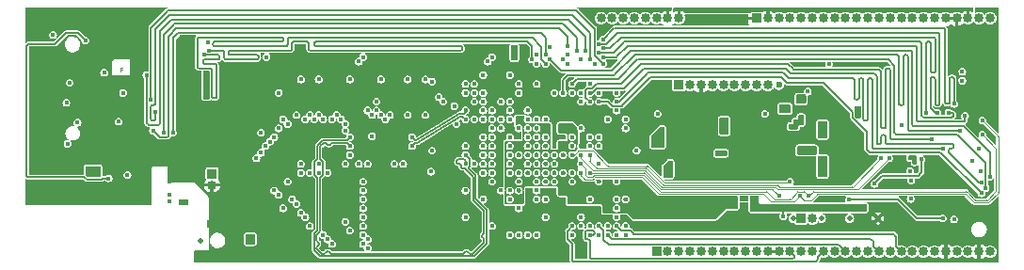
<source format=gbr>
%TF.GenerationSoftware,KiCad,Pcbnew,(6.0.2)*%
%TF.CreationDate,2022-03-22T23:14:37+08:00*%
%TF.ProjectId,som,736f6d2e-6b69-4636-9164-5f7063625858,V0R1*%
%TF.SameCoordinates,Original*%
%TF.FileFunction,Copper,L3,Inr*%
%TF.FilePolarity,Positive*%
%FSLAX46Y46*%
G04 Gerber Fmt 4.6, Leading zero omitted, Abs format (unit mm)*
G04 Created by KiCad (PCBNEW (6.0.2)) date 2022-03-22 23:14:37*
%MOMM*%
%LPD*%
G01*
G04 APERTURE LIST*
%TA.AperFunction,NonConductor*%
%ADD10C,0.000000*%
%TD*%
%TA.AperFunction,ComponentPad*%
%ADD11C,0.500000*%
%TD*%
%TA.AperFunction,ComponentPad*%
%ADD12R,0.850000X0.850000*%
%TD*%
%TA.AperFunction,ComponentPad*%
%ADD13O,0.850000X0.850000*%
%TD*%
%TA.AperFunction,ComponentPad*%
%ADD14R,0.900000X0.500000*%
%TD*%
%TA.AperFunction,ComponentPad*%
%ADD15C,0.850000*%
%TD*%
%TA.AperFunction,ViaPad*%
%ADD16C,0.400000*%
%TD*%
%TA.AperFunction,ViaPad*%
%ADD17C,0.600000*%
%TD*%
%TA.AperFunction,ViaPad*%
%ADD18C,0.500000*%
%TD*%
%TA.AperFunction,Conductor*%
%ADD19C,0.127000*%
%TD*%
%TA.AperFunction,Conductor*%
%ADD20C,0.150000*%
%TD*%
%TA.AperFunction,Conductor*%
%ADD21C,0.200000*%
%TD*%
%TA.AperFunction,Conductor*%
%ADD22C,0.100000*%
%TD*%
G04 APERTURE END LIST*
D10*
G36*
X9050000Y-5500000D02*
G01*
X8850000Y-5500000D01*
X8850000Y-5650000D01*
X9050000Y-5650000D01*
X9050000Y-5700000D01*
X8850000Y-5700000D01*
X8850000Y-5850000D01*
X9050000Y-5850000D01*
X9050000Y-5900000D01*
X8800000Y-5900000D01*
X8800000Y-5450000D01*
X9050000Y-5450000D01*
X9050000Y-5500000D01*
G37*
D11*
%TO.N,GND*%
%TO.C,U7*%
X66500000Y-13700000D03*
X67250000Y-14500000D03*
X65000000Y-13700000D03*
X68000000Y-13700000D03*
X68000000Y-11300000D03*
X66500000Y-12900000D03*
X67250000Y-12100000D03*
X68000000Y-14500000D03*
X68000000Y-12100000D03*
X65000000Y-12100000D03*
X65000000Y-14500000D03*
X65750000Y-13700000D03*
X65750000Y-12100000D03*
X65000000Y-15300000D03*
X65750000Y-15300000D03*
X67250000Y-15300000D03*
X66500000Y-12100000D03*
X65750000Y-11300000D03*
X65750000Y-12900000D03*
X66500000Y-11300000D03*
X68000000Y-15300000D03*
X67250000Y-12900000D03*
X67250000Y-11300000D03*
X67250000Y-13700000D03*
X66500000Y-15300000D03*
X68000000Y-12900000D03*
X65750000Y-14500000D03*
X65000000Y-12900000D03*
X65000000Y-11300000D03*
X66500000Y-14500000D03*
%TD*%
%TO.N,MB_SDA*%
%TO.C,TP1*%
X69290000Y-19000000D03*
%TO.N,MB_SCL*%
X71830000Y-19000000D03*
%TO.N,+5V*%
X74370000Y-19000000D03*
%TO.N,GND*%
X76910000Y-19000000D03*
%TD*%
D12*
%TO.N,+3V3*%
%TO.C,J6*%
X59000000Y-7000000D03*
D13*
%TO.N,+1V8*%
X60000000Y-7000000D03*
%TO.N,GND*%
X61000000Y-7000000D03*
%TO.N,VDD*%
X62000000Y-7000000D03*
%TO.N,+5V*%
X63000000Y-7000000D03*
%TO.N,LDO6*%
X64000000Y-7000000D03*
%TO.N,LDO5*%
X65000000Y-7000000D03*
%TO.N,+5V*%
X66000000Y-7000000D03*
%TO.N,LDO2*%
X67000000Y-7000000D03*
%TD*%
D12*
%TO.N,+3V3*%
%TO.C,J3*%
X17000000Y-15000000D03*
D13*
%TO.N,GND*%
X17000000Y-16000000D03*
%TD*%
D14*
%TO.N,GND*%
%TO.C,AE2*%
X14400000Y-17600000D03*
%TD*%
D12*
%TO.N,GND*%
%TO.C,J5*%
X66000000Y-1000000D03*
D13*
%TO.N,+3V3*%
X67000000Y-1000000D03*
%TO.N,A20-*%
X68000000Y-1000000D03*
%TO.N,B19+*%
X69000000Y-1000000D03*
%TO.N,B20-*%
X70000000Y-1000000D03*
%TO.N,C20+*%
X71000000Y-1000000D03*
%TO.N,D19+*%
X72000000Y-1000000D03*
%TO.N,D20-*%
X73000000Y-1000000D03*
%TO.N,E19-*%
X74000000Y-1000000D03*
%TO.N,E18+*%
X75000000Y-1000000D03*
%TO.N,F20-*%
X76000000Y-1000000D03*
%TO.N,F19+*%
X77000000Y-1000000D03*
%TO.N,G20-*%
X78000000Y-1000000D03*
%TO.N,G19+*%
X79000000Y-1000000D03*
%TO.N,J20+*%
X80000000Y-1000000D03*
%TO.N,H20-*%
X81000000Y-1000000D03*
%TO.N,PMIC_PON*%
X82000000Y-1000000D03*
%TO.N,GND*%
X83000000Y-1000000D03*
X84000000Y-1000000D03*
%TO.N,+3V3*%
X85000000Y-1000000D03*
%TO.N,TTY_D-*%
X86000000Y-1000000D03*
%TO.N,TTY_D+*%
X87000000Y-1000000D03*
%TD*%
D12*
%TO.N,Y17-*%
%TO.C,J4*%
X57000000Y-22000000D03*
D13*
%TO.N,Y16+*%
X58000000Y-22000000D03*
%TO.N,W20-*%
X59000000Y-22000000D03*
%TO.N,V20+*%
X60000000Y-22000000D03*
%TO.N,U20-*%
X61000000Y-22000000D03*
%TO.N,T20+*%
X62000000Y-22000000D03*
%TO.N,P20-*%
X63000000Y-22000000D03*
%TO.N,N20+*%
X64000000Y-22000000D03*
%TO.N,+5V*%
X65000000Y-22000000D03*
X66000000Y-22000000D03*
%TO.N,GND*%
X67000000Y-22000000D03*
X68000000Y-22000000D03*
%TO.N,W15-*%
X69000000Y-22000000D03*
%TO.N,V15+*%
X70000000Y-22000000D03*
%TO.N,W13-*%
X71000000Y-22000000D03*
%TO.N,V12+*%
X72000000Y-22000000D03*
%TO.N,W16-*%
X73000000Y-22000000D03*
%TO.N,V16+*%
X74000000Y-22000000D03*
%TO.N,+3.3VA*%
X75000000Y-22000000D03*
%TO.N,Y19-*%
X76000000Y-22000000D03*
%TO.N,Y18+*%
X77000000Y-22000000D03*
%TO.N,W19-*%
X78000000Y-22000000D03*
%TO.N,W18+*%
X79000000Y-22000000D03*
%TO.N,U19-*%
X80000000Y-22000000D03*
%TO.N,U18+*%
X81000000Y-22000000D03*
%TO.N,ULPI_ID*%
X82000000Y-22000000D03*
%TO.N,GND*%
X83000000Y-22000000D03*
%TO.N,ULPI_D+*%
X84000000Y-22000000D03*
%TO.N,ULPI_D-*%
X85000000Y-22000000D03*
%TO.N,GND*%
X86000000Y-22000000D03*
%TO.N,+BATT*%
X87000000Y-22000000D03*
%TD*%
D15*
%TO.N,PMIC_nRST*%
%TO.C,J2*%
X52000000Y-1000000D03*
D13*
%TO.N,JTAG_TDI*%
X53000000Y-1000000D03*
%TO.N,JTAG_TDO*%
X54000000Y-1000000D03*
%TO.N,JTAG_TCK*%
X55000000Y-1000000D03*
%TO.N,JTAG_TMS*%
X56000000Y-1000000D03*
%TO.N,PS_SRST*%
X57000000Y-1000000D03*
%TO.N,GND*%
X58000000Y-1000000D03*
%TO.N,+3V3*%
X59000000Y-1000000D03*
%TD*%
D12*
%TO.N,MB_SDA*%
%TO.C,J7*%
X70000000Y-19000000D03*
D13*
%TO.N,MB_SCL*%
X71000000Y-19000000D03*
%TD*%
D16*
%TO.N,DDR_A0*%
X26600000Y-9700000D03*
X24600000Y-17700000D03*
%TO.N,DDR_DQ10*%
X41400000Y-10100000D03*
X36200000Y-9700000D03*
%TO.N,DDR_DQ0*%
X31400000Y-9700000D03*
X40600000Y-6900000D03*
%TO.N,DDR_CK-*%
X39800000Y-14100000D03*
X29400000Y-12500000D03*
%TO.N,DDR_CK+*%
X29400000Y-11700000D03*
X39800000Y-13300000D03*
%TO.N,DDR_DQS1+*%
X39800000Y-10100000D03*
X35000000Y-12500000D03*
%TO.N,DDR_DQS1-*%
X39800000Y-9300000D03*
X35000000Y-11700000D03*
%TO.N,DDR_DQS0+*%
X31800000Y-9300000D03*
X39800000Y-7700000D03*
%TO.N,DDR_nRST*%
X30200000Y-4900000D03*
X41800000Y-4900000D03*
%TO.N,DDR_DQS0-*%
X39800000Y-6900000D03*
X31800000Y-8500000D03*
%TO.N,GND*%
X54200000Y-17300000D03*
X60900000Y-13150000D03*
X45400000Y-6100000D03*
X60900000Y-10150000D03*
X40600000Y-18100000D03*
X60900000Y-12800000D03*
X50200000Y-6900000D03*
X61250000Y-10150000D03*
X60900000Y-9800000D03*
X60900000Y-13500000D03*
X74450000Y-15400000D03*
X39800000Y-19700000D03*
X74100000Y-15400000D03*
X74400000Y-12200000D03*
X61250000Y-9800000D03*
X73750000Y-15400000D03*
X73700000Y-12200000D03*
X41400000Y-6900000D03*
X72100000Y-12400000D03*
X72450000Y-12400000D03*
X27400000Y-6500000D03*
X27400000Y-14100000D03*
X18200000Y-15900000D03*
X24200000Y-14100000D03*
X18300000Y-13800000D03*
X31800000Y-14100000D03*
X30200000Y-6500000D03*
X25800000Y-14100000D03*
X43000000Y-14900000D03*
X31800000Y-12500000D03*
X24200000Y-6500000D03*
X25800000Y-6500000D03*
X35000000Y-14100000D03*
X74050000Y-12200000D03*
X43000000Y-13300000D03*
X39000000Y-14500000D03*
X32600000Y-14100000D03*
X72800000Y-12400000D03*
X40600000Y-12500000D03*
X33800000Y-6500000D03*
X42200000Y-20500000D03*
X47000000Y-15700000D03*
X31400000Y-6500000D03*
X47800000Y-10900000D03*
X48600000Y-13300000D03*
X44600000Y-15700000D03*
X46200000Y-13300000D03*
X46200000Y-12500000D03*
X48600000Y-11700000D03*
X45400000Y-16500000D03*
X47800000Y-14900000D03*
X46200000Y-11700000D03*
X47800000Y-14100000D03*
X48600000Y-14900000D03*
X50200000Y-12500000D03*
X49400000Y-15700000D03*
X44600000Y-9300000D03*
X43800000Y-18100000D03*
X38600000Y-6500000D03*
X47000000Y-14100000D03*
X45400000Y-13300000D03*
X40600000Y-9300000D03*
X44600000Y-14900000D03*
X35400000Y-6500000D03*
X33000000Y-6500000D03*
X46200000Y-14100000D03*
X47800000Y-11700000D03*
X50200000Y-20500000D03*
X47000000Y-13300000D03*
X47000000Y-14900000D03*
X46200000Y-10900000D03*
X45400000Y-14900000D03*
X45400000Y-6900000D03*
X44600000Y-13300000D03*
X47000000Y-12500000D03*
X47800000Y-12500000D03*
X46200000Y-14900000D03*
X44600000Y-16500000D03*
X35400000Y-9700000D03*
X52600000Y-7700000D03*
X47800000Y-6900000D03*
X57450000Y-13400000D03*
X57100000Y-13400000D03*
X44600000Y-11700000D03*
X40600000Y-3800000D03*
X57100000Y-13050000D03*
X57450000Y-13050000D03*
X57100000Y-13750000D03*
X57450000Y-13750000D03*
X71200000Y-5150000D03*
X70700000Y-5150000D03*
X70200000Y-5150000D03*
X69700000Y-5150000D03*
X80800000Y-18400000D03*
X81500000Y-17850000D03*
X18300000Y-13300000D03*
X64050000Y-18550000D03*
X63350000Y-18550000D03*
X63700000Y-18550000D03*
X67450000Y-19000000D03*
X67100000Y-19000000D03*
X67800000Y-19000000D03*
X56750000Y-13750000D03*
X56750000Y-13050000D03*
X56750000Y-13400000D03*
X73750000Y-15800000D03*
X74450000Y-15800000D03*
X74100000Y-15800000D03*
X64050000Y-18900000D03*
X63350000Y-18900000D03*
X63700000Y-18900000D03*
X78200000Y-18750000D03*
X77850000Y-18750000D03*
X75950000Y-18750000D03*
X78550000Y-18750000D03*
X24700000Y-3800000D03*
X74800000Y-5150000D03*
X74300000Y-5150000D03*
X73800000Y-5150000D03*
X73300000Y-5150000D03*
X71700000Y-5150000D03*
X25200000Y-3800000D03*
X40100000Y-3800000D03*
X75600000Y-18750000D03*
X75950000Y-19100000D03*
X75600000Y-19100000D03*
X78200000Y-19100000D03*
X77850000Y-19100000D03*
X78550000Y-19100000D03*
X78900000Y-19100000D03*
X79600000Y-19100000D03*
X79250000Y-19100000D03*
X84200000Y-8200000D03*
X11000000Y-5400000D03*
X10700000Y-5100000D03*
X10400000Y-5400000D03*
X10400000Y-4800000D03*
X10700000Y-4500000D03*
X18300000Y-22650000D03*
X16700000Y-22650000D03*
X17100000Y-22650000D03*
X17500000Y-22650000D03*
X17900000Y-22650000D03*
X84200000Y-9800000D03*
X75400000Y-5150000D03*
X6800000Y-500000D03*
X7200000Y-500000D03*
X6400000Y-500000D03*
X6000000Y-500000D03*
X800000Y-6100000D03*
X800000Y-4800000D03*
X800000Y-8600000D03*
X800000Y-7400000D03*
X800000Y-9900000D03*
X1100000Y-12300000D03*
X7600000Y-500000D03*
X17800000Y-13300000D03*
X17800000Y-13800000D03*
X17800000Y-11400000D03*
X18300000Y-11400000D03*
X17200000Y-17900000D03*
X17200000Y-18500000D03*
X17700000Y-18500000D03*
X17700000Y-17900000D03*
X19600000Y-5400000D03*
X19600000Y-5900000D03*
X19600000Y-6400000D03*
X19600000Y-6900000D03*
X19600000Y-7400000D03*
X19600000Y-7900000D03*
X19600000Y-8400000D03*
X20100000Y-8400000D03*
X20600000Y-8400000D03*
X17400000Y-9100000D03*
X17400000Y-9600000D03*
X17400000Y-10100000D03*
X77900000Y-14400000D03*
X47800000Y-16500000D03*
X72600000Y-9100000D03*
X72250000Y-9100000D03*
X71900000Y-9100000D03*
X71550000Y-9100000D03*
X10800000Y-17500000D03*
X11400000Y-17500000D03*
X4200000Y-17500000D03*
X2400000Y-17500000D03*
X9600000Y-17500000D03*
X3600000Y-17500000D03*
X600000Y-17500000D03*
X1800000Y-17500000D03*
X3000000Y-17500000D03*
X1200000Y-17500000D03*
X6600000Y-17500000D03*
X6000000Y-17500000D03*
X10200000Y-17500000D03*
X4800000Y-17500000D03*
X9000000Y-17500000D03*
X7200000Y-17500000D03*
X7800000Y-17500000D03*
X8400000Y-17500000D03*
X5400000Y-17500000D03*
X13200000Y-15100000D03*
X11400000Y-15100000D03*
X5300000Y-16400000D03*
X4900000Y-16100000D03*
X4500000Y-15800000D03*
X4900000Y-15800000D03*
X4500000Y-16100000D03*
X4500000Y-16400000D03*
X5300000Y-15800000D03*
X4900000Y-16400000D03*
X5300000Y-16100000D03*
X15700000Y-22200000D03*
X15700000Y-22700000D03*
X13200000Y-12400000D03*
X41800000Y-4100000D03*
X14800000Y-15250000D03*
X14400000Y-15600000D03*
X14000000Y-15600000D03*
X83000000Y-16000000D03*
X14000000Y-14900000D03*
X48600000Y-20500000D03*
X71700000Y-17300000D03*
X87600000Y-3700000D03*
X43000000Y-11700000D03*
X51800000Y-18100000D03*
X17100000Y-22250000D03*
X49400000Y-12500000D03*
X14800000Y-15600000D03*
X18800000Y-21200000D03*
X5600000Y-500000D03*
X71300000Y-7300000D03*
X5250000Y-900000D03*
X4900000Y-900000D03*
X47800000Y-17300000D03*
X54200000Y-9300000D03*
X17500000Y-19300000D03*
X14400000Y-15250000D03*
X10400000Y-6400000D03*
X10400000Y-11800000D03*
X5600000Y-900000D03*
X13200000Y-17500000D03*
X18800000Y-20800000D03*
X14800000Y-14900000D03*
X77900000Y-16100000D03*
X10400000Y-4200000D03*
X19200000Y-20800000D03*
X87600000Y-6200000D03*
X10400000Y-9200000D03*
X84200000Y-7600000D03*
X47000000Y-16500000D03*
X10400000Y-8300000D03*
X4100000Y-4400000D03*
X17900000Y-19300000D03*
X17100000Y-19700000D03*
X11400000Y-12400000D03*
X17900000Y-22250000D03*
X19200000Y-21200000D03*
X49400000Y-14900000D03*
X11400000Y-15700000D03*
X10400000Y-7300000D03*
X10400000Y-10900000D03*
X87600000Y-5000000D03*
X1100000Y-13100000D03*
X16700000Y-19700000D03*
X17500000Y-19700000D03*
X42600000Y-4100000D03*
X41400000Y-15700000D03*
X66750000Y-19000000D03*
X13200000Y-16900000D03*
X5250000Y-500000D03*
X46200000Y-19700000D03*
X83100000Y-20500000D03*
X47800000Y-10100000D03*
X53400000Y-10900000D03*
X3100000Y-1900000D03*
X13200000Y-15700000D03*
X17100000Y-19300000D03*
X85300000Y-18550000D03*
X10400000Y-10000000D03*
X72100000Y-17300000D03*
X16700000Y-19300000D03*
X43800000Y-10900000D03*
X18300000Y-19700000D03*
X84200000Y-9200000D03*
X78400000Y-14400000D03*
X43000000Y-7700000D03*
X70000000Y-7300000D03*
X18300000Y-22250000D03*
X14000000Y-15250000D03*
X14400000Y-14900000D03*
X11000000Y-4800000D03*
X53000000Y-4900000D03*
X52600000Y-13300000D03*
X17900000Y-19700000D03*
X17500000Y-22250000D03*
X11400000Y-16900000D03*
X51000000Y-10900000D03*
X51800000Y-15700000D03*
X87600000Y-7500000D03*
X11000000Y-4200000D03*
X65700000Y-19000000D03*
X4900000Y-500000D03*
X47000000Y-9300000D03*
X11400000Y-16300000D03*
X66050000Y-19000000D03*
X87600000Y-2400000D03*
X66400000Y-19000000D03*
X48600000Y-17300000D03*
X54200000Y-18900000D03*
X16700000Y-22250000D03*
%TO.N,VCC_DDR*%
X32200000Y-6500000D03*
X42200000Y-19700000D03*
X29400000Y-13300000D03*
X39000000Y-10500000D03*
X25000000Y-6500000D03*
X34600000Y-6500000D03*
X42200000Y-11700000D03*
X25000000Y-14100000D03*
X40600000Y-7700000D03*
X41400000Y-14100000D03*
X41400000Y-6100000D03*
X70200000Y-8450000D03*
X69800000Y-8450000D03*
X69800000Y-8100000D03*
X43000000Y-16500000D03*
X70200000Y-8100000D03*
X39800000Y-18900000D03*
X71750000Y-11550000D03*
X71750000Y-10850000D03*
X72100000Y-10850000D03*
X72100000Y-11550000D03*
X26600000Y-14100000D03*
X71750000Y-11200000D03*
X31000000Y-14100000D03*
X26600000Y-6500000D03*
X72100000Y-11200000D03*
X71750000Y-10500000D03*
X72100000Y-10500000D03*
X31400000Y-11600000D03*
X39800000Y-16500000D03*
X34200000Y-14100000D03*
X33400000Y-14100000D03*
X36200000Y-6500000D03*
X29400000Y-6500000D03*
X36800000Y-12900000D03*
X43000000Y-8500000D03*
%TO.N,+1V0*%
X72100000Y-13650000D03*
X71750000Y-15050000D03*
X72100000Y-14350000D03*
X48600000Y-15700000D03*
X44600000Y-14100000D03*
X45400000Y-15700000D03*
X71750000Y-14000000D03*
X48600000Y-12500000D03*
X72100000Y-14700000D03*
X44600000Y-10100000D03*
X71750000Y-14350000D03*
X48600000Y-10900000D03*
X71750000Y-13650000D03*
X72100000Y-15050000D03*
X44600000Y-12500000D03*
X71750000Y-14700000D03*
X72100000Y-14000000D03*
X44600000Y-17300000D03*
X48600000Y-14100000D03*
X47000000Y-10900000D03*
X43800000Y-15700000D03*
X63700000Y-17200000D03*
X64050000Y-17550000D03*
X63350000Y-17200000D03*
X64050000Y-17900000D03*
X63350000Y-17900000D03*
X63350000Y-17550000D03*
X63700000Y-17900000D03*
X64050000Y-17200000D03*
X63700000Y-17550000D03*
X49400000Y-10900000D03*
X48600000Y-16500000D03*
X49400000Y-14100000D03*
%TO.N,+1V8*%
X47800000Y-13300000D03*
X45400000Y-12500000D03*
X46200000Y-16500000D03*
X47800000Y-15700000D03*
X46200000Y-15700000D03*
X57850000Y-14400000D03*
X47000000Y-11700000D03*
X47000000Y-10100000D03*
X45400000Y-10900000D03*
X45400000Y-10100000D03*
X45400000Y-14100000D03*
X58200000Y-14400000D03*
X58200000Y-14050000D03*
X58200000Y-14750000D03*
X58200000Y-15100000D03*
X57850000Y-15100000D03*
X57850000Y-14750000D03*
X45400000Y-11700000D03*
%TO.N,/DDR_ZQ0*%
X30200000Y-14100000D03*
%TO.N,/DDR_VRN*%
X43000000Y-10100000D03*
%TO.N,/DDR_VRP*%
X43000000Y-10900000D03*
%TO.N,VREF_DDR*%
X42200000Y-4500000D03*
X43800000Y-11700000D03*
X30600000Y-4500000D03*
X43800000Y-16500000D03*
X21400000Y-11300000D03*
D17*
X68000000Y-7000000D03*
D16*
%TO.N,JTAG_TMS*%
X43800000Y-12500000D03*
%TO.N,JTAG_TDI*%
X43800000Y-10100000D03*
%TO.N,JTAG_TCK*%
X45400000Y-9300000D03*
%TO.N,JTAG_TDO*%
X43800000Y-9300000D03*
%TO.N,PS_CLK*%
X43800000Y-8500000D03*
X21900000Y-4500000D03*
%TO.N,VTT_DDR*%
X68800000Y-9000000D03*
X68450000Y-9000000D03*
X68600000Y-9300000D03*
X68250000Y-9300000D03*
X20650000Y-20700000D03*
X20250000Y-21100000D03*
X20650000Y-21100000D03*
X20250000Y-20700000D03*
%TO.N,SD0_D0*%
X16300000Y-4300000D03*
X47000000Y-5100000D03*
%TO.N,SD0_CK*%
X50600000Y-3900000D03*
X11100000Y-6100000D03*
%TO.N,SD0_CMD*%
X52200000Y-5100000D03*
X11500000Y-8300000D03*
%TO.N,SD0_D3*%
X11900000Y-9400000D03*
X51000000Y-4700000D03*
%TO.N,SD0_D2*%
X11700000Y-11100000D03*
X49400000Y-7700000D03*
X49000000Y-3500000D03*
%TO.N,SD0_D1*%
X16700000Y-3900000D03*
X45800000Y-4700000D03*
%TO.N,SD1_CK*%
X47400000Y-3600000D03*
X9000000Y-7700000D03*
%TO.N,SD1_D0*%
X51800000Y-7700000D03*
X4200000Y-6800000D03*
X51400000Y-5100000D03*
%TO.N,SD1_D1*%
X48600000Y-4700000D03*
X7300000Y-5900000D03*
%TO.N,SD1_CMD*%
X3900000Y-8600000D03*
X50200000Y-4700000D03*
%TO.N,SD1_D2*%
X49000000Y-4300000D03*
X4900000Y-10400000D03*
%TO.N,SD1_D3*%
X8600000Y-10300000D03*
X46200000Y-5100000D03*
%TO.N,BT_MOSI*%
X47000000Y-4300000D03*
X51000000Y-12500000D03*
X13500000Y-11300000D03*
%TO.N,BT_MISO*%
X49800000Y-3900000D03*
X51000000Y-11700000D03*
X12700000Y-11300000D03*
%TO.N,+5V*%
X69100000Y-10750000D03*
X65000000Y-17200000D03*
X70000000Y-9950000D03*
X63250000Y-10850000D03*
X63200000Y-11200000D03*
X71150000Y-13050000D03*
X64700000Y-17200000D03*
X69950000Y-10350000D03*
X70200000Y-12750000D03*
X69900000Y-12750000D03*
X70500000Y-12750000D03*
X69550000Y-10350000D03*
X69500000Y-10750000D03*
X71150000Y-12750000D03*
X62800000Y-13150000D03*
X63250000Y-10500000D03*
X63100000Y-13150000D03*
X62500000Y-13150000D03*
X62900000Y-10500000D03*
X62900000Y-10850000D03*
X63100000Y-10200000D03*
X74300000Y-17300000D03*
X82750000Y-19000000D03*
%TO.N,+3.3VA*%
X65650000Y-17200000D03*
X65950000Y-17200000D03*
X75100000Y-18000000D03*
X76600000Y-15900000D03*
X80800000Y-13700000D03*
X75600000Y-18000000D03*
X75100000Y-9700000D03*
X68400000Y-18800000D03*
X86000000Y-12700000D03*
X75100000Y-9200000D03*
%TO.N,PMIC_nRST*%
X44600000Y-6900000D03*
X69000000Y-15700000D03*
X49400000Y-13300000D03*
X46200000Y-10100000D03*
%TO.N,PMIC_INT*%
X51000000Y-14900000D03*
X68000000Y-16950000D03*
%TO.N,RTC_INT*%
X50200000Y-13300000D03*
X77900000Y-13600000D03*
%TO.N,RTC_32K*%
X51000000Y-13300000D03*
X77200000Y-13600000D03*
%TO.N,VDD*%
X53400000Y-15700000D03*
X50200000Y-19700000D03*
X51000000Y-17300000D03*
X52600000Y-19700000D03*
X54200000Y-20500000D03*
X53400000Y-17300000D03*
%TO.N,ULPI_D3*%
X53400000Y-8500000D03*
X82750000Y-12700000D03*
%TO.N,ULPI_NXT*%
X86200000Y-16750000D03*
X51800000Y-8500000D03*
%TO.N,ULPI_D6*%
X84250000Y-11100000D03*
X48600000Y-7700000D03*
%TO.N,ULPI_D1*%
X51000000Y-8500000D03*
X81750000Y-11900000D03*
%TO.N,ULPI_D7*%
X84750000Y-9800000D03*
X52200000Y-4500000D03*
%TO.N,ULPI_D4*%
X83250000Y-9500000D03*
X51800000Y-4100000D03*
%TO.N,ULPI_STP*%
X51000000Y-7700000D03*
X86200000Y-15750000D03*
%TO.N,ULPI_DIR*%
X49400000Y-6900000D03*
X86600000Y-16250000D03*
%TO.N,ULPI_D0*%
X52200000Y-3700000D03*
X81250000Y-9500000D03*
%TO.N,ULPI_D2*%
X82250000Y-9500000D03*
X51800000Y-3300000D03*
%TO.N,ULPI_CK*%
X87000000Y-15250000D03*
X47400000Y-4700000D03*
%TO.N,ULPI_D5*%
X52200000Y-2900000D03*
X83750000Y-8700000D03*
%TO.N,/ULPI_1V8*%
X86150000Y-14750000D03*
X79800000Y-14750000D03*
%TO.N,DDR_CKE*%
X29000000Y-14100000D03*
X29000000Y-19300000D03*
%TO.N,DDR_BA1*%
X27400000Y-20900000D03*
X41400000Y-17300000D03*
X27400000Y-14900000D03*
X31000000Y-20900000D03*
%TO.N,DDR_nCAS*%
X29000000Y-10500000D03*
X31000000Y-21700000D03*
%TO.N,DDR_nRAS*%
X29000000Y-11100000D03*
X29400000Y-20100000D03*
%TO.N,DDR_ODT*%
X27800000Y-21300000D03*
X28600000Y-10100000D03*
X30600000Y-21300000D03*
X42200000Y-15700000D03*
%TO.N,DDR_nCS*%
X27800000Y-10100000D03*
X25000000Y-18500000D03*
%TO.N,DDR_nWE*%
X30600000Y-20500000D03*
X27000000Y-20500000D03*
X28200000Y-9700000D03*
X42200000Y-14900000D03*
%TO.N,DDR_A4*%
X25800000Y-14900000D03*
X30600000Y-19700000D03*
X41400000Y-14900000D03*
X25800000Y-19700000D03*
%TO.N,DDR_A2*%
X23400000Y-18100000D03*
X40600000Y-14100000D03*
X25800000Y-9700000D03*
X30600000Y-18100000D03*
%TO.N,DDR_BA0*%
X42200000Y-14100000D03*
X30600000Y-18900000D03*
X27000000Y-10100000D03*
X25400000Y-18900000D03*
%TO.N,DDR_A6*%
X30600000Y-17300000D03*
X25000000Y-14900000D03*
X24200000Y-17300000D03*
X41400000Y-13300000D03*
%TO.N,DDR_A5*%
X23000000Y-16900000D03*
X25400000Y-10100000D03*
%TO.N,DDR_A7*%
X24600000Y-9700000D03*
X30600000Y-16500000D03*
X42200000Y-13300000D03*
X22600000Y-16500000D03*
%TO.N,DDR_A3*%
X23800000Y-15700000D03*
X26200000Y-10100000D03*
X41400000Y-12500000D03*
X30600000Y-15700000D03*
X21400000Y-13100000D03*
%TO.N,DDR_A1*%
X36700000Y-14800000D03*
X39800000Y-12500000D03*
X21000000Y-13600000D03*
X26600000Y-14900000D03*
%TO.N,DDR_BA2*%
X42200000Y-12500000D03*
X23800000Y-10500000D03*
%TO.N,DDR_A9*%
X23400000Y-10100000D03*
X41400000Y-11700000D03*
%TO.N,DDR_A11*%
X42200000Y-10900000D03*
X21800000Y-12500000D03*
%TO.N,DDR_A10*%
X23000000Y-10900000D03*
X42200000Y-10100000D03*
%TO.N,DDR_A14*%
X22200000Y-12100000D03*
X41400000Y-9300000D03*
%TO.N,DDR_A12*%
X42200000Y-9300000D03*
X22600000Y-11700000D03*
%TO.N,DDR_A13*%
X23000000Y-7700000D03*
X41400000Y-7700000D03*
%TO.N,DDR_DQ11*%
X34600000Y-9700000D03*
X40600000Y-10100000D03*
%TO.N,DDR_DQ9*%
X40600000Y-8500000D03*
X37800000Y-8500000D03*
%TO.N,DDR_DQ7*%
X33000000Y-9700000D03*
X38800000Y-8900000D03*
%TO.N,DDR_DQ4*%
X41400000Y-8500000D03*
X32200000Y-9700000D03*
%TO.N,DDR_DQ5*%
X37400000Y-8100000D03*
X32600000Y-10100000D03*
%TO.N,DDR_DQ6*%
X31000000Y-9300000D03*
X36800000Y-6700000D03*
%TO.N,+3V3*%
X53400000Y-7700000D03*
X47800000Y-7700000D03*
X49000000Y-5100000D03*
X51800000Y-14100000D03*
X43800000Y-13300000D03*
X43800000Y-17300000D03*
X44600000Y-18100000D03*
X43800000Y-14900000D03*
X83750000Y-19100000D03*
X85400000Y-13800000D03*
X56750000Y-11700000D03*
X56750000Y-12050000D03*
X56750000Y-12400000D03*
X6300000Y-15000000D03*
X6300000Y-14600000D03*
X6700000Y-14600000D03*
X6700000Y-15000000D03*
X5900000Y-14600000D03*
X5900000Y-15000000D03*
X80200000Y-13950000D03*
X80200000Y-13550000D03*
X2700000Y-2500000D03*
X57100000Y-11700000D03*
X52600000Y-10100000D03*
X16500000Y-7000000D03*
X57100000Y-12050000D03*
X47000000Y-18900000D03*
X46200000Y-20500000D03*
X57450000Y-11350000D03*
X79800000Y-13550000D03*
X57100000Y-12400000D03*
X51000000Y-6900000D03*
X9400000Y-15100000D03*
X51800000Y-12500000D03*
X84500000Y-5800000D03*
X44600000Y-7700000D03*
X43800000Y-6100000D03*
X57450000Y-12050000D03*
X43800000Y-20500000D03*
X16500000Y-8000000D03*
X16500000Y-6500000D03*
X44200000Y-4100000D03*
X50200000Y-8500000D03*
X50200000Y-10900000D03*
X57450000Y-11000000D03*
X57450000Y-12400000D03*
X44200000Y-4500000D03*
X16500000Y-7500000D03*
X55200000Y-12900000D03*
X57100000Y-11350000D03*
X57450000Y-11700000D03*
X84500000Y-6600000D03*
X16500000Y-6000000D03*
X79850000Y-17250000D03*
X44200000Y-3700000D03*
%TO.N,PMIC_PON*%
X66750000Y-9600000D03*
X72500000Y-5150000D03*
X70600000Y-7600000D03*
%TO.N,MB_SCL*%
X86300000Y-11500000D03*
X50200000Y-14100000D03*
X70700000Y-17000000D03*
%TO.N,MB_SDA*%
X69900000Y-17000000D03*
X86300000Y-10200000D03*
X50200000Y-14900000D03*
D18*
%TO.N,/EXT_ANT*%
X16000000Y-21000000D03*
D16*
%TO.N,/SD0_CK_*%
X50200000Y-7700000D03*
%TO.N,J20+*%
X57100000Y-9600000D03*
%TO.N,G19+*%
X54200000Y-10900000D03*
%TO.N,F19+*%
X54200000Y-10100000D03*
%TO.N,E18+*%
X53400000Y-9300000D03*
%TO.N,W15-*%
X51000000Y-20500000D03*
%TO.N,W16-*%
X51800000Y-20500000D03*
%TO.N,V16+*%
X51800000Y-19700000D03*
%TO.N,W19-*%
X54200000Y-19700000D03*
%TO.N,W18+*%
X53400000Y-19700000D03*
%TO.N,V15+*%
X51000000Y-19700000D03*
%TO.N,Y18+*%
X52600000Y-20500000D03*
%TO.N,Y19-*%
X53400000Y-20500000D03*
%TO.N,U18+*%
X53400000Y-18100000D03*
%TO.N,U19-*%
X53400000Y-18900000D03*
%TO.N,V12+*%
X49400000Y-19700000D03*
%TO.N,W13-*%
X49400000Y-20500000D03*
%TO.N,/VCC_PLL*%
X44600000Y-10900000D03*
%TO.N,DONE*%
X47000000Y-17300000D03*
%TO.N,INIT*%
X46200000Y-17300000D03*
%TO.N,PROGRAM*%
X43800000Y-14100000D03*
%TO.N,/DONE_*%
X45400000Y-20500000D03*
%TO.N,/INIT_*%
X44600000Y-20500000D03*
%TO.N,PS_SRST*%
X46200000Y-6900000D03*
%TO.N,/PUDC_*%
X50200000Y-18900000D03*
%TO.N,/ULPI_24M*%
X79000000Y-10600000D03*
X79900000Y-15600000D03*
%TO.N,/BT_32K*%
X5600000Y-3000000D03*
X7700000Y-15400000D03*
%TO.N,PL_CLK*%
X51800000Y-11700000D03*
%TO.N,WiFi_PWR*%
X49400000Y-11700000D03*
X16650000Y-3150000D03*
X4000000Y-12300000D03*
X46200000Y-4300000D03*
%TD*%
D19*
%TO.N,DDR_CK-*%
X39141421Y-14100000D02*
X39258579Y-14100000D01*
X26685010Y-20176636D02*
X26441509Y-20420137D01*
X39370710Y-14170710D02*
X39329289Y-14129289D01*
X40029290Y-22029290D02*
X40158491Y-22158491D01*
X39141421Y-13700000D02*
X39658579Y-13700000D01*
X40456410Y-15218056D02*
X39767643Y-14529289D01*
X39800000Y-13841421D02*
X39800000Y-14100000D01*
X41487780Y-20270799D02*
X41487780Y-18390847D01*
X41458490Y-20858490D02*
X41329289Y-20729289D01*
X41487780Y-21109153D02*
X41487780Y-20929201D01*
X26570710Y-21429290D02*
X26441509Y-21558491D01*
X39000000Y-13958579D02*
X39000000Y-13841421D01*
X39729290Y-13729290D02*
X39770711Y-13770711D01*
X27170799Y-12212220D02*
X27090847Y-12212220D01*
X41300000Y-20658579D02*
X41300000Y-20541421D01*
X39400000Y-14358579D02*
X39400000Y-14241421D01*
X41458490Y-18320136D02*
X40514989Y-17376635D01*
X26714300Y-12588767D02*
X26714300Y-13597897D01*
X27020136Y-12241510D02*
X26743589Y-12518057D01*
X40479864Y-22158490D02*
X41458491Y-21179863D01*
X26412220Y-20490847D02*
X26412220Y-20970799D01*
X26959211Y-15115771D02*
X26743589Y-15331393D01*
X26441510Y-21779864D02*
X26820137Y-22158491D01*
X27758490Y-12241510D02*
X27629289Y-12370711D01*
X27529290Y-22029290D02*
X27658491Y-22158491D01*
X29070799Y-12212220D02*
X27829201Y-12212220D01*
X40229201Y-22187780D02*
X40409153Y-22187780D01*
X40485700Y-17305925D02*
X40485700Y-15288767D01*
X26890847Y-22187780D02*
X27070799Y-22187780D01*
X39470710Y-14470710D02*
X39429289Y-14429289D01*
X27141510Y-22158490D02*
X27270711Y-22029289D01*
X29400000Y-12500000D02*
X29141509Y-12241509D01*
X26714300Y-15402103D02*
X26714300Y-20105925D01*
X26412220Y-21629201D02*
X26412220Y-21709153D01*
X39029290Y-13770710D02*
X39070711Y-13729289D01*
X26988501Y-13954940D02*
X26988501Y-15045060D01*
X41329290Y-20470710D02*
X41458491Y-20341509D01*
X39641510Y-22158490D02*
X39770711Y-22029289D01*
X26600000Y-21241421D02*
X26600000Y-21358579D01*
X27341421Y-22000000D02*
X27458579Y-22000000D01*
X39070710Y-14070710D02*
X39029289Y-14029289D01*
X39841421Y-22000000D02*
X39958579Y-22000000D01*
X26441510Y-21041510D02*
X26570711Y-21170711D01*
X39696933Y-14500000D02*
X39541421Y-14500000D01*
X27370710Y-12370710D02*
X27241509Y-12241509D01*
X27729201Y-22187780D02*
X39570799Y-22187780D01*
X27558579Y-12400000D02*
X27441421Y-12400000D01*
X26743590Y-13668608D02*
X26959212Y-13884230D01*
X40229201Y-22187780D02*
G75*
G02*
X40158491Y-22158491I0J99999D01*
G01*
X41300001Y-20541421D02*
G75*
G02*
X41329291Y-20470711I99994J2D01*
G01*
X41329289Y-20729289D02*
G75*
G02*
X41300000Y-20658579I70710J70710D01*
G01*
X39770711Y-13770711D02*
G75*
G02*
X39800000Y-13841421I-70710J-70710D01*
G01*
X27458579Y-22000001D02*
G75*
G02*
X27529289Y-22029291I2J-99994D01*
G01*
X40485699Y-15288767D02*
G75*
G03*
X40456409Y-15218057I-99994J2D01*
G01*
X39258579Y-14100000D02*
G75*
G02*
X39329289Y-14129289I0J-99999D01*
G01*
X26600000Y-21241421D02*
G75*
G03*
X26570711Y-21170711I-99999J0D01*
G01*
X41487779Y-20929201D02*
G75*
G03*
X41458489Y-20858491I-99994J2D01*
G01*
X27020136Y-12241510D02*
G75*
G02*
X27090847Y-12212220I70709J-70705D01*
G01*
X26412221Y-20970799D02*
G75*
G03*
X26441511Y-21041509I99994J-2D01*
G01*
X26743590Y-13668608D02*
G75*
G02*
X26714300Y-13597897I70705J70709D01*
G01*
X39729290Y-13729290D02*
G75*
G03*
X39658579Y-13700000I-70709J-70705D01*
G01*
X26988500Y-15045060D02*
G75*
G02*
X26959210Y-15115770I-99994J-2D01*
G01*
X26743589Y-12518057D02*
G75*
G03*
X26714300Y-12588767I70710J-70710D01*
G01*
X27829201Y-12212221D02*
G75*
G03*
X27758491Y-12241511I-2J-99994D01*
G01*
X39141421Y-14099999D02*
G75*
G02*
X39070711Y-14070709I-2J99994D01*
G01*
X39429289Y-14429289D02*
G75*
G02*
X39400000Y-14358579I70710J70710D01*
G01*
X27441421Y-12399999D02*
G75*
G02*
X27370711Y-12370709I-2J99994D01*
G01*
X41487779Y-18390847D02*
G75*
G03*
X41458489Y-18320137I-99994J2D01*
G01*
X39770711Y-22029289D02*
G75*
G02*
X39841421Y-22000000I70710J-70710D01*
G01*
X39696933Y-14500000D02*
G75*
G02*
X39767643Y-14529289I0J-99999D01*
G01*
X26714300Y-15402103D02*
G75*
G02*
X26743589Y-15331393I99999J0D01*
G01*
X39141421Y-13700000D02*
G75*
G03*
X39070711Y-13729289I0J-99999D01*
G01*
X39570799Y-22187779D02*
G75*
G03*
X39641509Y-22158489I2J99994D01*
G01*
X26412221Y-21709153D02*
G75*
G03*
X26441511Y-21779863I99994J-2D01*
G01*
X27341421Y-22000000D02*
G75*
G03*
X27270711Y-22029289I0J-99999D01*
G01*
X26959212Y-13884230D02*
G75*
G02*
X26988501Y-13954940I-70710J-70710D01*
G01*
X27141510Y-22158490D02*
G75*
G02*
X27070799Y-22187780I-70709J70705D01*
G01*
X41487780Y-21109153D02*
G75*
G02*
X41458491Y-21179863I-99999J0D01*
G01*
X26570710Y-21429290D02*
G75*
G03*
X26600000Y-21358579I-70705J70709D01*
G01*
X40029290Y-22029290D02*
G75*
G03*
X39958579Y-22000000I-70709J-70705D01*
G01*
X39470710Y-14470710D02*
G75*
G03*
X39541421Y-14500000I70709J70705D01*
G01*
X26820137Y-22158491D02*
G75*
G03*
X26890847Y-22187780I70710J70710D01*
G01*
X39029289Y-14029289D02*
G75*
G02*
X39000000Y-13958579I70710J70710D01*
G01*
X39029290Y-13770710D02*
G75*
G03*
X39000000Y-13841421I70705J-70709D01*
G01*
X40409153Y-22187779D02*
G75*
G03*
X40479863Y-22158489I2J99994D01*
G01*
X26412220Y-20490847D02*
G75*
G02*
X26441509Y-20420137I99999J0D01*
G01*
X41487780Y-20270799D02*
G75*
G02*
X41458491Y-20341509I-99999J0D01*
G01*
X40485700Y-17305925D02*
G75*
G03*
X40514989Y-17376635I99999J0D01*
G01*
X29141509Y-12241509D02*
G75*
G03*
X29070799Y-12212220I-70710J-70710D01*
G01*
X27729201Y-22187780D02*
G75*
G02*
X27658491Y-22158491I0J99999D01*
G01*
X26441509Y-21558491D02*
G75*
G03*
X26412220Y-21629201I70710J-70710D01*
G01*
X27241509Y-12241509D02*
G75*
G03*
X27170799Y-12212220I-70710J-70710D01*
G01*
X26685010Y-20176636D02*
G75*
G03*
X26714300Y-20105925I-70705J70709D01*
G01*
X39370710Y-14170710D02*
G75*
G02*
X39400000Y-14241421I-70705J-70709D01*
G01*
X27558579Y-12400000D02*
G75*
G03*
X27629289Y-12370711I0J99999D01*
G01*
%TO.N,DDR_CK+*%
X40080823Y-14435580D02*
X40080823Y-14477756D01*
X40505925Y-22414300D02*
X26794075Y-22414300D01*
X29143590Y-11956410D02*
X29400000Y-11700000D01*
X26514990Y-12423364D02*
X26923365Y-12014989D01*
X40110113Y-14548467D02*
X40685011Y-15123365D01*
X40159211Y-14315771D02*
X40110112Y-14364870D01*
X39800000Y-13300000D02*
X40159212Y-13659212D01*
X26185700Y-21805925D02*
X26185700Y-20394075D01*
X40188501Y-13729922D02*
X40188501Y-14245060D01*
X26456410Y-15331392D02*
X26240788Y-15115770D01*
X26214990Y-20323364D02*
X26456411Y-20081943D01*
X26240789Y-13884229D02*
X26456411Y-13668607D01*
X41685010Y-21276636D02*
X40576635Y-22385011D01*
X26485700Y-13597897D02*
X26485700Y-12494075D01*
X40714300Y-15194075D02*
X40714300Y-17211233D01*
X40743590Y-17281944D02*
X41685011Y-18223365D01*
X41714300Y-18294075D02*
X41714300Y-21205925D01*
X26211499Y-15045060D02*
X26211499Y-13954940D01*
X26994075Y-11985700D02*
X29072879Y-11985700D01*
X26723364Y-22385010D02*
X26214989Y-21876635D01*
X26485700Y-20011233D02*
X26485700Y-15402103D01*
X26185700Y-21805925D02*
G75*
G03*
X26214989Y-21876635I99999J0D01*
G01*
X41714299Y-21205925D02*
G75*
G02*
X41685009Y-21276635I-99994J-2D01*
G01*
X26211500Y-13954940D02*
G75*
G02*
X26240790Y-13884230I99994J2D01*
G01*
X40080824Y-14477756D02*
G75*
G03*
X40110114Y-14548466I99994J-2D01*
G01*
X40576635Y-22385011D02*
G75*
G02*
X40505925Y-22414300I-70710J70710D01*
G01*
X26485700Y-13597897D02*
G75*
G02*
X26456411Y-13668607I-99999J0D01*
G01*
X41714300Y-18294075D02*
G75*
G03*
X41685011Y-18223365I-99999J0D01*
G01*
X26485701Y-12494075D02*
G75*
G02*
X26514991Y-12423365I99994J2D01*
G01*
X26485699Y-15402103D02*
G75*
G03*
X26456409Y-15331393I-99994J2D01*
G01*
X26994075Y-11985700D02*
G75*
G03*
X26923365Y-12014989I0J-99999D01*
G01*
X40159211Y-14315771D02*
G75*
G03*
X40188501Y-14245060I-70705J70709D01*
G01*
X26214990Y-20323364D02*
G75*
G03*
X26185700Y-20394075I70705J-70709D01*
G01*
X40714300Y-15194075D02*
G75*
G03*
X40685011Y-15123365I-99999J0D01*
G01*
X40743590Y-17281944D02*
G75*
G02*
X40714300Y-17211233I70705J70709D01*
G01*
X26240788Y-15115770D02*
G75*
G02*
X26211499Y-15045060I70710J70710D01*
G01*
X40110112Y-14364870D02*
G75*
G03*
X40080823Y-14435580I70710J-70710D01*
G01*
X26794075Y-22414299D02*
G75*
G02*
X26723365Y-22385009I-2J99994D01*
G01*
X40159212Y-13659212D02*
G75*
G02*
X40188501Y-13729922I-70710J-70710D01*
G01*
X29072879Y-11985699D02*
G75*
G03*
X29143589Y-11956409I2J99994D01*
G01*
X26485700Y-20011233D02*
G75*
G02*
X26456411Y-20081943I-99999J0D01*
G01*
%TO.N,DDR_DQS1+*%
X39543590Y-9843590D02*
X39800000Y-10100000D01*
X35327121Y-12214300D02*
X35392002Y-12214300D01*
X35443928Y-12199761D02*
X39346072Y-9828839D01*
X35000000Y-12500000D02*
X35256411Y-12243589D01*
X39397998Y-9814300D02*
X39472879Y-9814300D01*
X35392002Y-12214300D02*
G75*
G03*
X35443928Y-12199761I-6J100017D01*
G01*
X35256411Y-12243589D02*
G75*
G02*
X35327121Y-12214300I70710J-70710D01*
G01*
X39397998Y-9814300D02*
G75*
G03*
X39346072Y-9828839I6J-100017D01*
G01*
X39543590Y-9843590D02*
G75*
G03*
X39472879Y-9814300I-70709J-70705D01*
G01*
%TO.N,DDR_DQS1-*%
X39770710Y-9500690D02*
X39714989Y-9556411D01*
X35327121Y-11985700D02*
X35352654Y-11985700D01*
X39328014Y-9585700D02*
X39644279Y-9585700D01*
X35000000Y-11700000D02*
X35256411Y-11956411D01*
X39800000Y-9300000D02*
X39800000Y-9429979D01*
X35352654Y-11985700D02*
X39276063Y-9600254D01*
X35256411Y-11956411D02*
G75*
G03*
X35327121Y-11985700I70710J70710D01*
G01*
X39770710Y-9500690D02*
G75*
G03*
X39800000Y-9429979I-70705J70709D01*
G01*
X39714989Y-9556411D02*
G75*
G02*
X39644279Y-9585700I-70710J70710D01*
G01*
X39328014Y-9585700D02*
G75*
G03*
X39276063Y-9600254I-2J-99989D01*
G01*
D20*
%TO.N,SD0_D0*%
X17100000Y-3358579D02*
X17100000Y-3241421D01*
X23400000Y-2958579D02*
X23400000Y-2841421D01*
X16200000Y-4958579D02*
X16200000Y-4841421D01*
X45758579Y-2700000D02*
X23941421Y-2700000D01*
X17670710Y-4370710D02*
X17629289Y-4329289D01*
X23329290Y-3070710D02*
X23370711Y-3029289D01*
X23370710Y-2770710D02*
X23329289Y-2729289D01*
X17329290Y-8170710D02*
X17370711Y-8129289D01*
X17129290Y-3170710D02*
X17170711Y-3129289D01*
X17629290Y-4670710D02*
X17670711Y-4629289D01*
X16270710Y-5070710D02*
X16229289Y-5029289D01*
X23258579Y-2700000D02*
X15841421Y-2700000D01*
X17170710Y-3470710D02*
X17129289Y-3429289D01*
X23658579Y-3500000D02*
X17241421Y-3500000D01*
X17258579Y-5100000D02*
X16341421Y-5100000D01*
X15841421Y-5500000D02*
X16858579Y-5500000D01*
X15700000Y-2841421D02*
X15700000Y-5358579D01*
X17700000Y-4558579D02*
X17700000Y-4441421D01*
X17370710Y-5170710D02*
X17329289Y-5129289D01*
X17558579Y-4300000D02*
X16300000Y-4300000D01*
X17000000Y-5641421D02*
X17000000Y-8058579D01*
X16929290Y-5529290D02*
X16970711Y-5570711D01*
X17141421Y-8200000D02*
X17258579Y-8200000D01*
X46570710Y-3470710D02*
X45829289Y-2729289D01*
X15770710Y-2729290D02*
X15729289Y-2770711D01*
X16229290Y-4770710D02*
X16270711Y-4729289D01*
X15729290Y-5429290D02*
X15770711Y-5470711D01*
X23800000Y-2841421D02*
X23800000Y-3358579D01*
X17029290Y-8129290D02*
X17070711Y-8170711D01*
X17241421Y-3100000D02*
X23258579Y-3100000D01*
X16341421Y-4700000D02*
X17558579Y-4700000D01*
X23770710Y-3429290D02*
X23729289Y-3470711D01*
X46600000Y-4658579D02*
X46600000Y-3541421D01*
X23870710Y-2729290D02*
X23829289Y-2770711D01*
X47000000Y-5100000D02*
X46629289Y-4729289D01*
X17400000Y-8058579D02*
X17400000Y-5241421D01*
X23770710Y-3429290D02*
G75*
G03*
X23800000Y-3358579I-70705J70709D01*
G01*
X17558579Y-4300000D02*
G75*
G02*
X17629289Y-4329289I0J-99999D01*
G01*
X45829289Y-2729289D02*
G75*
G03*
X45758579Y-2700000I-70710J-70710D01*
G01*
X15841421Y-2700001D02*
G75*
G03*
X15770711Y-2729291I-2J-99994D01*
G01*
X17258579Y-8199999D02*
G75*
G03*
X17329289Y-8170709I2J99994D01*
G01*
X23329290Y-3070710D02*
G75*
G02*
X23258579Y-3100000I-70709J70705D01*
G01*
X16270711Y-4729289D02*
G75*
G02*
X16341421Y-4700000I70710J-70710D01*
G01*
X16970711Y-5570711D02*
G75*
G02*
X17000000Y-5641421I-70710J-70710D01*
G01*
X23258579Y-2700000D02*
G75*
G02*
X23329289Y-2729289I0J-99999D01*
G01*
X17400000Y-8058579D02*
G75*
G02*
X17370711Y-8129289I-99999J0D01*
G01*
X16270710Y-5070710D02*
G75*
G03*
X16341421Y-5100000I70709J70705D01*
G01*
X17629290Y-4670710D02*
G75*
G02*
X17558579Y-4700000I-70709J70705D01*
G01*
X46600000Y-4658579D02*
G75*
G03*
X46629289Y-4729289I99999J0D01*
G01*
X46570710Y-3470710D02*
G75*
G02*
X46600000Y-3541421I-70705J-70709D01*
G01*
X17170710Y-3470710D02*
G75*
G03*
X17241421Y-3500000I70709J70705D01*
G01*
X23370710Y-2770710D02*
G75*
G02*
X23400000Y-2841421I-70705J-70709D01*
G01*
X17000001Y-8058579D02*
G75*
G03*
X17029291Y-8129289I99994J-2D01*
G01*
X17670711Y-4629289D02*
G75*
G03*
X17700000Y-4558579I-70710J70710D01*
G01*
X15700001Y-5358579D02*
G75*
G03*
X15729291Y-5429289I99994J-2D01*
G01*
X23829289Y-2770711D02*
G75*
G03*
X23800000Y-2841421I70710J-70710D01*
G01*
X16200001Y-4841421D02*
G75*
G02*
X16229291Y-4770711I99994J2D01*
G01*
X23658579Y-3500000D02*
G75*
G03*
X23729289Y-3470711I0J99999D01*
G01*
X17370710Y-5170710D02*
G75*
G02*
X17400000Y-5241421I-70705J-70709D01*
G01*
X16229289Y-5029289D02*
G75*
G02*
X16200000Y-4958579I70710J70710D01*
G01*
X17329289Y-5129289D02*
G75*
G03*
X17258579Y-5100000I-70710J-70710D01*
G01*
X15841421Y-5500000D02*
G75*
G02*
X15770711Y-5470711I0J99999D01*
G01*
X17141421Y-8200000D02*
G75*
G02*
X17070711Y-8170711I0J99999D01*
G01*
X17170711Y-3129289D02*
G75*
G02*
X17241421Y-3100000I70710J-70710D01*
G01*
X17129289Y-3429289D02*
G75*
G02*
X17100000Y-3358579I70710J70710D01*
G01*
X23941421Y-2700001D02*
G75*
G03*
X23870711Y-2729291I-2J-99994D01*
G01*
X16929290Y-5529290D02*
G75*
G03*
X16858579Y-5500000I-70709J-70705D01*
G01*
X23370711Y-3029289D02*
G75*
G03*
X23400000Y-2958579I-70710J70710D01*
G01*
X17129290Y-3170710D02*
G75*
G03*
X17100000Y-3241421I70705J-70709D01*
G01*
X17670710Y-4370710D02*
G75*
G02*
X17700000Y-4441421I-70705J-70709D01*
G01*
X15729289Y-2770711D02*
G75*
G03*
X15700000Y-2841421I70710J-70710D01*
G01*
%TO.N,SD0_CK*%
X48958579Y-1100000D02*
X13441421Y-1100000D01*
X11100000Y-10358579D02*
X11100000Y-6100000D01*
X50600000Y-3900000D02*
X50600000Y-2741421D01*
X12300000Y-2241421D02*
X12300000Y-10458579D01*
X13370710Y-1129290D02*
X12329289Y-2170711D01*
X50570710Y-2670710D02*
X49029289Y-1129289D01*
X12158579Y-10600000D02*
X11341421Y-10600000D01*
X11270710Y-10570710D02*
X11129289Y-10429289D01*
X12270710Y-10529290D02*
X12229289Y-10570711D01*
X12329289Y-2170711D02*
G75*
G03*
X12300000Y-2241421I70710J-70710D01*
G01*
X12270710Y-10529290D02*
G75*
G03*
X12300000Y-10458579I-70705J70709D01*
G01*
X12229289Y-10570711D02*
G75*
G02*
X12158579Y-10600000I-70710J70710D01*
G01*
X50570710Y-2670710D02*
G75*
G02*
X50600000Y-2741421I-70705J-70709D01*
G01*
X49029289Y-1129289D02*
G75*
G03*
X48958579Y-1100000I-70710J-70710D01*
G01*
X13370710Y-1129290D02*
G75*
G02*
X13441421Y-1100000I70709J-70705D01*
G01*
X11270710Y-10570710D02*
G75*
G03*
X11341421Y-10600000I70709J70705D01*
G01*
X11129289Y-10429289D02*
G75*
G02*
X11100000Y-10358579I70710J70710D01*
G01*
%TO.N,SD0_CMD*%
X12970710Y-329290D02*
X11529289Y-1770711D01*
X49758579Y-300000D02*
X13041421Y-300000D01*
X52200000Y-5100000D02*
X51429289Y-4329289D01*
X51400000Y-4258579D02*
X51400000Y-1941421D01*
X11500000Y-1841421D02*
X11500000Y-8300000D01*
X51370710Y-1870710D02*
X49829289Y-329289D01*
X11500000Y-1841421D02*
G75*
G02*
X11529289Y-1770711I99999J0D01*
G01*
X13041421Y-300001D02*
G75*
G03*
X12970711Y-329291I-2J-99994D01*
G01*
X51429289Y-4329289D02*
G75*
G02*
X51400000Y-4258579I70710J70710D01*
G01*
X51370710Y-1870710D02*
G75*
G02*
X51400000Y-1941421I-70705J-70709D01*
G01*
X49758579Y-300000D02*
G75*
G02*
X49829289Y-329289I0J-99999D01*
G01*
%TO.N,SD0_D3*%
X50970710Y-2270710D02*
X49429289Y-729289D01*
X13170710Y-729290D02*
X11929289Y-1970711D01*
X11900000Y-2041421D02*
X11900000Y-8658579D01*
X49358579Y-700000D02*
X13241421Y-700000D01*
X11500000Y-8941421D02*
X11500000Y-10058579D01*
X11529290Y-10129290D02*
X11570711Y-10170711D01*
X11900000Y-10058579D02*
X11900000Y-9400000D01*
X11758579Y-8800000D02*
X11641421Y-8800000D01*
X11641421Y-10200000D02*
X11758579Y-10200000D01*
X11829290Y-10170710D02*
X11870711Y-10129289D01*
X11570710Y-8829290D02*
X11529289Y-8870711D01*
X51000000Y-4700000D02*
X51000000Y-2341421D01*
X11870710Y-8729290D02*
X11829289Y-8770711D01*
X11758579Y-10199999D02*
G75*
G03*
X11829289Y-10170709I2J99994D01*
G01*
X11758579Y-8800000D02*
G75*
G03*
X11829289Y-8770711I0J99999D01*
G01*
X11641421Y-10200000D02*
G75*
G02*
X11570711Y-10170711I0J99999D01*
G01*
X11570710Y-8829290D02*
G75*
G02*
X11641421Y-8800000I70709J-70705D01*
G01*
X11529289Y-8870711D02*
G75*
G03*
X11500000Y-8941421I70710J-70710D01*
G01*
X11900000Y-2041421D02*
G75*
G02*
X11929289Y-1970711I99999J0D01*
G01*
X11529290Y-10129290D02*
G75*
G02*
X11500000Y-10058579I70705J70709D01*
G01*
X49429289Y-729289D02*
G75*
G03*
X49358579Y-700000I-70710J-70710D01*
G01*
X50999999Y-2341421D02*
G75*
G03*
X50970709Y-2270711I-99994J2D01*
G01*
X13170710Y-729290D02*
G75*
G02*
X13241421Y-700000I70709J-70705D01*
G01*
X11900000Y-10058579D02*
G75*
G02*
X11870711Y-10129289I-99999J0D01*
G01*
X11899999Y-8658579D02*
G75*
G02*
X11870709Y-8729289I-99994J-2D01*
G01*
%TO.N,SD0_D2*%
X11700000Y-11100000D02*
X12270711Y-11670711D01*
X13841421Y-1900000D02*
X48158579Y-1900000D01*
X12341421Y-11700000D02*
X12958579Y-11700000D01*
X48229290Y-1929290D02*
X48970711Y-2670711D01*
X49000000Y-2741421D02*
X49000000Y-3500000D01*
X13029290Y-11670710D02*
X13070711Y-11629289D01*
X13100000Y-11558579D02*
X13100000Y-2641421D01*
X13129290Y-2570710D02*
X13770711Y-1929289D01*
X13070711Y-11629289D02*
G75*
G03*
X13100000Y-11558579I-70710J70710D01*
G01*
X48158579Y-1900001D02*
G75*
G02*
X48229289Y-1929291I2J-99994D01*
G01*
X49000000Y-2741421D02*
G75*
G03*
X48970711Y-2670711I-99999J0D01*
G01*
X13770711Y-1929289D02*
G75*
G02*
X13841421Y-1900000I70710J-70710D01*
G01*
X13029290Y-11670710D02*
G75*
G02*
X12958579Y-11700000I-70709J70705D01*
G01*
X12341421Y-11700000D02*
G75*
G02*
X12270711Y-11670711I0J99999D01*
G01*
X13129290Y-2570710D02*
G75*
G03*
X13100000Y-2641421I70705J-70709D01*
G01*
%TO.N,SD0_D1*%
X39470710Y-3570710D02*
X39429289Y-3529289D01*
X21170710Y-4370710D02*
X21129289Y-4329289D01*
X24229290Y-3170710D02*
X24270711Y-3129289D01*
X18100000Y-4041421D02*
X18100000Y-4558579D01*
X18129290Y-4629290D02*
X18170711Y-4670711D01*
X39429290Y-3870710D02*
X39470711Y-3829289D01*
X24129290Y-3870710D02*
X24170711Y-3829289D01*
X21129290Y-4670710D02*
X21170711Y-4629289D01*
X18500000Y-4158579D02*
X18500000Y-4041421D01*
X21058579Y-4300000D02*
X18641421Y-4300000D01*
X21200000Y-4558579D02*
X21200000Y-4441421D01*
X26270710Y-3470710D02*
X26229289Y-3429289D01*
X26229290Y-3170710D02*
X26270711Y-3129289D01*
X25841421Y-3900000D02*
X39358579Y-3900000D01*
X45800000Y-3541421D02*
X45800000Y-4700000D01*
X39358579Y-3500000D02*
X26341421Y-3500000D01*
X26200000Y-3358579D02*
X26200000Y-3241421D01*
X26341421Y-3100000D02*
X45358579Y-3100000D01*
X18641421Y-3900000D02*
X24058579Y-3900000D01*
X45429290Y-3129290D02*
X45770711Y-3470711D01*
X25629290Y-3129290D02*
X25670711Y-3170711D01*
X18570710Y-4270710D02*
X18529289Y-4229289D01*
X39500000Y-3758579D02*
X39500000Y-3641421D01*
X24341421Y-3100000D02*
X25558579Y-3100000D01*
X18241421Y-4700000D02*
X21058579Y-4700000D01*
X16700000Y-3900000D02*
X17958579Y-3900000D01*
X18529290Y-3970710D02*
X18570711Y-3929289D01*
X25700000Y-3241421D02*
X25700000Y-3758579D01*
X25729290Y-3829290D02*
X25770711Y-3870711D01*
X24200000Y-3758579D02*
X24200000Y-3241421D01*
X18029290Y-3929290D02*
X18070711Y-3970711D01*
X45429290Y-3129290D02*
G75*
G03*
X45358579Y-3100000I-70709J-70705D01*
G01*
X39500000Y-3758579D02*
G75*
G02*
X39470711Y-3829289I-99999J0D01*
G01*
X25770711Y-3870711D02*
G75*
G03*
X25841421Y-3900000I70710J70710D01*
G01*
X18570710Y-4270710D02*
G75*
G03*
X18641421Y-4300000I70709J70705D01*
G01*
X21058579Y-4699999D02*
G75*
G03*
X21129289Y-4670709I2J99994D01*
G01*
X18529289Y-4229289D02*
G75*
G02*
X18500000Y-4158579I70710J70710D01*
G01*
X25700001Y-3758579D02*
G75*
G03*
X25729291Y-3829289I99994J-2D01*
G01*
X39358579Y-3899999D02*
G75*
G03*
X39429289Y-3870709I2J99994D01*
G01*
X21200000Y-4558579D02*
G75*
G02*
X21170711Y-4629289I-99999J0D01*
G01*
X39499999Y-3641421D02*
G75*
G03*
X39470709Y-3570711I-99994J2D01*
G01*
X26341421Y-3100000D02*
G75*
G03*
X26270711Y-3129289I0J-99999D01*
G01*
X25700000Y-3241421D02*
G75*
G03*
X25670711Y-3170711I-99999J0D01*
G01*
X24200000Y-3758579D02*
G75*
G02*
X24170711Y-3829289I-99999J0D01*
G01*
X18241421Y-4700000D02*
G75*
G02*
X18170711Y-4670711I0J99999D01*
G01*
X26200000Y-3358579D02*
G75*
G03*
X26229289Y-3429289I99999J0D01*
G01*
X24200001Y-3241421D02*
G75*
G02*
X24229291Y-3170711I99994J2D01*
G01*
X18070711Y-3970711D02*
G75*
G02*
X18100000Y-4041421I-70710J-70710D01*
G01*
X24058579Y-3899999D02*
G75*
G03*
X24129289Y-3870709I2J99994D01*
G01*
X18641421Y-3900000D02*
G75*
G03*
X18570711Y-3929289I0J-99999D01*
G01*
X25629290Y-3129290D02*
G75*
G03*
X25558579Y-3100000I-70709J-70705D01*
G01*
X26200001Y-3241421D02*
G75*
G02*
X26229291Y-3170711I99994J2D01*
G01*
X21058579Y-4300000D02*
G75*
G02*
X21129289Y-4329289I0J-99999D01*
G01*
X21199999Y-4441421D02*
G75*
G03*
X21170709Y-4370711I-99994J2D01*
G01*
X18129290Y-4629290D02*
G75*
G02*
X18100000Y-4558579I70705J70709D01*
G01*
X24341421Y-3100000D02*
G75*
G03*
X24270711Y-3129289I0J-99999D01*
G01*
X26341421Y-3499999D02*
G75*
G02*
X26270711Y-3470709I-2J99994D01*
G01*
X18529290Y-3970710D02*
G75*
G03*
X18500000Y-4041421I70705J-70709D01*
G01*
X17958579Y-3900001D02*
G75*
G02*
X18029289Y-3929291I2J-99994D01*
G01*
X39358579Y-3500000D02*
G75*
G02*
X39429289Y-3529289I0J-99999D01*
G01*
X45770711Y-3470711D02*
G75*
G02*
X45800000Y-3541421I-70710J-70710D01*
G01*
%TO.N,BT_MOSI*%
X13500000Y-2841421D02*
X13500000Y-11300000D01*
X13970710Y-2329290D02*
X13529289Y-2770711D01*
X47000000Y-4300000D02*
X47000000Y-2741421D01*
X46970710Y-2670710D02*
X46629289Y-2329289D01*
X46558579Y-2300000D02*
X14041421Y-2300000D01*
X13529289Y-2770711D02*
G75*
G03*
X13500000Y-2841421I70710J-70710D01*
G01*
X13970710Y-2329290D02*
G75*
G02*
X14041421Y-2300000I70709J-70705D01*
G01*
X46970710Y-2670710D02*
G75*
G02*
X47000000Y-2741421I-70705J-70709D01*
G01*
X46558579Y-2300000D02*
G75*
G02*
X46629289Y-2329289I0J-99999D01*
G01*
%TO.N,BT_MISO*%
X49800000Y-3900000D02*
X49800000Y-2741421D01*
X13570710Y-1529290D02*
X12729289Y-2370711D01*
X48558579Y-1500000D02*
X13641421Y-1500000D01*
X49770710Y-2670710D02*
X48629289Y-1529289D01*
X12700000Y-2441421D02*
X12700000Y-11300000D01*
X13641421Y-1500001D02*
G75*
G03*
X13570711Y-1529291I-2J-99994D01*
G01*
X48558579Y-1500000D02*
G75*
G02*
X48629289Y-1529289I0J-99999D01*
G01*
X12729289Y-2370711D02*
G75*
G03*
X12700000Y-2441421I70710J-70710D01*
G01*
X49770710Y-2670710D02*
G75*
G02*
X49800000Y-2741421I-70705J-70709D01*
G01*
%TO.N,+5V*%
X78658579Y-17300000D02*
X74300000Y-17300000D01*
X82750000Y-19000000D02*
X80441421Y-19000000D01*
X80370710Y-18970710D02*
X78729289Y-17329289D01*
X80370710Y-18970710D02*
G75*
G03*
X80441421Y-19000000I70709J70705D01*
G01*
X78729289Y-17329289D02*
G75*
G03*
X78658579Y-17300000I-70710J-70710D01*
G01*
D21*
%TO.N,+3.3VA*%
X76600000Y-15900000D02*
X77270711Y-15229289D01*
X77341421Y-15200000D02*
X80458579Y-15200000D01*
X80529290Y-15170710D02*
X80770711Y-14929289D01*
X80800000Y-14858579D02*
X80800000Y-13700000D01*
X68400000Y-18800000D02*
X68400000Y-18200000D01*
X80770711Y-14929289D02*
G75*
G03*
X80800000Y-14858579I-70710J70710D01*
G01*
X80529290Y-15170710D02*
G75*
G02*
X80458579Y-15200000I-70709J70705D01*
G01*
X77270711Y-15229289D02*
G75*
G02*
X77341421Y-15200000I70710J-70710D01*
G01*
D22*
%TO.N,PMIC_nRST*%
X51158579Y-12900000D02*
X50041421Y-12900000D01*
X69000000Y-15700000D02*
X68929289Y-15770711D01*
X68858579Y-15800000D02*
X57741421Y-15800000D01*
X49558579Y-13300000D02*
X49400000Y-13300000D01*
X57670710Y-15770710D02*
X56229289Y-14329289D01*
X56158579Y-14300000D02*
X52641421Y-14300000D01*
X52570710Y-14270710D02*
X51229289Y-12929289D01*
X49970710Y-12929290D02*
X49629289Y-13270711D01*
X57670710Y-15770710D02*
G75*
G03*
X57741421Y-15800000I70709J70705D01*
G01*
X68858579Y-15800000D02*
G75*
G03*
X68929289Y-15770711I0J99999D01*
G01*
X56158579Y-14300000D02*
G75*
G02*
X56229289Y-14329289I0J-99999D01*
G01*
X52570710Y-14270710D02*
G75*
G03*
X52641421Y-14300000I70709J70705D01*
G01*
X49629289Y-13270711D02*
G75*
G02*
X49558579Y-13300000I-70710J70710D01*
G01*
X49970710Y-12929290D02*
G75*
G02*
X50041421Y-12900000I70709J-70705D01*
G01*
X51229289Y-12929289D02*
G75*
G03*
X51158579Y-12900000I-70710J-70710D01*
G01*
%TO.N,PMIC_INT*%
X57370710Y-16370710D02*
X55929289Y-14929289D01*
X55858579Y-14900000D02*
X51000000Y-14900000D01*
X68000000Y-16950000D02*
X67479289Y-16429289D01*
X67408579Y-16400000D02*
X57441421Y-16400000D01*
X67408579Y-16400000D02*
G75*
G02*
X67479289Y-16429289I0J-99999D01*
G01*
X55858579Y-14900000D02*
G75*
G02*
X55929289Y-14929289I0J-99999D01*
G01*
X57441421Y-16399999D02*
G75*
G02*
X57370711Y-16370709I-2J99994D01*
G01*
%TO.N,RTC_INT*%
X67729290Y-16229290D02*
X67870711Y-16370711D01*
X56029290Y-14729290D02*
X57470711Y-16170711D01*
X67941421Y-16400000D02*
X75058579Y-16400000D01*
X50200000Y-13300000D02*
X50200000Y-13558579D01*
X50229290Y-13629290D02*
X51270711Y-14670711D01*
X75129290Y-16370710D02*
X77900000Y-13600000D01*
X51341421Y-14700000D02*
X55958579Y-14700000D01*
X57541421Y-16200000D02*
X67658579Y-16200000D01*
X67941421Y-16400000D02*
G75*
G02*
X67870711Y-16370711I0J99999D01*
G01*
X50229290Y-13629290D02*
G75*
G02*
X50200000Y-13558579I70705J70709D01*
G01*
X56029290Y-14729290D02*
G75*
G03*
X55958579Y-14700000I-70709J-70705D01*
G01*
X67729290Y-16229290D02*
G75*
G03*
X67658579Y-16200000I-70709J-70705D01*
G01*
X51270711Y-14670711D02*
G75*
G03*
X51341421Y-14700000I70710J70710D01*
G01*
X75058579Y-16399999D02*
G75*
G03*
X75129289Y-16370709I2J99994D01*
G01*
X57470711Y-16170711D02*
G75*
G03*
X57541421Y-16200000I70710J70710D01*
G01*
%TO.N,RTC_32K*%
X51000000Y-13300000D02*
X51000000Y-13858579D01*
X74629290Y-16170710D02*
X77200000Y-13600000D01*
X68141421Y-16200000D02*
X74558579Y-16200000D01*
X51029290Y-13929290D02*
X51570711Y-14470711D01*
X51641421Y-14500000D02*
X56058579Y-14500000D01*
X67929290Y-16029290D02*
X68070711Y-16170711D01*
X57641421Y-16000000D02*
X67858579Y-16000000D01*
X56129290Y-14529290D02*
X57570711Y-15970711D01*
X74629290Y-16170710D02*
G75*
G02*
X74558579Y-16200000I-70709J70705D01*
G01*
X51570711Y-14470711D02*
G75*
G03*
X51641421Y-14500000I70710J70710D01*
G01*
X57570711Y-15970711D02*
G75*
G03*
X57641421Y-16000000I70710J70710D01*
G01*
X51029290Y-13929290D02*
G75*
G02*
X51000000Y-13858579I70705J70709D01*
G01*
X67858579Y-16000001D02*
G75*
G02*
X67929289Y-16029291I2J-99994D01*
G01*
X68070711Y-16170711D02*
G75*
G03*
X68141421Y-16200000I70710J70710D01*
G01*
X56129290Y-14529290D02*
G75*
G03*
X56058579Y-14500000I-70709J-70705D01*
G01*
D20*
%TO.N,ULPI_D3*%
X56241421Y-5900000D02*
X68358579Y-5900000D01*
X76429290Y-12629290D02*
X76470711Y-12670711D01*
X53400000Y-8500000D02*
X53558579Y-8500000D01*
X76141421Y-6400000D02*
X76258579Y-6400000D01*
X75629290Y-10129290D02*
X75670711Y-10170711D01*
X53629290Y-8470710D02*
X56170711Y-5929289D01*
X75600000Y-6541421D02*
X75600000Y-10058579D01*
X76541421Y-12700000D02*
X82750000Y-12700000D01*
X75741421Y-10200000D02*
X75858579Y-10200000D01*
X68429290Y-5929290D02*
X68870711Y-6370711D01*
X75341421Y-6400000D02*
X75458579Y-6400000D01*
X76029290Y-6470710D02*
X76070711Y-6429289D01*
X76400000Y-6541421D02*
X76400000Y-12558579D01*
X75229290Y-6470710D02*
X75270711Y-6429289D01*
X76000000Y-10058579D02*
X76000000Y-6541421D01*
X75529290Y-6429290D02*
X75570711Y-6470711D01*
X76329290Y-6429290D02*
X76370711Y-6470711D01*
X74941421Y-8300000D02*
X75058579Y-8300000D01*
X74800000Y-6541421D02*
X74800000Y-8158579D01*
X75200000Y-8158579D02*
X75200000Y-6541421D01*
X75929290Y-10170710D02*
X75970711Y-10129289D01*
X68941421Y-6400000D02*
X74658579Y-6400000D01*
X74829290Y-8229290D02*
X74870711Y-8270711D01*
X75129290Y-8270710D02*
X75170711Y-8229289D01*
X74729290Y-6429290D02*
X74770711Y-6470711D01*
X75570711Y-6470711D02*
G75*
G02*
X75600000Y-6541421I-70710J-70710D01*
G01*
X68358579Y-5900001D02*
G75*
G02*
X68429289Y-5929291I2J-99994D01*
G01*
X76000001Y-6541421D02*
G75*
G02*
X76029291Y-6470711I99994J2D01*
G01*
X76370711Y-6470711D02*
G75*
G02*
X76400000Y-6541421I-70710J-70710D01*
G01*
X75200001Y-6541421D02*
G75*
G02*
X75229291Y-6470711I99994J2D01*
G01*
X76070711Y-6429289D02*
G75*
G02*
X76141421Y-6400000I70710J-70710D01*
G01*
X76541421Y-12700000D02*
G75*
G02*
X76470711Y-12670711I0J99999D01*
G01*
X75741421Y-10200000D02*
G75*
G02*
X75670711Y-10170711I0J99999D01*
G01*
X75341421Y-6400000D02*
G75*
G03*
X75270711Y-6429289I0J-99999D01*
G01*
X75600001Y-10058579D02*
G75*
G03*
X75629291Y-10129289I99994J-2D01*
G01*
X68941421Y-6400000D02*
G75*
G02*
X68870711Y-6370711I0J99999D01*
G01*
X76000000Y-10058579D02*
G75*
G02*
X75970711Y-10129289I-99999J0D01*
G01*
X74870711Y-8270711D02*
G75*
G03*
X74941421Y-8300000I70710J70710D01*
G01*
X56241421Y-5900000D02*
G75*
G03*
X56170711Y-5929289I0J-99999D01*
G01*
X53558579Y-8499999D02*
G75*
G03*
X53629289Y-8470709I2J99994D01*
G01*
X74658579Y-6400001D02*
G75*
G02*
X74729289Y-6429291I2J-99994D01*
G01*
X76429290Y-12629290D02*
G75*
G02*
X76400000Y-12558579I70705J70709D01*
G01*
X75058579Y-8299999D02*
G75*
G03*
X75129289Y-8270709I2J99994D01*
G01*
X76329290Y-6429290D02*
G75*
G03*
X76258579Y-6400000I-70709J-70705D01*
G01*
X75929290Y-10170710D02*
G75*
G02*
X75858579Y-10200000I-70709J70705D01*
G01*
X75529290Y-6429290D02*
G75*
G03*
X75458579Y-6400000I-70709J-70705D01*
G01*
X74800000Y-6541421D02*
G75*
G03*
X74770711Y-6470711I-99999J0D01*
G01*
X75200000Y-8158579D02*
G75*
G02*
X75170711Y-8229289I-99999J0D01*
G01*
X74829290Y-8229290D02*
G75*
G02*
X74800000Y-8158579I70705J70709D01*
G01*
%TO.N,ULPI_NXT*%
X82579290Y-13129290D02*
X86200000Y-16750000D01*
X56541421Y-6300000D02*
X68158579Y-6300000D01*
X72029290Y-6829290D02*
X74570711Y-9370711D01*
X76241421Y-13100000D02*
X82508579Y-13100000D01*
X53041421Y-8900000D02*
X53858579Y-8900000D01*
X75900000Y-11241421D02*
X75900000Y-12758579D01*
X68229290Y-6329290D02*
X68670711Y-6770711D01*
X74600000Y-9441421D02*
X74600000Y-9858579D01*
X75929290Y-12829290D02*
X76170711Y-13070711D01*
X52629290Y-8529290D02*
X52970711Y-8870711D01*
X74629290Y-9929290D02*
X75870711Y-11170711D01*
X51800000Y-8500000D02*
X52558579Y-8500000D01*
X53929290Y-8870710D02*
X56470711Y-6329289D01*
X68741421Y-6800000D02*
X71958579Y-6800000D01*
X75870711Y-11170711D02*
G75*
G02*
X75900000Y-11241421I-70710J-70710D01*
G01*
X53929290Y-8870710D02*
G75*
G02*
X53858579Y-8900000I-70709J70705D01*
G01*
X72029290Y-6829290D02*
G75*
G03*
X71958579Y-6800000I-70709J-70705D01*
G01*
X74570711Y-9370711D02*
G75*
G02*
X74600000Y-9441421I-70710J-70710D01*
G01*
X68670711Y-6770711D02*
G75*
G03*
X68741421Y-6800000I70710J70710D01*
G01*
X68158579Y-6300001D02*
G75*
G02*
X68229289Y-6329291I2J-99994D01*
G01*
X75929290Y-12829290D02*
G75*
G02*
X75900000Y-12758579I70705J70709D01*
G01*
X82579290Y-13129290D02*
G75*
G03*
X82508579Y-13100000I-70709J-70705D01*
G01*
X56470711Y-6329289D02*
G75*
G02*
X56541421Y-6300000I70710J-70710D01*
G01*
X52970711Y-8870711D02*
G75*
G03*
X53041421Y-8900000I70710J70710D01*
G01*
X76170711Y-13070711D02*
G75*
G03*
X76241421Y-13100000I70710J70710D01*
G01*
X74629290Y-9929290D02*
G75*
G02*
X74600000Y-9858579I70705J70709D01*
G01*
X52558579Y-8500001D02*
G75*
G02*
X52629289Y-8529291I2J-99994D01*
G01*
%TO.N,ULPI_D6*%
X79670710Y-11070710D02*
X79629289Y-11029289D01*
X78941421Y-8800000D02*
X79058579Y-8800000D01*
X79529290Y-4329290D02*
X79570711Y-4370711D01*
X78800000Y-4441421D02*
X78800000Y-8658579D01*
X79229290Y-4370710D02*
X79270711Y-4329289D01*
X48600000Y-7700000D02*
X48600000Y-6541421D01*
X55041421Y-4300000D02*
X78658579Y-4300000D01*
X48629290Y-6470710D02*
X48970711Y-6129289D01*
X84250000Y-11100000D02*
X79741421Y-11100000D01*
X53229290Y-6070710D02*
X54970711Y-4329289D01*
X79600000Y-4441421D02*
X79600000Y-10958579D01*
X79200000Y-8658579D02*
X79200000Y-4441421D01*
X79170710Y-8729290D02*
X79129289Y-8770711D01*
X49041421Y-6100000D02*
X53158579Y-6100000D01*
X78829290Y-8729290D02*
X78870711Y-8770711D01*
X79341421Y-4300000D02*
X79458579Y-4300000D01*
X78729290Y-4329290D02*
X78770711Y-4370711D01*
X79600000Y-4441421D02*
G75*
G03*
X79570711Y-4370711I-99999J0D01*
G01*
X78870711Y-8770711D02*
G75*
G03*
X78941421Y-8800000I70710J70710D01*
G01*
X79458579Y-4300001D02*
G75*
G02*
X79529289Y-4329291I2J-99994D01*
G01*
X79129289Y-8770711D02*
G75*
G02*
X79058579Y-8800000I-70710J70710D01*
G01*
X79341421Y-4300000D02*
G75*
G03*
X79270711Y-4329289I0J-99999D01*
G01*
X79741421Y-11099999D02*
G75*
G02*
X79670711Y-11070709I-2J99994D01*
G01*
X78658579Y-4300001D02*
G75*
G02*
X78729289Y-4329291I2J-99994D01*
G01*
X48629290Y-6470710D02*
G75*
G03*
X48600000Y-6541421I70705J-70709D01*
G01*
X79200001Y-4441421D02*
G75*
G02*
X79229291Y-4370711I99994J2D01*
G01*
X78770711Y-4370711D02*
G75*
G02*
X78800000Y-4441421I-70710J-70710D01*
G01*
X79600000Y-10958579D02*
G75*
G03*
X79629289Y-11029289I99999J0D01*
G01*
X53158579Y-6099999D02*
G75*
G03*
X53229289Y-6070709I2J99994D01*
G01*
X49041421Y-6100000D02*
G75*
G03*
X48970711Y-6129289I0J-99999D01*
G01*
X78829290Y-8729290D02*
G75*
G02*
X78800000Y-8658579I70705J70709D01*
G01*
X79199999Y-8658579D02*
G75*
G02*
X79170709Y-8729289I-99994J-2D01*
G01*
X54970711Y-4329289D02*
G75*
G02*
X55041421Y-4300000I70710J-70710D01*
G01*
%TO.N,ULPI_D1*%
X55641421Y-5100000D02*
X68758579Y-5100000D01*
X77929290Y-5529290D02*
X77970711Y-5570711D01*
X50629290Y-7470710D02*
X50770711Y-7329289D01*
X68829290Y-5129290D02*
X69270711Y-5570711D01*
X78029290Y-11829290D02*
X78070711Y-11870711D01*
X53829290Y-6870710D02*
X55570711Y-5129289D01*
X77029290Y-5629290D02*
X77170711Y-5770711D01*
X77600000Y-10758579D02*
X77600000Y-5641421D01*
X51641421Y-6900000D02*
X53758579Y-6900000D01*
X78141421Y-11900000D02*
X81750000Y-11900000D01*
X78000000Y-5641421D02*
X78000000Y-11758579D01*
X50600000Y-8058579D02*
X50600000Y-7541421D01*
X77629290Y-5570710D02*
X77670711Y-5529289D01*
X51229290Y-7270710D02*
X51570711Y-6929289D01*
X51000000Y-8500000D02*
X50629289Y-8129289D01*
X77741421Y-5500000D02*
X77858579Y-5500000D01*
X77229290Y-10829290D02*
X77270711Y-10870711D01*
X77529290Y-10870710D02*
X77570711Y-10829289D01*
X50841421Y-7300000D02*
X51158579Y-7300000D01*
X69341421Y-5600000D02*
X76958579Y-5600000D01*
X77341421Y-10900000D02*
X77458579Y-10900000D01*
X77200000Y-5841421D02*
X77200000Y-10758579D01*
X78070711Y-11870711D02*
G75*
G03*
X78141421Y-11900000I70710J70710D01*
G01*
X77200000Y-5841421D02*
G75*
G03*
X77170711Y-5770711I-99999J0D01*
G01*
X51158579Y-7299999D02*
G75*
G03*
X51229289Y-7270709I2J99994D01*
G01*
X77629290Y-5570710D02*
G75*
G03*
X77600000Y-5641421I70705J-70709D01*
G01*
X68829290Y-5129290D02*
G75*
G03*
X68758579Y-5100000I-70709J-70705D01*
G01*
X50600000Y-8058579D02*
G75*
G03*
X50629289Y-8129289I99999J0D01*
G01*
X77670711Y-5529289D02*
G75*
G02*
X77741421Y-5500000I70710J-70710D01*
G01*
X55641421Y-5100000D02*
G75*
G03*
X55570711Y-5129289I0J-99999D01*
G01*
X77229290Y-10829290D02*
G75*
G02*
X77200000Y-10758579I70705J70709D01*
G01*
X50841421Y-7300000D02*
G75*
G03*
X50770711Y-7329289I0J-99999D01*
G01*
X76958579Y-5600001D02*
G75*
G02*
X77029289Y-5629291I2J-99994D01*
G01*
X69341421Y-5600000D02*
G75*
G02*
X69270711Y-5570711I0J99999D01*
G01*
X77600000Y-10758579D02*
G75*
G02*
X77570711Y-10829289I-99999J0D01*
G01*
X78000001Y-11758579D02*
G75*
G03*
X78029291Y-11829289I99994J-2D01*
G01*
X50600001Y-7541421D02*
G75*
G02*
X50629291Y-7470711I99994J2D01*
G01*
X77858579Y-5500001D02*
G75*
G02*
X77929289Y-5529291I2J-99994D01*
G01*
X77270711Y-10870711D02*
G75*
G03*
X77341421Y-10900000I70710J70710D01*
G01*
X77458579Y-10899999D02*
G75*
G03*
X77529289Y-10870709I2J99994D01*
G01*
X78000000Y-5641421D02*
G75*
G03*
X77970711Y-5570711I-99999J0D01*
G01*
X51641421Y-6900000D02*
G75*
G03*
X51570711Y-6929289I0J-99999D01*
G01*
X53758579Y-6899999D02*
G75*
G03*
X53829289Y-6870709I2J99994D01*
G01*
%TO.N,ULPI_D7*%
X53429290Y-4470710D02*
X54370711Y-3529289D01*
X80541421Y-10300000D02*
X84608579Y-10300000D01*
X80329290Y-3529290D02*
X80370711Y-3570711D01*
X54441421Y-3500000D02*
X80258579Y-3500000D01*
X80429290Y-10229290D02*
X80470711Y-10270711D01*
X84679290Y-10270710D02*
X84720711Y-10229289D01*
X80400000Y-3641421D02*
X80400000Y-10158579D01*
X84750000Y-10158579D02*
X84750000Y-9800000D01*
X52200000Y-4500000D02*
X53358579Y-4500000D01*
X80370711Y-3570711D02*
G75*
G02*
X80400000Y-3641421I-70710J-70710D01*
G01*
X84720711Y-10229289D02*
G75*
G03*
X84750000Y-10158579I-70710J70710D01*
G01*
X80400001Y-10158579D02*
G75*
G03*
X80429291Y-10229289I99994J-2D01*
G01*
X54370711Y-3529289D02*
G75*
G02*
X54441421Y-3500000I70710J-70710D01*
G01*
X53429290Y-4470710D02*
G75*
G02*
X53358579Y-4500000I-70709J70705D01*
G01*
X84608579Y-10299999D02*
G75*
G03*
X84679289Y-10270709I2J99994D01*
G01*
X80541421Y-10300000D02*
G75*
G02*
X80470711Y-10270711I0J99999D01*
G01*
X80329290Y-3529290D02*
G75*
G03*
X80258579Y-3500000I-70709J-70705D01*
G01*
%TO.N,ULPI_D4*%
X80829290Y-9729290D02*
X80970711Y-9870711D01*
X80800000Y-3241421D02*
X80800000Y-9658579D01*
X54141421Y-3100000D02*
X80658579Y-3100000D01*
X81041421Y-9900000D02*
X83558579Y-9900000D01*
X51800000Y-4100000D02*
X53058579Y-4100000D01*
X83629290Y-9529290D02*
X83670711Y-9570711D01*
X83629290Y-9870710D02*
X83670711Y-9829289D01*
X83250000Y-9500000D02*
X83558579Y-9500000D01*
X83700000Y-9758579D02*
X83700000Y-9641421D01*
X53129290Y-4070710D02*
X54070711Y-3129289D01*
X80729290Y-3129290D02*
X80770711Y-3170711D01*
X80829290Y-9729290D02*
G75*
G02*
X80800000Y-9658579I70705J70709D01*
G01*
X80658579Y-3100001D02*
G75*
G02*
X80729289Y-3129291I2J-99994D01*
G01*
X83558579Y-9899999D02*
G75*
G03*
X83629289Y-9870709I2J99994D01*
G01*
X83670711Y-9829289D02*
G75*
G03*
X83700000Y-9758579I-70710J70710D01*
G01*
X83629290Y-9529290D02*
G75*
G03*
X83558579Y-9500000I-70709J-70705D01*
G01*
X81041421Y-9900000D02*
G75*
G02*
X80970711Y-9870711I0J99999D01*
G01*
X53058579Y-4099999D02*
G75*
G03*
X53129289Y-4070709I2J99994D01*
G01*
X80770711Y-3170711D02*
G75*
G02*
X80800000Y-3241421I-70710J-70710D01*
G01*
X83670711Y-9570711D02*
G75*
G02*
X83700000Y-9641421I-70710J-70710D01*
G01*
X54141421Y-3100000D02*
G75*
G03*
X54070711Y-3129289I0J-99999D01*
G01*
%TO.N,ULPI_STP*%
X76800000Y-12158579D02*
X76800000Y-6241421D01*
X83629290Y-12670710D02*
X83670711Y-12629289D01*
X77200000Y-11641421D02*
X77200000Y-12158579D01*
X69070710Y-5970710D02*
X68629289Y-5529289D01*
X77170710Y-12229290D02*
X77129289Y-12270711D01*
X77600000Y-12158579D02*
X77600000Y-11641421D01*
X68558579Y-5500000D02*
X55941421Y-5500000D01*
X83700000Y-12558579D02*
X83700000Y-12441421D01*
X76558579Y-6000000D02*
X69141421Y-6000000D01*
X51158579Y-7700000D02*
X51000000Y-7700000D01*
X77458579Y-11500000D02*
X77341421Y-11500000D01*
X54058579Y-7300000D02*
X51641421Y-7300000D01*
X83670710Y-12370710D02*
X83629289Y-12329289D01*
X83441421Y-12700000D02*
X83558579Y-12700000D01*
X77570710Y-11570710D02*
X77529289Y-11529289D01*
X55870710Y-5529290D02*
X54129289Y-7270711D01*
X76629290Y-6029290D02*
X76770711Y-6170711D01*
X77270710Y-11529290D02*
X77229289Y-11570711D01*
X77058579Y-12300000D02*
X76941421Y-12300000D01*
X83300000Y-13058579D02*
X83300000Y-12841421D01*
X85920710Y-15720710D02*
X83329289Y-13129289D01*
X83558579Y-12300000D02*
X77741421Y-12300000D01*
X51570710Y-7329290D02*
X51229289Y-7670711D01*
X83329290Y-12770710D02*
X83370711Y-12729289D01*
X77670710Y-12270710D02*
X77629289Y-12229289D01*
X86200000Y-15750000D02*
X85991421Y-15750000D01*
X76870710Y-12270710D02*
X76829289Y-12229289D01*
X54129289Y-7270711D02*
G75*
G02*
X54058579Y-7300000I-70710J70710D01*
G01*
X77670710Y-12270710D02*
G75*
G03*
X77741421Y-12300000I70709J70705D01*
G01*
X83329289Y-13129289D02*
G75*
G02*
X83300000Y-13058579I70710J70710D01*
G01*
X83699999Y-12441421D02*
G75*
G03*
X83670709Y-12370711I-99994J2D01*
G01*
X51158579Y-7700000D02*
G75*
G03*
X51229289Y-7670711I0J99999D01*
G01*
X77629289Y-12229289D02*
G75*
G02*
X77600000Y-12158579I70710J70710D01*
G01*
X77229289Y-11570711D02*
G75*
G03*
X77200000Y-11641421I70710J-70710D01*
G01*
X83300001Y-12841421D02*
G75*
G02*
X83329291Y-12770711I99994J2D01*
G01*
X83700000Y-12558579D02*
G75*
G02*
X83670711Y-12629289I-99999J0D01*
G01*
X83558579Y-12699999D02*
G75*
G03*
X83629289Y-12670709I2J99994D01*
G01*
X83441421Y-12700000D02*
G75*
G03*
X83370711Y-12729289I0J-99999D01*
G01*
X76870710Y-12270710D02*
G75*
G03*
X76941421Y-12300000I70709J70705D01*
G01*
X77270710Y-11529290D02*
G75*
G02*
X77341421Y-11500000I70709J-70705D01*
G01*
X69141421Y-5999999D02*
G75*
G02*
X69070711Y-5970709I-2J99994D01*
G01*
X51570710Y-7329290D02*
G75*
G02*
X51641421Y-7300000I70709J-70705D01*
G01*
X77058579Y-12300000D02*
G75*
G03*
X77129289Y-12270711I0J99999D01*
G01*
X68629289Y-5529289D02*
G75*
G03*
X68558579Y-5500000I-70710J-70710D01*
G01*
X76558579Y-6000001D02*
G75*
G02*
X76629289Y-6029291I2J-99994D01*
G01*
X76829289Y-12229289D02*
G75*
G02*
X76800000Y-12158579I70710J70710D01*
G01*
X77458579Y-11500000D02*
G75*
G02*
X77529289Y-11529289I0J-99999D01*
G01*
X85920710Y-15720710D02*
G75*
G03*
X85991421Y-15750000I70709J70705D01*
G01*
X77570710Y-11570710D02*
G75*
G02*
X77600000Y-11641421I-70705J-70709D01*
G01*
X77199999Y-12158579D02*
G75*
G02*
X77170709Y-12229289I-99994J-2D01*
G01*
X76770711Y-6170711D02*
G75*
G02*
X76800000Y-6241421I-70710J-70710D01*
G01*
X55870710Y-5529290D02*
G75*
G02*
X55941421Y-5500000I70709J-70705D01*
G01*
X83558579Y-12300000D02*
G75*
G02*
X83629289Y-12329289I0J-99999D01*
G01*
%TO.N,ULPI_DIR*%
X78429290Y-11329290D02*
X78570711Y-11470711D01*
X49841421Y-6500000D02*
X53458579Y-6500000D01*
X55341421Y-4700000D02*
X77758579Y-4700000D01*
X77829290Y-4729290D02*
X78370711Y-5270711D01*
X49400000Y-6900000D02*
X49770711Y-6529289D01*
X53529290Y-6470710D02*
X55270711Y-4729289D01*
X78400000Y-5341421D02*
X78400000Y-11258579D01*
X86600000Y-14041421D02*
X86600000Y-16250000D01*
X84129290Y-11529290D02*
X86570711Y-13970711D01*
X78641421Y-11500000D02*
X84058579Y-11500000D01*
X84129290Y-11529290D02*
G75*
G03*
X84058579Y-11500000I-70709J-70705D01*
G01*
X78400001Y-11258579D02*
G75*
G03*
X78429291Y-11329289I99994J-2D01*
G01*
X53529290Y-6470710D02*
G75*
G02*
X53458579Y-6500000I-70709J70705D01*
G01*
X49770711Y-6529289D02*
G75*
G02*
X49841421Y-6500000I70710J-70710D01*
G01*
X78400000Y-5341421D02*
G75*
G03*
X78370711Y-5270711I-99999J0D01*
G01*
X77758579Y-4700001D02*
G75*
G02*
X77829289Y-4729291I2J-99994D01*
G01*
X55341421Y-4700000D02*
G75*
G03*
X55270711Y-4729289I0J-99999D01*
G01*
X86570711Y-13970711D02*
G75*
G02*
X86600000Y-14041421I-70710J-70710D01*
G01*
X78570711Y-11470711D02*
G75*
G03*
X78641421Y-11500000I70710J70710D01*
G01*
%TO.N,ULPI_D0*%
X81979290Y-2729290D02*
X82020711Y-2770711D01*
X81508579Y-3100000D02*
X81391421Y-3100000D01*
X81320710Y-3129290D02*
X81279289Y-3170711D01*
X53841421Y-2700000D02*
X81908579Y-2700000D01*
X81650000Y-5758579D02*
X81650000Y-3241421D01*
X81908579Y-5900000D02*
X81791421Y-5900000D01*
X81720710Y-5870710D02*
X81679289Y-5829289D01*
X52200000Y-3700000D02*
X52758579Y-3700000D01*
X82050000Y-2841421D02*
X82050000Y-5758579D01*
X52829290Y-3670710D02*
X53770711Y-2729289D01*
X81250000Y-3241421D02*
X81250000Y-9500000D01*
X81620710Y-3170710D02*
X81579289Y-3129289D01*
X82020710Y-5829290D02*
X81979289Y-5870711D01*
X81979289Y-5870711D02*
G75*
G02*
X81908579Y-5900000I-70710J70710D01*
G01*
X82020710Y-5829290D02*
G75*
G03*
X82050000Y-5758579I-70705J70709D01*
G01*
X53770711Y-2729289D02*
G75*
G02*
X53841421Y-2700000I70710J-70710D01*
G01*
X81979290Y-2729290D02*
G75*
G03*
X81908579Y-2700000I-70709J-70705D01*
G01*
X81620710Y-3170710D02*
G75*
G02*
X81650000Y-3241421I-70705J-70709D01*
G01*
X82020711Y-2770711D02*
G75*
G02*
X82050000Y-2841421I-70710J-70710D01*
G01*
X81250000Y-3241421D02*
G75*
G02*
X81279289Y-3170711I99999J0D01*
G01*
X81720710Y-5870710D02*
G75*
G03*
X81791421Y-5900000I70709J70705D01*
G01*
X81679289Y-5829289D02*
G75*
G02*
X81650000Y-5758579I70710J70710D01*
G01*
X81391421Y-3100001D02*
G75*
G03*
X81320711Y-3129291I-2J-99994D01*
G01*
X81508579Y-3100000D02*
G75*
G02*
X81579289Y-3129289I0J-99999D01*
G01*
X52829290Y-3670710D02*
G75*
G02*
X52758579Y-3700000I-70709J70705D01*
G01*
%TO.N,ULPI_D2*%
X52529290Y-3270710D02*
X53470711Y-2329289D01*
X51800000Y-3300000D02*
X52458579Y-3300000D01*
X82091421Y-9500000D02*
X82250000Y-9500000D01*
X82120710Y-8770710D02*
X82079289Y-8729289D01*
X82020710Y-6370710D02*
X81979289Y-6329289D01*
X82308579Y-8800000D02*
X82191421Y-8800000D01*
X82050000Y-8658579D02*
X82050000Y-6441421D01*
X82450000Y-2441421D02*
X82450000Y-8658579D01*
X82420710Y-8729290D02*
X82379289Y-8770711D01*
X81650000Y-6441421D02*
X81650000Y-9058579D01*
X81679290Y-9129290D02*
X82020711Y-9470711D01*
X81908579Y-6300000D02*
X81791421Y-6300000D01*
X53541421Y-2300000D02*
X82308579Y-2300000D01*
X82379290Y-2329290D02*
X82420711Y-2370711D01*
X81720710Y-6329290D02*
X81679289Y-6370711D01*
X53541421Y-2300000D02*
G75*
G03*
X53470711Y-2329289I0J-99999D01*
G01*
X82020710Y-6370710D02*
G75*
G02*
X82050000Y-6441421I-70705J-70709D01*
G01*
X52458579Y-3299999D02*
G75*
G03*
X52529289Y-3270709I2J99994D01*
G01*
X82379290Y-2329290D02*
G75*
G03*
X82308579Y-2300000I-70709J-70705D01*
G01*
X82120710Y-8770710D02*
G75*
G03*
X82191421Y-8800000I70709J70705D01*
G01*
X82079289Y-8729289D02*
G75*
G02*
X82050000Y-8658579I70710J70710D01*
G01*
X82091421Y-9500000D02*
G75*
G02*
X82020711Y-9470711I0J99999D01*
G01*
X81720710Y-6329290D02*
G75*
G02*
X81791421Y-6300000I70709J-70705D01*
G01*
X81650000Y-6441421D02*
G75*
G02*
X81679289Y-6370711I99999J0D01*
G01*
X82420711Y-2370711D02*
G75*
G02*
X82450000Y-2441421I-70710J-70710D01*
G01*
X81908579Y-6300000D02*
G75*
G02*
X81979289Y-6329289I0J-99999D01*
G01*
X82379289Y-8770711D02*
G75*
G02*
X82308579Y-8800000I-70710J70710D01*
G01*
X81650001Y-9058579D02*
G75*
G03*
X81679291Y-9129289I99994J-2D01*
G01*
X82449999Y-8658579D02*
G75*
G02*
X82420709Y-8729289I-99994J-2D01*
G01*
%TO.N,ULPI_CK*%
X80000000Y-4041421D02*
X80000000Y-10558579D01*
X48441421Y-5700000D02*
X52858579Y-5700000D01*
X54741421Y-3900000D02*
X79858579Y-3900000D01*
X87000000Y-13141421D02*
X87000000Y-15250000D01*
X84629290Y-10729290D02*
X86970711Y-13070711D01*
X47400000Y-4700000D02*
X48370711Y-5670711D01*
X80141421Y-10700000D02*
X84558579Y-10700000D01*
X79929290Y-3929290D02*
X79970711Y-3970711D01*
X80029290Y-10629290D02*
X80070711Y-10670711D01*
X52929290Y-5670710D02*
X54670711Y-3929289D01*
X84558579Y-10700001D02*
G75*
G02*
X84629289Y-10729291I2J-99994D01*
G01*
X54741421Y-3900000D02*
G75*
G03*
X54670711Y-3929289I0J-99999D01*
G01*
X80070711Y-10670711D02*
G75*
G03*
X80141421Y-10700000I70710J70710D01*
G01*
X79970711Y-3970711D02*
G75*
G02*
X80000000Y-4041421I-70710J-70710D01*
G01*
X80029290Y-10629290D02*
G75*
G02*
X80000000Y-10558579I70705J70709D01*
G01*
X86970711Y-13070711D02*
G75*
G02*
X87000000Y-13141421I-70710J-70710D01*
G01*
X52929290Y-5670710D02*
G75*
G02*
X52858579Y-5700000I-70709J70705D01*
G01*
X48370711Y-5670711D02*
G75*
G03*
X48441421Y-5700000I70710J70710D01*
G01*
X79929290Y-3929290D02*
G75*
G03*
X79858579Y-3900000I-70709J-70705D01*
G01*
%TO.N,ULPI_D5*%
X83379290Y-6370710D02*
X83420711Y-6329289D01*
X83720710Y-6370710D02*
X83679289Y-6329289D01*
X83208579Y-8700000D02*
X83091421Y-8700000D01*
X83320710Y-8629290D02*
X83279289Y-8670711D01*
X83608579Y-6300000D02*
X83491421Y-6300000D01*
X82920710Y-1970710D02*
X82879289Y-1929289D01*
X83750000Y-8700000D02*
X83750000Y-6441421D01*
X83020710Y-8670710D02*
X82979289Y-8629289D01*
X82950000Y-8558579D02*
X82950000Y-2041421D01*
X83350000Y-6441421D02*
X83350000Y-8558579D01*
X82808579Y-1900000D02*
X53241421Y-1900000D01*
X52200000Y-2900000D02*
X53170711Y-1929289D01*
X83279289Y-8670711D02*
G75*
G02*
X83208579Y-8700000I-70710J70710D01*
G01*
X83350001Y-6441421D02*
G75*
G02*
X83379291Y-6370711I99994J2D01*
G01*
X82808579Y-1900000D02*
G75*
G02*
X82879289Y-1929289I0J-99999D01*
G01*
X83491421Y-6300000D02*
G75*
G03*
X83420711Y-6329289I0J-99999D01*
G01*
X83679289Y-6329289D02*
G75*
G03*
X83608579Y-6300000I-70710J-70710D01*
G01*
X83720710Y-6370710D02*
G75*
G02*
X83750000Y-6441421I-70705J-70709D01*
G01*
X82920710Y-1970710D02*
G75*
G02*
X82950000Y-2041421I-70705J-70709D01*
G01*
X82950000Y-8558579D02*
G75*
G03*
X82979289Y-8629289I99999J0D01*
G01*
X83320710Y-8629290D02*
G75*
G03*
X83350000Y-8558579I-70705J70709D01*
G01*
X53241421Y-1900000D02*
G75*
G03*
X53170711Y-1929289I0J-99999D01*
G01*
X83020710Y-8670710D02*
G75*
G03*
X83091421Y-8700000I70709J70705D01*
G01*
D22*
%TO.N,MB_SCL*%
X50841421Y-15300000D02*
X51158579Y-15300000D01*
X50629290Y-15129290D02*
X50770711Y-15270711D01*
X69029290Y-17270710D02*
X69670711Y-16629289D01*
X69741421Y-16600000D02*
X70258579Y-16600000D01*
X70700000Y-17000000D02*
X71070711Y-16629289D01*
X51441421Y-15100000D02*
X55758579Y-15100000D01*
X87520710Y-12720710D02*
X86300000Y-11500000D01*
X87550000Y-16508579D02*
X87550000Y-12791421D01*
X51229290Y-15270710D02*
X51370711Y-15129289D01*
X50600000Y-14541421D02*
X50600000Y-15058579D01*
X84929290Y-16629290D02*
X85670711Y-17370711D01*
X86729290Y-17370710D02*
X87520711Y-16579289D01*
X50200000Y-14100000D02*
X50570711Y-14470711D01*
X66929290Y-16629290D02*
X67570711Y-17270711D01*
X85741421Y-17400000D02*
X86658579Y-17400000D01*
X70329290Y-16629290D02*
X70700000Y-17000000D01*
X71141421Y-16600000D02*
X84858579Y-16600000D01*
X57341421Y-16600000D02*
X66858579Y-16600000D01*
X55829290Y-15129290D02*
X57270711Y-16570711D01*
X67641421Y-17300000D02*
X68958579Y-17300000D01*
X50600001Y-15058579D02*
G75*
G03*
X50629291Y-15129289I99994J-2D01*
G01*
X71141421Y-16600000D02*
G75*
G03*
X71070711Y-16629289I0J-99999D01*
G01*
X50570711Y-14470711D02*
G75*
G02*
X50600000Y-14541421I-70710J-70710D01*
G01*
X67570711Y-17270711D02*
G75*
G03*
X67641421Y-17300000I70710J70710D01*
G01*
X69029290Y-17270710D02*
G75*
G02*
X68958579Y-17300000I-70709J70705D01*
G01*
X69741421Y-16600000D02*
G75*
G03*
X69670711Y-16629289I0J-99999D01*
G01*
X51158579Y-15299999D02*
G75*
G03*
X51229289Y-15270709I2J99994D01*
G01*
X87520710Y-12720710D02*
G75*
G02*
X87550000Y-12791421I-70705J-70709D01*
G01*
X55829290Y-15129290D02*
G75*
G03*
X55758579Y-15100000I-70709J-70705D01*
G01*
X70258579Y-16600001D02*
G75*
G02*
X70329289Y-16629291I2J-99994D01*
G01*
X51370711Y-15129289D02*
G75*
G02*
X51441421Y-15100000I70710J-70710D01*
G01*
X87520711Y-16579289D02*
G75*
G03*
X87550000Y-16508579I-70710J70710D01*
G01*
X50841421Y-15300000D02*
G75*
G02*
X50770711Y-15270711I0J99999D01*
G01*
X57270711Y-16570711D02*
G75*
G03*
X57341421Y-16600000I70710J70710D01*
G01*
X84929290Y-16629290D02*
G75*
G03*
X84858579Y-16600000I-70709J-70705D01*
G01*
X66858579Y-16600001D02*
G75*
G02*
X66929289Y-16629291I2J-99994D01*
G01*
X85670711Y-17370711D02*
G75*
G03*
X85741421Y-17400000I70710J70710D01*
G01*
X86729290Y-17370710D02*
G75*
G02*
X86658579Y-17400000I-70709J70705D01*
G01*
%TO.N,MB_SDA*%
X85641421Y-17600000D02*
X86758579Y-17600000D01*
X69900000Y-17000000D02*
X70270711Y-17370711D01*
X84829290Y-16829290D02*
X85570711Y-17570711D01*
X55729290Y-15329290D02*
X57170711Y-16770711D01*
X50229290Y-15229290D02*
X50470711Y-15470711D01*
X87750000Y-16608579D02*
X87750000Y-11691421D01*
X87720710Y-11620710D02*
X86300000Y-10200000D01*
X51329290Y-15470710D02*
X51470711Y-15329289D01*
X67341421Y-17500000D02*
X69358579Y-17500000D01*
X57241421Y-16800000D02*
X66558579Y-16800000D01*
X86829290Y-17570710D02*
X87720711Y-16679289D01*
X50200000Y-14900000D02*
X50200000Y-15158579D01*
X51541421Y-15300000D02*
X55658579Y-15300000D01*
X71541421Y-16800000D02*
X84758579Y-16800000D01*
X50541421Y-15500000D02*
X51258579Y-15500000D01*
X70929290Y-17370710D02*
X71470711Y-16829289D01*
X66629290Y-16829290D02*
X67270711Y-17470711D01*
X69429290Y-17470710D02*
X69900000Y-17000000D01*
X70341421Y-17400000D02*
X70858579Y-17400000D01*
X87749999Y-11691421D02*
G75*
G03*
X87720709Y-11620711I-99994J2D01*
G01*
X67270711Y-17470711D02*
G75*
G03*
X67341421Y-17500000I70710J70710D01*
G01*
X51329290Y-15470710D02*
G75*
G02*
X51258579Y-15500000I-70709J70705D01*
G01*
X50200001Y-15158579D02*
G75*
G03*
X50229291Y-15229289I99994J-2D01*
G01*
X69429290Y-17470710D02*
G75*
G02*
X69358579Y-17500000I-70709J70705D01*
G01*
X70929290Y-17370710D02*
G75*
G02*
X70858579Y-17400000I-70709J70705D01*
G01*
X86829290Y-17570710D02*
G75*
G02*
X86758579Y-17600000I-70709J70705D01*
G01*
X51470711Y-15329289D02*
G75*
G02*
X51541421Y-15300000I70710J-70710D01*
G01*
X66558579Y-16800001D02*
G75*
G02*
X66629289Y-16829291I2J-99994D01*
G01*
X71470711Y-16829289D02*
G75*
G02*
X71541421Y-16800000I70710J-70710D01*
G01*
X87750000Y-16608579D02*
G75*
G02*
X87720711Y-16679289I-99999J0D01*
G01*
X70341421Y-17400000D02*
G75*
G02*
X70270711Y-17370711I0J99999D01*
G01*
X84829290Y-16829290D02*
G75*
G03*
X84758579Y-16800000I-70709J-70705D01*
G01*
X55729290Y-15329290D02*
G75*
G03*
X55658579Y-15300000I-70709J-70705D01*
G01*
X57241421Y-16800000D02*
G75*
G02*
X57170711Y-16770711I0J99999D01*
G01*
X50541421Y-15500000D02*
G75*
G02*
X50470711Y-15470711I0J99999D01*
G01*
X85570711Y-17570711D02*
G75*
G03*
X85641421Y-17600000I70710J70710D01*
G01*
D20*
%TO.N,W15-*%
X69258579Y-22600000D02*
X51141421Y-22600000D01*
X69370710Y-22370710D02*
X69000000Y-22000000D01*
X50929290Y-20929290D02*
X50970711Y-20970711D01*
X51329290Y-20470710D02*
X51370711Y-20429289D01*
X69329290Y-22570710D02*
X69370711Y-22529289D01*
X50629290Y-20170710D02*
X50670711Y-20129289D01*
X51000000Y-21041421D02*
X51000000Y-22458579D01*
X50670710Y-20870710D02*
X50629289Y-20829289D01*
X51400000Y-20358579D02*
X51400000Y-20241421D01*
X51029290Y-22529290D02*
X51070711Y-22570711D01*
X50741421Y-20900000D02*
X50858579Y-20900000D01*
X69400000Y-22458579D02*
X69400000Y-22441421D01*
X51329290Y-20129290D02*
X51370711Y-20170711D01*
X51000000Y-20500000D02*
X51258579Y-20500000D01*
X50600000Y-20241421D02*
X50600000Y-20758579D01*
X51258579Y-20100000D02*
X50741421Y-20100000D01*
X50970711Y-20970711D02*
G75*
G02*
X51000000Y-21041421I-70710J-70710D01*
G01*
X69399999Y-22441421D02*
G75*
G03*
X69370709Y-22370711I-99994J2D01*
G01*
X51141421Y-22600000D02*
G75*
G02*
X51070711Y-22570711I0J99999D01*
G01*
X50629289Y-20829289D02*
G75*
G02*
X50600000Y-20758579I70710J70710D01*
G01*
X51029290Y-22529290D02*
G75*
G02*
X51000000Y-22458579I70705J70709D01*
G01*
X51400000Y-20358579D02*
G75*
G02*
X51370711Y-20429289I-99999J0D01*
G01*
X50600001Y-20241421D02*
G75*
G02*
X50629291Y-20170711I99994J2D01*
G01*
X50670711Y-20129289D02*
G75*
G02*
X50741421Y-20100000I70710J-70710D01*
G01*
X69370711Y-22529289D02*
G75*
G03*
X69400000Y-22458579I-70710J70710D01*
G01*
X51370711Y-20170711D02*
G75*
G02*
X51400000Y-20241421I-70710J-70710D01*
G01*
X50670710Y-20870710D02*
G75*
G03*
X50741421Y-20900000I70709J70705D01*
G01*
X51329290Y-20129290D02*
G75*
G03*
X51258579Y-20100000I-70709J-70705D01*
G01*
X50858579Y-20900001D02*
G75*
G02*
X50929289Y-20929291I2J-99994D01*
G01*
X51258579Y-20499999D02*
G75*
G03*
X51329289Y-20470709I2J99994D01*
G01*
X69329290Y-22570710D02*
G75*
G02*
X69258579Y-22600000I-70709J70705D01*
G01*
%TO.N,V16+*%
X73358579Y-21400000D02*
X52741421Y-21400000D01*
X52229290Y-20929290D02*
X52670711Y-21370711D01*
X73429290Y-21429290D02*
X74000000Y-22000000D01*
X52200000Y-20141421D02*
X52200000Y-20858579D01*
X51800000Y-19700000D02*
X52170711Y-20070711D01*
X52741421Y-21400000D02*
G75*
G02*
X52670711Y-21370711I0J99999D01*
G01*
X52170711Y-20070711D02*
G75*
G02*
X52200000Y-20141421I-70710J-70710D01*
G01*
X73358579Y-21400001D02*
G75*
G02*
X73429289Y-21429291I2J-99994D01*
G01*
X52229290Y-20929290D02*
G75*
G02*
X52200000Y-20858579I70705J70709D01*
G01*
%TO.N,W18+*%
X78329290Y-20429290D02*
X78470711Y-20570711D01*
X78500000Y-21458579D02*
X78500000Y-20641421D01*
X54629290Y-20129290D02*
X54870711Y-20370711D01*
X54941421Y-20400000D02*
X78258579Y-20400000D01*
X79000000Y-22000000D02*
X78529289Y-21529289D01*
X53400000Y-19700000D02*
X53770711Y-20070711D01*
X53841421Y-20100000D02*
X54558579Y-20100000D01*
X54941421Y-20400000D02*
G75*
G02*
X54870711Y-20370711I0J99999D01*
G01*
X78500000Y-20641421D02*
G75*
G03*
X78470711Y-20570711I-99999J0D01*
G01*
X78529289Y-21529289D02*
G75*
G02*
X78500000Y-21458579I70710J70710D01*
G01*
X78258579Y-20400001D02*
G75*
G02*
X78329289Y-20429291I2J-99994D01*
G01*
X53841421Y-20100000D02*
G75*
G02*
X53770711Y-20070711I0J99999D01*
G01*
X54558579Y-20100001D02*
G75*
G02*
X54629289Y-20129291I2J-99994D01*
G01*
%TO.N,Y18+*%
X76529290Y-21529290D02*
X77000000Y-22000000D01*
X76470710Y-21070710D02*
X76329289Y-20929289D01*
X76500000Y-21458579D02*
X76500000Y-21141421D01*
X52600000Y-20500000D02*
X52970711Y-20870711D01*
X53041421Y-20900000D02*
X76258579Y-20900000D01*
X76329289Y-20929289D02*
G75*
G03*
X76258579Y-20900000I-70710J-70710D01*
G01*
X53041421Y-20900000D02*
G75*
G02*
X52970711Y-20870711I0J99999D01*
G01*
X76529290Y-21529290D02*
G75*
G02*
X76500000Y-21458579I70705J70709D01*
G01*
X76470710Y-21070710D02*
G75*
G02*
X76500000Y-21141421I-70705J-70709D01*
G01*
%TO.N,V12+*%
X49000000Y-20141421D02*
X49000000Y-20858579D01*
X49429290Y-22829290D02*
X49470711Y-22870711D01*
X71500000Y-22658579D02*
X71500000Y-22541421D01*
X49029290Y-20070710D02*
X49400000Y-19700000D01*
X49370710Y-21270710D02*
X49029289Y-20929289D01*
X71529290Y-22470710D02*
X72000000Y-22000000D01*
X49541421Y-22900000D02*
X71258579Y-22900000D01*
X49400000Y-21341421D02*
X49400000Y-22758579D01*
X71329290Y-22870710D02*
X71470711Y-22729289D01*
X49400001Y-22758579D02*
G75*
G03*
X49429291Y-22829289I99994J-2D01*
G01*
X49029289Y-20929289D02*
G75*
G02*
X49000000Y-20858579I70710J70710D01*
G01*
X71329290Y-22870710D02*
G75*
G02*
X71258579Y-22900000I-70709J70705D01*
G01*
X71500001Y-22541421D02*
G75*
G02*
X71529291Y-22470711I99994J2D01*
G01*
X49370710Y-21270710D02*
G75*
G02*
X49400000Y-21341421I-70705J-70709D01*
G01*
X49470711Y-22870711D02*
G75*
G03*
X49541421Y-22900000I70710J70710D01*
G01*
X49029290Y-20070710D02*
G75*
G03*
X49000000Y-20141421I70705J-70709D01*
G01*
X71470711Y-22729289D02*
G75*
G03*
X71500000Y-22658579I-70710J70710D01*
G01*
%TO.N,/BT_32K*%
X4858579Y-2300000D02*
X3941421Y-2300000D01*
X3870710Y-2329290D02*
X2929289Y-3270711D01*
X329290Y-15229290D02*
X370711Y-15270711D01*
X7241421Y-15400000D02*
X7700000Y-15400000D01*
X5600000Y-3000000D02*
X4929289Y-2329289D01*
X5791421Y-15500000D02*
X7058579Y-15500000D01*
X7129290Y-15470710D02*
X7170711Y-15429289D01*
X300000Y-3541421D02*
X300000Y-15158579D01*
X470710Y-3329290D02*
X329289Y-3470711D01*
X441421Y-15300000D02*
X5508579Y-15300000D01*
X5579290Y-15329290D02*
X5720711Y-15470711D01*
X2858579Y-3300000D02*
X541421Y-3300000D01*
X2858579Y-3300000D02*
G75*
G03*
X2929289Y-3270711I0J99999D01*
G01*
X541421Y-3300001D02*
G75*
G03*
X470711Y-3329291I-2J-99994D01*
G01*
X4929289Y-2329289D02*
G75*
G03*
X4858579Y-2300000I-70710J-70710D01*
G01*
X7170711Y-15429289D02*
G75*
G02*
X7241421Y-15400000I70710J-70710D01*
G01*
X300001Y-15158579D02*
G75*
G03*
X329291Y-15229289I99994J-2D01*
G01*
X5720711Y-15470711D02*
G75*
G03*
X5791421Y-15500000I70710J70710D01*
G01*
X3870710Y-2329290D02*
G75*
G02*
X3941421Y-2300000I70709J-70705D01*
G01*
X7129290Y-15470710D02*
G75*
G02*
X7058579Y-15500000I-70709J70705D01*
G01*
X5508579Y-15300001D02*
G75*
G02*
X5579289Y-15329291I2J-99994D01*
G01*
X441421Y-15300000D02*
G75*
G02*
X370711Y-15270711I0J99999D01*
G01*
X300000Y-3541421D02*
G75*
G02*
X329289Y-3470711I99999J0D01*
G01*
%TD*%
%TA.AperFunction,Conductor*%
%TO.N,+5V*%
G36*
X71308084Y-12503349D02*
G01*
X71353872Y-12522314D01*
X71377686Y-12546128D01*
X71396651Y-12591916D01*
X71400000Y-12608753D01*
X71400000Y-13191247D01*
X71396651Y-13208084D01*
X71377686Y-13253872D01*
X71353872Y-13277686D01*
X71308084Y-13296651D01*
X71291247Y-13300000D01*
X69758753Y-13300000D01*
X69741916Y-13296651D01*
X69696128Y-13277686D01*
X69672314Y-13253872D01*
X69653349Y-13208084D01*
X69650000Y-13191247D01*
X69650000Y-12608753D01*
X69653349Y-12591916D01*
X69672314Y-12546128D01*
X69696128Y-12522314D01*
X69741916Y-12503349D01*
X69758753Y-12500000D01*
X71291247Y-12500000D01*
X71308084Y-12503349D01*
G37*
%TD.AperFunction*%
%TD*%
%TA.AperFunction,Conductor*%
%TO.N,+5V*%
G36*
X63408084Y-9953349D02*
G01*
X63453872Y-9972314D01*
X63477686Y-9996128D01*
X63496651Y-10041916D01*
X63500000Y-10058753D01*
X63500000Y-11341247D01*
X63496651Y-11358084D01*
X63477686Y-11403872D01*
X63453872Y-11427686D01*
X63408084Y-11446651D01*
X63391247Y-11450000D01*
X62758753Y-11450000D01*
X62741916Y-11446651D01*
X62696128Y-11427686D01*
X62672314Y-11403872D01*
X62653349Y-11358084D01*
X62650000Y-11341247D01*
X62650000Y-10058753D01*
X62653349Y-10041916D01*
X62672314Y-9996128D01*
X62696128Y-9972314D01*
X62741916Y-9953349D01*
X62758753Y-9950000D01*
X63391247Y-9950000D01*
X63408084Y-9953349D01*
G37*
%TD.AperFunction*%
%TD*%
%TA.AperFunction,Conductor*%
%TO.N,+5V*%
G36*
X65231210Y-17013387D02*
G01*
X65240748Y-17027664D01*
X65246651Y-17041917D01*
X65250000Y-17058753D01*
X65250000Y-17341247D01*
X65246651Y-17358084D01*
X65227686Y-17403872D01*
X65203872Y-17427686D01*
X65158084Y-17446651D01*
X65141247Y-17450000D01*
X64558753Y-17450000D01*
X64541916Y-17446651D01*
X64496128Y-17427686D01*
X64472314Y-17403872D01*
X64453349Y-17358084D01*
X64450000Y-17341247D01*
X64450000Y-17058753D01*
X64453349Y-17041917D01*
X64459252Y-17027664D01*
X64483063Y-17003850D01*
X64499903Y-17000500D01*
X65200097Y-17000500D01*
X65231210Y-17013387D01*
G37*
%TD.AperFunction*%
%TD*%
%TA.AperFunction,Conductor*%
%TO.N,+5V*%
G36*
X70158084Y-9703349D02*
G01*
X70203872Y-9722314D01*
X70227686Y-9746128D01*
X70246651Y-9791916D01*
X70250000Y-9808753D01*
X70250000Y-10491247D01*
X70246651Y-10508084D01*
X70227686Y-10553872D01*
X70203872Y-10577686D01*
X70158084Y-10596651D01*
X70141247Y-10600000D01*
X69850000Y-10600000D01*
X69779289Y-10629289D01*
X69750000Y-10700000D01*
X69750000Y-10891247D01*
X69746651Y-10908084D01*
X69727686Y-10953872D01*
X69703872Y-10977686D01*
X69658084Y-10996651D01*
X69641247Y-11000000D01*
X68958753Y-11000000D01*
X68941916Y-10996651D01*
X68896128Y-10977686D01*
X68872314Y-10953872D01*
X68853349Y-10908084D01*
X68850000Y-10891247D01*
X68850000Y-10608753D01*
X68853349Y-10591916D01*
X68872314Y-10546128D01*
X68896128Y-10522314D01*
X68941916Y-10503349D01*
X68958753Y-10500000D01*
X69200000Y-10500000D01*
X69270711Y-10470711D01*
X69300000Y-10400000D01*
X69300000Y-10208753D01*
X69303349Y-10191916D01*
X69322314Y-10146128D01*
X69346128Y-10122314D01*
X69391916Y-10103349D01*
X69408753Y-10100000D01*
X69650000Y-10100000D01*
X69720711Y-10070711D01*
X69750000Y-10000000D01*
X69750000Y-9808753D01*
X69753349Y-9791916D01*
X69772314Y-9746128D01*
X69796128Y-9722314D01*
X69841916Y-9703349D01*
X69858753Y-9700000D01*
X70141247Y-9700000D01*
X70158084Y-9703349D01*
G37*
%TD.AperFunction*%
%TD*%
%TA.AperFunction,Conductor*%
%TO.N,VCC_DDR*%
G36*
X70367205Y-7862887D02*
G01*
X70391413Y-7887095D01*
X70394493Y-7888664D01*
X70394498Y-7888668D01*
X70418184Y-7900736D01*
X70438858Y-7923101D01*
X70446652Y-7941916D01*
X70450000Y-7958751D01*
X70450000Y-8591247D01*
X70446651Y-8608084D01*
X70427686Y-8653872D01*
X70403872Y-8677686D01*
X70358084Y-8696651D01*
X70341247Y-8700000D01*
X69658753Y-8700000D01*
X69641916Y-8696651D01*
X69596128Y-8677686D01*
X69572314Y-8653872D01*
X69553349Y-8608084D01*
X69550000Y-8591247D01*
X69550000Y-7958753D01*
X69553349Y-7941916D01*
X69572314Y-7896128D01*
X69596128Y-7872314D01*
X69641916Y-7853349D01*
X69658753Y-7850000D01*
X70336092Y-7850000D01*
X70367205Y-7862887D01*
G37*
%TD.AperFunction*%
%TD*%
%TA.AperFunction,Conductor*%
%TO.N,+5V*%
G36*
X63258084Y-12903349D02*
G01*
X63303872Y-12922314D01*
X63327686Y-12946128D01*
X63346651Y-12991916D01*
X63350000Y-13008753D01*
X63350000Y-13291247D01*
X63346651Y-13308084D01*
X63327686Y-13353872D01*
X63303872Y-13377686D01*
X63258084Y-13396651D01*
X63241247Y-13400000D01*
X62358753Y-13400000D01*
X62341916Y-13396651D01*
X62296128Y-13377686D01*
X62272314Y-13353872D01*
X62253349Y-13308084D01*
X62250000Y-13291247D01*
X62250000Y-13008753D01*
X62253349Y-12991916D01*
X62272314Y-12946128D01*
X62296128Y-12922314D01*
X62341916Y-12903349D01*
X62358753Y-12900000D01*
X63241247Y-12900000D01*
X63258084Y-12903349D01*
G37*
%TD.AperFunction*%
%TD*%
%TA.AperFunction,Conductor*%
%TO.N,VTT_DDR*%
G36*
X68958084Y-8753349D02*
G01*
X69003872Y-8772314D01*
X69027686Y-8796128D01*
X69046651Y-8841916D01*
X69050000Y-8858753D01*
X69050000Y-9441247D01*
X69046651Y-9458084D01*
X69027686Y-9503872D01*
X69003872Y-9527686D01*
X68958084Y-9546651D01*
X68941247Y-9550000D01*
X68108753Y-9550000D01*
X68091916Y-9546651D01*
X68046128Y-9527686D01*
X68022314Y-9503872D01*
X68003349Y-9458084D01*
X68000000Y-9441247D01*
X68000000Y-8858753D01*
X68003349Y-8841916D01*
X68022314Y-8796128D01*
X68046128Y-8772314D01*
X68091916Y-8753349D01*
X68108753Y-8750000D01*
X68941247Y-8750000D01*
X68958084Y-8753349D01*
G37*
%TD.AperFunction*%
%TD*%
%TA.AperFunction,Conductor*%
%TO.N,+1V8*%
G36*
X58358084Y-13803349D02*
G01*
X58403872Y-13822314D01*
X58427686Y-13846128D01*
X58446651Y-13891916D01*
X58450000Y-13908753D01*
X58450000Y-15241247D01*
X58446651Y-15258084D01*
X58427686Y-15303872D01*
X58403872Y-15327686D01*
X58358084Y-15346651D01*
X58341247Y-15350000D01*
X57708753Y-15350000D01*
X57691916Y-15346651D01*
X57646128Y-15327686D01*
X57622314Y-15303872D01*
X57603349Y-15258084D01*
X57600000Y-15241247D01*
X57600000Y-14345757D01*
X57600846Y-14337172D01*
X57605906Y-14311736D01*
X57612475Y-14295877D01*
X57626881Y-14274316D01*
X57632353Y-14267647D01*
X58067647Y-13832353D01*
X58074316Y-13826881D01*
X58095877Y-13812475D01*
X58111736Y-13805906D01*
X58137172Y-13800846D01*
X58145757Y-13800000D01*
X58341247Y-13800000D01*
X58358084Y-13803349D01*
G37*
%TD.AperFunction*%
%TD*%
%TA.AperFunction,Conductor*%
%TO.N,+3V3*%
G36*
X57608084Y-10753349D02*
G01*
X57653872Y-10772314D01*
X57677686Y-10796128D01*
X57696651Y-10841916D01*
X57700000Y-10858753D01*
X57700000Y-12541247D01*
X57696651Y-12558084D01*
X57677686Y-12603872D01*
X57653872Y-12627686D01*
X57608084Y-12646651D01*
X57591247Y-12650000D01*
X56608753Y-12650000D01*
X56591916Y-12646651D01*
X56546128Y-12627686D01*
X56522314Y-12603872D01*
X56503349Y-12558084D01*
X56500000Y-12541247D01*
X56500000Y-11645757D01*
X56500846Y-11637172D01*
X56505906Y-11611736D01*
X56512475Y-11595877D01*
X56526881Y-11574316D01*
X56532353Y-11567647D01*
X57317647Y-10782353D01*
X57324316Y-10776881D01*
X57345877Y-10762475D01*
X57361736Y-10755906D01*
X57387172Y-10750846D01*
X57395757Y-10750000D01*
X57591247Y-10750000D01*
X57608084Y-10753349D01*
G37*
%TD.AperFunction*%
%TD*%
%TA.AperFunction,Conductor*%
%TO.N,+1V0*%
G36*
X72258084Y-13403349D02*
G01*
X72303872Y-13422314D01*
X72327686Y-13446128D01*
X72346651Y-13491916D01*
X72350000Y-13508753D01*
X72350000Y-15191247D01*
X72346651Y-15208084D01*
X72327686Y-15253872D01*
X72303872Y-15277686D01*
X72258084Y-15296651D01*
X72241247Y-15300000D01*
X71608753Y-15300000D01*
X71591916Y-15296651D01*
X71546128Y-15277686D01*
X71522314Y-15253872D01*
X71503349Y-15208084D01*
X71500000Y-15191247D01*
X71500000Y-13508753D01*
X71503349Y-13491916D01*
X71522314Y-13446128D01*
X71546128Y-13422314D01*
X71591916Y-13403349D01*
X71608753Y-13400000D01*
X72241247Y-13400000D01*
X72258084Y-13403349D01*
G37*
%TD.AperFunction*%
%TD*%
%TA.AperFunction,Conductor*%
%TO.N,+3V3*%
G36*
X44408084Y-3403349D02*
G01*
X44453872Y-3422314D01*
X44477686Y-3446128D01*
X44496651Y-3491916D01*
X44500000Y-3508753D01*
X44500000Y-4691247D01*
X44496651Y-4708084D01*
X44477686Y-4753872D01*
X44453872Y-4777686D01*
X44408084Y-4796651D01*
X44391247Y-4800000D01*
X44008753Y-4800000D01*
X43991916Y-4796651D01*
X43946128Y-4777686D01*
X43922314Y-4753872D01*
X43903349Y-4708084D01*
X43900000Y-4691247D01*
X43900000Y-3508753D01*
X43903349Y-3491916D01*
X43922314Y-3446128D01*
X43946128Y-3422314D01*
X43991916Y-3403349D01*
X44008753Y-3400000D01*
X44391247Y-3400000D01*
X44408084Y-3403349D01*
G37*
%TD.AperFunction*%
%TD*%
%TA.AperFunction,Conductor*%
%TO.N,GND*%
G36*
X68600000Y-15599500D02*
G01*
X64400000Y-15599500D01*
X64400000Y-10700000D01*
X68600000Y-10700000D01*
X68600000Y-15599500D01*
G37*
%TD.AperFunction*%
%TD*%
%TA.AperFunction,Conductor*%
%TO.N,VCC_DDR*%
G36*
X72258084Y-10253349D02*
G01*
X72303872Y-10272314D01*
X72327686Y-10296128D01*
X72346651Y-10341916D01*
X72350000Y-10358753D01*
X72350000Y-11691247D01*
X72346651Y-11708084D01*
X72327686Y-11753872D01*
X72303872Y-11777686D01*
X72258084Y-11796651D01*
X72241247Y-11800000D01*
X71608753Y-11800000D01*
X71591916Y-11796651D01*
X71546128Y-11777686D01*
X71522314Y-11753872D01*
X71503349Y-11708084D01*
X71500000Y-11691247D01*
X71500000Y-10358753D01*
X71503349Y-10341916D01*
X71522314Y-10296128D01*
X71546128Y-10272314D01*
X71591916Y-10253349D01*
X71608753Y-10250000D01*
X72241247Y-10250000D01*
X72258084Y-10253349D01*
G37*
%TD.AperFunction*%
%TD*%
%TA.AperFunction,Conductor*%
%TO.N,VTT_DDR*%
G36*
X20808084Y-20453349D02*
G01*
X20853872Y-20472314D01*
X20877686Y-20496128D01*
X20896651Y-20541916D01*
X20900000Y-20558753D01*
X20900000Y-21241247D01*
X20896651Y-21258084D01*
X20877686Y-21303872D01*
X20853872Y-21327686D01*
X20808084Y-21346651D01*
X20791247Y-21350000D01*
X20108753Y-21350000D01*
X20091916Y-21346651D01*
X20046128Y-21327686D01*
X20022314Y-21303872D01*
X20003349Y-21258084D01*
X20000000Y-21241247D01*
X20000000Y-20558753D01*
X20003349Y-20541916D01*
X20022314Y-20496128D01*
X20046128Y-20472314D01*
X20091916Y-20453349D01*
X20108753Y-20450000D01*
X20791247Y-20450000D01*
X20808084Y-20453349D01*
G37*
%TD.AperFunction*%
%TD*%
%TA.AperFunction,Conductor*%
%TO.N,+3V3*%
G36*
X6908084Y-14303349D02*
G01*
X6953872Y-14322314D01*
X6977686Y-14346128D01*
X6996651Y-14391916D01*
X7000000Y-14408753D01*
X7000000Y-15191247D01*
X6996651Y-15208085D01*
X6980392Y-15247338D01*
X6956579Y-15271151D01*
X6939741Y-15274500D01*
X5861631Y-15274500D01*
X5830518Y-15261613D01*
X5757512Y-15188607D01*
X5752040Y-15181938D01*
X5741871Y-15166718D01*
X5738269Y-15164311D01*
X5738267Y-15164309D01*
X5723946Y-15154739D01*
X5722801Y-15153896D01*
X5721983Y-15153078D01*
X5720054Y-15151825D01*
X5720008Y-15151788D01*
X5717301Y-15149875D01*
X5675022Y-15117432D01*
X5675021Y-15117431D01*
X5672736Y-15115678D01*
X5627161Y-15096800D01*
X5603349Y-15072987D01*
X5600000Y-15056149D01*
X5600000Y-14408753D01*
X5603349Y-14391916D01*
X5622314Y-14346128D01*
X5646128Y-14322314D01*
X5691916Y-14303349D01*
X5708753Y-14300000D01*
X6891247Y-14300000D01*
X6908084Y-14303349D01*
G37*
%TD.AperFunction*%
%TD*%
%TA.AperFunction,Conductor*%
%TO.N,+3.3VA*%
G36*
X75308085Y-8903349D02*
G01*
X75347338Y-8919608D01*
X75371151Y-8943421D01*
X75374500Y-8960259D01*
X75374500Y-9939741D01*
X75361613Y-9970854D01*
X75347338Y-9980392D01*
X75308085Y-9996651D01*
X75291247Y-10000000D01*
X75037131Y-10000000D01*
X75006018Y-9987113D01*
X74838387Y-9819482D01*
X74825500Y-9788369D01*
X74825500Y-9467968D01*
X74826345Y-9459384D01*
X74829073Y-9445669D01*
X74829918Y-9441421D01*
X74829073Y-9437171D01*
X74825711Y-9420268D01*
X74825500Y-9418876D01*
X74825500Y-9417719D01*
X74825022Y-9415470D01*
X74825016Y-9415415D01*
X74824456Y-9412155D01*
X74817498Y-9359308D01*
X74817122Y-9356449D01*
X74803349Y-9323198D01*
X74800000Y-9306360D01*
X74800000Y-9008753D01*
X74803349Y-8991916D01*
X74822314Y-8946128D01*
X74846128Y-8922314D01*
X74891916Y-8903349D01*
X74908753Y-8900000D01*
X75291247Y-8900000D01*
X75308085Y-8903349D01*
G37*
%TD.AperFunction*%
%TD*%
%TA.AperFunction,Conductor*%
%TO.N,+3.3VA*%
G36*
X66181210Y-17013387D02*
G01*
X66190748Y-17027664D01*
X66196651Y-17041917D01*
X66200000Y-17058753D01*
X66200000Y-17600000D01*
X66229289Y-17670711D01*
X66300000Y-17700000D01*
X67311271Y-17700000D01*
X67321207Y-17701136D01*
X67340703Y-17705655D01*
X67341421Y-17705656D01*
X67359193Y-17701602D01*
X67368979Y-17700500D01*
X69330588Y-17700500D01*
X69340524Y-17701637D01*
X69357857Y-17705655D01*
X69358575Y-17705656D01*
X69378540Y-17701102D01*
X69388326Y-17700000D01*
X75791247Y-17700000D01*
X75808084Y-17703349D01*
X75853872Y-17722314D01*
X75877686Y-17746128D01*
X75896651Y-17791916D01*
X75900000Y-17808753D01*
X75900000Y-18291247D01*
X75896651Y-18308084D01*
X75877686Y-18353872D01*
X75853872Y-18377686D01*
X75808084Y-18396651D01*
X75791247Y-18400000D01*
X75634202Y-18400000D01*
X75627319Y-18399458D01*
X75603422Y-18395673D01*
X75600000Y-18395131D01*
X75596578Y-18395673D01*
X75572681Y-18399458D01*
X75565798Y-18400000D01*
X65508753Y-18400000D01*
X65491916Y-18396651D01*
X65446128Y-18377686D01*
X65422314Y-18353872D01*
X65403349Y-18308084D01*
X65400000Y-18291247D01*
X65400000Y-17058753D01*
X65403349Y-17041917D01*
X65409252Y-17027664D01*
X65433063Y-17003850D01*
X65449903Y-17000500D01*
X66150097Y-17000500D01*
X66181210Y-17013387D01*
G37*
%TD.AperFunction*%
%TD*%
%TA.AperFunction,Conductor*%
%TO.N,GND*%
G36*
X12966444Y-12887D02*
G01*
X12979331Y-44000D01*
X12966444Y-75113D01*
X12952169Y-84651D01*
X12896585Y-107675D01*
X12877264Y-115678D01*
X12861626Y-127678D01*
X12850607Y-133849D01*
X12849469Y-134286D01*
X12845150Y-135944D01*
X12830020Y-151074D01*
X12823353Y-156545D01*
X12808129Y-166718D01*
X12805722Y-170321D01*
X12797962Y-181935D01*
X12792490Y-188604D01*
X11388608Y-1592487D01*
X11381939Y-1597959D01*
X11366712Y-1608134D01*
X11364306Y-1611735D01*
X11364304Y-1611737D01*
X11354734Y-1626061D01*
X11353895Y-1627200D01*
X11353077Y-1628018D01*
X11351821Y-1629951D01*
X11351791Y-1629989D01*
X11349891Y-1632677D01*
X11315676Y-1677267D01*
X11314575Y-1679926D01*
X11314574Y-1679927D01*
X11284275Y-1753077D01*
X11282878Y-1756449D01*
X11280439Y-1774979D01*
X11280305Y-1775996D01*
X11276876Y-1788152D01*
X11274500Y-1793489D01*
X11274500Y-1814874D01*
X11273655Y-1823458D01*
X11270082Y-1841421D01*
X11270927Y-1845669D01*
X11273655Y-1859384D01*
X11274500Y-1867968D01*
X11274500Y-5723736D01*
X11261613Y-5754849D01*
X11230500Y-5767736D01*
X11216306Y-5764326D01*
X11216041Y-5765143D01*
X11212750Y-5764074D01*
X11209661Y-5762500D01*
X11100000Y-5745131D01*
X11096578Y-5745673D01*
X10993759Y-5761958D01*
X10993757Y-5761959D01*
X10990339Y-5762500D01*
X10987255Y-5764071D01*
X10987253Y-5764072D01*
X10899562Y-5808753D01*
X10891413Y-5812905D01*
X10812905Y-5891413D01*
X10811331Y-5894502D01*
X10771315Y-5973039D01*
X10762500Y-5990339D01*
X10761959Y-5993757D01*
X10761958Y-5993759D01*
X10748872Y-6076382D01*
X10745131Y-6100000D01*
X10745673Y-6103422D01*
X10759166Y-6188609D01*
X10762500Y-6209661D01*
X10764071Y-6212745D01*
X10764072Y-6212747D01*
X10809886Y-6302662D01*
X10812905Y-6308587D01*
X10861613Y-6357295D01*
X10874500Y-6388408D01*
X10874500Y-10332032D01*
X10873655Y-10340616D01*
X10872291Y-10347473D01*
X10870082Y-10358579D01*
X10870927Y-10362827D01*
X10870927Y-10362829D01*
X10874289Y-10379732D01*
X10874500Y-10381124D01*
X10874500Y-10382281D01*
X10874978Y-10384530D01*
X10874984Y-10384585D01*
X10875544Y-10387845D01*
X10877595Y-10403422D01*
X10882878Y-10443551D01*
X10883980Y-10446212D01*
X10883981Y-10446215D01*
X10887566Y-10454869D01*
X10915676Y-10522733D01*
X10917430Y-10525019D01*
X10917433Y-10525024D01*
X10927678Y-10538375D01*
X10933849Y-10549395D01*
X10934284Y-10550530D01*
X10934287Y-10550534D01*
X10935943Y-10554849D01*
X10951070Y-10569976D01*
X10956539Y-10576640D01*
X10966712Y-10591866D01*
X10981939Y-10602041D01*
X10988603Y-10607509D01*
X11092488Y-10711393D01*
X11097960Y-10718062D01*
X11108129Y-10733282D01*
X11123823Y-10743769D01*
X11126057Y-10745262D01*
X11127195Y-10746100D01*
X11128017Y-10746922D01*
X11129953Y-10748179D01*
X11130005Y-10748221D01*
X11132688Y-10750116D01*
X11177264Y-10784323D01*
X11179924Y-10785425D01*
X11179926Y-10785426D01*
X11246266Y-10812905D01*
X11256449Y-10817123D01*
X11276002Y-10819697D01*
X11288153Y-10823124D01*
X11293489Y-10825500D01*
X11314879Y-10825500D01*
X11323462Y-10826345D01*
X11337176Y-10829073D01*
X11337177Y-10829073D01*
X11341426Y-10829918D01*
X11359382Y-10826346D01*
X11367967Y-10825500D01*
X11375109Y-10825500D01*
X11406222Y-10838387D01*
X11419109Y-10869500D01*
X11412119Y-10891013D01*
X11412905Y-10891413D01*
X11365432Y-10984585D01*
X11362500Y-10990339D01*
X11361959Y-10993757D01*
X11361958Y-10993759D01*
X11348732Y-11077267D01*
X11345131Y-11100000D01*
X11345673Y-11103422D01*
X11360521Y-11197164D01*
X11362500Y-11209661D01*
X11364071Y-11212745D01*
X11364072Y-11212747D01*
X11408530Y-11300000D01*
X11412905Y-11308587D01*
X11491413Y-11387095D01*
X11494502Y-11388669D01*
X11587253Y-11435928D01*
X11587255Y-11435929D01*
X11590339Y-11437500D01*
X11593757Y-11438041D01*
X11593759Y-11438042D01*
X11696578Y-11454327D01*
X11700000Y-11454869D01*
X11708902Y-11453459D01*
X11741647Y-11461320D01*
X11746898Y-11465804D01*
X12092487Y-11811392D01*
X12097959Y-11818060D01*
X12101605Y-11823516D01*
X12108134Y-11833288D01*
X12111735Y-11835694D01*
X12111737Y-11835696D01*
X12126061Y-11845266D01*
X12127200Y-11846105D01*
X12128018Y-11846923D01*
X12129951Y-11848179D01*
X12129989Y-11848209D01*
X12132677Y-11850109D01*
X12177267Y-11884324D01*
X12179926Y-11885425D01*
X12179927Y-11885426D01*
X12253785Y-11916019D01*
X12253788Y-11916020D01*
X12256449Y-11917122D01*
X12275998Y-11919695D01*
X12288152Y-11923124D01*
X12293489Y-11925500D01*
X12314874Y-11925500D01*
X12323458Y-11926345D01*
X12341421Y-11929918D01*
X12345669Y-11929073D01*
X12359384Y-11926345D01*
X12367968Y-11925500D01*
X12932033Y-11925500D01*
X12940618Y-11926346D01*
X12958574Y-11929918D01*
X12962823Y-11929073D01*
X12962824Y-11929073D01*
X12979722Y-11925712D01*
X12981119Y-11925500D01*
X12982281Y-11925500D01*
X12984533Y-11925021D01*
X12984591Y-11925015D01*
X12987854Y-11924454D01*
X13043551Y-11917123D01*
X13058246Y-11911036D01*
X13120074Y-11885426D01*
X13120076Y-11885425D01*
X13122736Y-11884323D01*
X13125022Y-11882569D01*
X13125025Y-11882567D01*
X13138379Y-11872320D01*
X13149396Y-11866150D01*
X13150532Y-11865714D01*
X13150534Y-11865713D01*
X13154850Y-11864056D01*
X13169977Y-11848929D01*
X13176643Y-11843458D01*
X13188271Y-11835688D01*
X13188272Y-11835687D01*
X13191871Y-11833282D01*
X13194275Y-11829684D01*
X13194278Y-11829681D01*
X13202044Y-11818057D01*
X13207516Y-11811389D01*
X13209244Y-11809661D01*
X13211395Y-11807511D01*
X13218058Y-11802043D01*
X13221301Y-11799876D01*
X13233288Y-11791866D01*
X13235694Y-11788265D01*
X13235696Y-11788263D01*
X13245266Y-11773939D01*
X13246105Y-11772800D01*
X13246923Y-11771982D01*
X13248179Y-11770049D01*
X13248209Y-11770011D01*
X13250109Y-11767323D01*
X13284324Y-11722733D01*
X13285694Y-11719427D01*
X13313736Y-11651726D01*
X13337549Y-11627913D01*
X13374362Y-11629360D01*
X13387248Y-11635926D01*
X13387253Y-11635928D01*
X13390339Y-11637500D01*
X13500000Y-11654869D01*
X13503422Y-11654327D01*
X13606241Y-11638042D01*
X13606243Y-11638041D01*
X13609661Y-11637500D01*
X13612745Y-11635929D01*
X13612747Y-11635928D01*
X13705498Y-11588669D01*
X13708587Y-11587095D01*
X13787095Y-11508587D01*
X13791470Y-11500000D01*
X13835928Y-11412747D01*
X13835929Y-11412745D01*
X13837500Y-11409661D01*
X13840391Y-11391413D01*
X13854327Y-11303422D01*
X13854327Y-11303420D01*
X13854869Y-11300000D01*
X21045131Y-11300000D01*
X21045673Y-11303420D01*
X21045673Y-11303422D01*
X21059610Y-11391413D01*
X21062500Y-11409661D01*
X21064071Y-11412745D01*
X21064072Y-11412747D01*
X21108530Y-11500000D01*
X21112905Y-11508587D01*
X21191413Y-11587095D01*
X21194502Y-11588669D01*
X21287253Y-11635928D01*
X21287255Y-11635929D01*
X21290339Y-11637500D01*
X21293757Y-11638041D01*
X21293759Y-11638042D01*
X21396578Y-11654327D01*
X21400000Y-11654869D01*
X21403422Y-11654327D01*
X21506241Y-11638042D01*
X21506243Y-11638041D01*
X21509661Y-11637500D01*
X21512745Y-11635929D01*
X21512747Y-11635928D01*
X21605498Y-11588669D01*
X21608587Y-11587095D01*
X21687095Y-11508587D01*
X21691470Y-11500000D01*
X21735928Y-11412747D01*
X21735929Y-11412745D01*
X21737500Y-11409661D01*
X21740391Y-11391413D01*
X21754327Y-11303422D01*
X21754327Y-11303420D01*
X21754869Y-11300000D01*
X21752157Y-11282877D01*
X21738042Y-11193759D01*
X21738041Y-11193757D01*
X21737500Y-11190339D01*
X21734600Y-11184646D01*
X21688669Y-11094502D01*
X21687095Y-11091413D01*
X21608587Y-11012905D01*
X21601459Y-11009273D01*
X21512747Y-10964072D01*
X21512745Y-10964071D01*
X21509661Y-10962500D01*
X21506243Y-10961959D01*
X21506241Y-10961958D01*
X21403422Y-10945673D01*
X21400000Y-10945131D01*
X21396578Y-10945673D01*
X21293759Y-10961958D01*
X21293757Y-10961959D01*
X21290339Y-10962500D01*
X21287255Y-10964071D01*
X21287253Y-10964072D01*
X21198541Y-11009273D01*
X21191413Y-11012905D01*
X21112905Y-11091413D01*
X21111331Y-11094502D01*
X21065401Y-11184646D01*
X21062500Y-11190339D01*
X21061959Y-11193757D01*
X21061958Y-11193759D01*
X21047843Y-11282877D01*
X21045131Y-11300000D01*
X13854869Y-11300000D01*
X13852157Y-11282877D01*
X13838042Y-11193759D01*
X13838041Y-11193757D01*
X13837500Y-11190339D01*
X13834600Y-11184646D01*
X13788669Y-11094502D01*
X13787095Y-11091413D01*
X13738387Y-11042705D01*
X13725500Y-11011592D01*
X13725500Y-10900000D01*
X22645131Y-10900000D01*
X22645673Y-10903422D01*
X22660647Y-10997959D01*
X22662500Y-11009661D01*
X22664071Y-11012745D01*
X22664072Y-11012747D01*
X22703743Y-11090606D01*
X22712905Y-11108587D01*
X22791413Y-11187095D01*
X22794502Y-11188669D01*
X22887253Y-11235928D01*
X22887255Y-11235929D01*
X22890339Y-11237500D01*
X22893757Y-11238041D01*
X22893759Y-11238042D01*
X22996578Y-11254327D01*
X23000000Y-11254869D01*
X23003422Y-11254327D01*
X23106241Y-11238042D01*
X23106243Y-11238041D01*
X23109661Y-11237500D01*
X23112745Y-11235929D01*
X23112747Y-11235928D01*
X23205498Y-11188669D01*
X23208587Y-11187095D01*
X23287095Y-11108587D01*
X23296257Y-11090606D01*
X23335928Y-11012747D01*
X23335929Y-11012745D01*
X23337500Y-11009661D01*
X23339354Y-10997959D01*
X23354327Y-10903422D01*
X23354869Y-10900000D01*
X23354259Y-10896147D01*
X23338042Y-10793759D01*
X23338041Y-10793757D01*
X23337500Y-10790339D01*
X23334998Y-10785427D01*
X23288669Y-10694502D01*
X23287095Y-10691413D01*
X23208587Y-10612905D01*
X23200438Y-10608753D01*
X23112747Y-10564072D01*
X23112745Y-10564071D01*
X23109661Y-10562500D01*
X23106243Y-10561959D01*
X23106241Y-10561958D01*
X23003422Y-10545673D01*
X23000000Y-10545131D01*
X22996578Y-10545673D01*
X22893759Y-10561958D01*
X22893757Y-10561959D01*
X22890339Y-10562500D01*
X22887255Y-10564071D01*
X22887253Y-10564072D01*
X22799562Y-10608753D01*
X22791413Y-10612905D01*
X22712905Y-10691413D01*
X22711331Y-10694502D01*
X22665003Y-10785427D01*
X22662500Y-10790339D01*
X22661959Y-10793757D01*
X22661958Y-10793759D01*
X22645741Y-10896147D01*
X22645131Y-10900000D01*
X13725500Y-10900000D01*
X13725500Y-10100000D01*
X23045131Y-10100000D01*
X23045673Y-10103422D01*
X23061958Y-10206237D01*
X23062500Y-10209661D01*
X23064071Y-10212745D01*
X23064072Y-10212747D01*
X23102907Y-10288964D01*
X23112905Y-10308587D01*
X23191413Y-10387095D01*
X23194502Y-10388669D01*
X23287253Y-10435928D01*
X23287255Y-10435929D01*
X23290339Y-10437500D01*
X23293757Y-10438041D01*
X23293759Y-10438042D01*
X23396578Y-10454327D01*
X23400000Y-10454869D01*
X23402157Y-10454527D01*
X23432786Y-10467214D01*
X23445473Y-10497843D01*
X23445131Y-10500000D01*
X23445673Y-10503422D01*
X23461957Y-10606231D01*
X23462500Y-10609661D01*
X23464071Y-10612745D01*
X23464072Y-10612747D01*
X23500861Y-10684949D01*
X23512905Y-10708587D01*
X23591413Y-10787095D01*
X23594502Y-10788669D01*
X23687253Y-10835928D01*
X23687255Y-10835929D01*
X23690339Y-10837500D01*
X23693757Y-10838041D01*
X23693759Y-10838042D01*
X23796578Y-10854327D01*
X23800000Y-10854869D01*
X23803422Y-10854327D01*
X23906241Y-10838042D01*
X23906243Y-10838041D01*
X23909661Y-10837500D01*
X23912745Y-10835929D01*
X23912747Y-10835928D01*
X24005498Y-10788669D01*
X24008587Y-10787095D01*
X24087095Y-10708587D01*
X24099139Y-10684949D01*
X24135928Y-10612747D01*
X24135929Y-10612745D01*
X24137500Y-10609661D01*
X24138044Y-10606231D01*
X24154327Y-10503422D01*
X24154869Y-10500000D01*
X24146350Y-10446215D01*
X24138042Y-10393759D01*
X24138041Y-10393757D01*
X24137500Y-10390339D01*
X24134600Y-10384646D01*
X24088669Y-10294502D01*
X24087095Y-10291413D01*
X24008587Y-10212905D01*
X24000438Y-10208753D01*
X23912747Y-10164072D01*
X23912745Y-10164071D01*
X23909661Y-10162500D01*
X23906243Y-10161959D01*
X23906241Y-10161958D01*
X23803422Y-10145673D01*
X23800000Y-10145131D01*
X23797843Y-10145473D01*
X23767214Y-10132786D01*
X23754527Y-10102157D01*
X23754869Y-10100000D01*
X25045131Y-10100000D01*
X25045673Y-10103422D01*
X25061958Y-10206237D01*
X25062500Y-10209661D01*
X25064071Y-10212745D01*
X25064072Y-10212747D01*
X25102907Y-10288964D01*
X25112905Y-10308587D01*
X25191413Y-10387095D01*
X25194502Y-10388669D01*
X25287253Y-10435928D01*
X25287255Y-10435929D01*
X25290339Y-10437500D01*
X25293757Y-10438041D01*
X25293759Y-10438042D01*
X25396578Y-10454327D01*
X25400000Y-10454869D01*
X25403422Y-10454327D01*
X25506241Y-10438042D01*
X25506243Y-10438041D01*
X25509661Y-10437500D01*
X25512745Y-10435929D01*
X25512747Y-10435928D01*
X25605498Y-10388669D01*
X25608587Y-10387095D01*
X25687095Y-10308587D01*
X25697093Y-10288964D01*
X25735928Y-10212747D01*
X25735929Y-10212745D01*
X25737500Y-10209661D01*
X25738043Y-10206237D01*
X25754327Y-10103422D01*
X25754869Y-10100000D01*
X25754527Y-10097843D01*
X25767214Y-10067214D01*
X25797843Y-10054527D01*
X25800000Y-10054869D01*
X25802157Y-10054527D01*
X25832786Y-10067214D01*
X25845473Y-10097843D01*
X25845131Y-10100000D01*
X25845673Y-10103422D01*
X25861958Y-10206237D01*
X25862500Y-10209661D01*
X25864071Y-10212745D01*
X25864072Y-10212747D01*
X25902907Y-10288964D01*
X25912905Y-10308587D01*
X25991413Y-10387095D01*
X25994502Y-10388669D01*
X26087253Y-10435928D01*
X26087255Y-10435929D01*
X26090339Y-10437500D01*
X26093757Y-10438041D01*
X26093759Y-10438042D01*
X26196578Y-10454327D01*
X26200000Y-10454869D01*
X26203422Y-10454327D01*
X26306241Y-10438042D01*
X26306243Y-10438041D01*
X26309661Y-10437500D01*
X26312745Y-10435929D01*
X26312747Y-10435928D01*
X26405498Y-10388669D01*
X26408587Y-10387095D01*
X26487095Y-10308587D01*
X26497093Y-10288964D01*
X26535928Y-10212747D01*
X26535929Y-10212745D01*
X26537500Y-10209661D01*
X26538043Y-10206237D01*
X26554327Y-10103422D01*
X26554869Y-10100000D01*
X26554527Y-10097843D01*
X26567214Y-10067214D01*
X26597843Y-10054527D01*
X26600000Y-10054869D01*
X26602157Y-10054527D01*
X26632786Y-10067214D01*
X26645473Y-10097843D01*
X26645131Y-10100000D01*
X26645673Y-10103422D01*
X26661958Y-10206237D01*
X26662500Y-10209661D01*
X26664071Y-10212745D01*
X26664072Y-10212747D01*
X26702907Y-10288964D01*
X26712905Y-10308587D01*
X26791413Y-10387095D01*
X26794502Y-10388669D01*
X26887253Y-10435928D01*
X26887255Y-10435929D01*
X26890339Y-10437500D01*
X26893757Y-10438041D01*
X26893759Y-10438042D01*
X26996578Y-10454327D01*
X27000000Y-10454869D01*
X27003422Y-10454327D01*
X27106241Y-10438042D01*
X27106243Y-10438041D01*
X27109661Y-10437500D01*
X27112745Y-10435929D01*
X27112747Y-10435928D01*
X27205498Y-10388669D01*
X27208587Y-10387095D01*
X27287095Y-10308587D01*
X27297093Y-10288964D01*
X27335928Y-10212747D01*
X27335929Y-10212745D01*
X27337500Y-10209661D01*
X27338043Y-10206237D01*
X27354327Y-10103422D01*
X27354869Y-10100000D01*
X27353963Y-10094278D01*
X27338042Y-9993759D01*
X27338041Y-9993757D01*
X27337500Y-9990339D01*
X27334600Y-9984646D01*
X27288669Y-9894502D01*
X27287095Y-9891413D01*
X27208587Y-9812905D01*
X27200438Y-9808753D01*
X27112747Y-9764072D01*
X27112745Y-9764071D01*
X27109661Y-9762500D01*
X27106243Y-9761959D01*
X27106241Y-9761958D01*
X27003422Y-9745673D01*
X27000000Y-9745131D01*
X26997843Y-9745473D01*
X26967214Y-9732786D01*
X26954527Y-9702157D01*
X26954869Y-9700000D01*
X26953882Y-9693769D01*
X26938042Y-9593759D01*
X26938041Y-9593757D01*
X26937500Y-9590339D01*
X26934600Y-9584646D01*
X26888669Y-9494502D01*
X26887095Y-9491413D01*
X26808587Y-9412905D01*
X26802220Y-9409661D01*
X26712747Y-9364072D01*
X26712745Y-9364071D01*
X26709661Y-9362500D01*
X26706243Y-9361959D01*
X26706241Y-9361958D01*
X26603422Y-9345673D01*
X26600000Y-9345131D01*
X26596578Y-9345673D01*
X26493759Y-9361958D01*
X26493757Y-9361959D01*
X26490339Y-9362500D01*
X26487255Y-9364071D01*
X26487253Y-9364072D01*
X26397780Y-9409661D01*
X26391413Y-9412905D01*
X26312905Y-9491413D01*
X26311331Y-9494502D01*
X26265401Y-9584646D01*
X26262500Y-9590339D01*
X26261959Y-9593757D01*
X26261958Y-9593759D01*
X26246118Y-9693769D01*
X26245131Y-9700000D01*
X26245473Y-9702157D01*
X26232786Y-9732786D01*
X26202157Y-9745473D01*
X26200000Y-9745131D01*
X26197843Y-9745473D01*
X26167214Y-9732786D01*
X26154527Y-9702157D01*
X26154869Y-9700000D01*
X26153882Y-9693769D01*
X26138042Y-9593759D01*
X26138041Y-9593757D01*
X26137500Y-9590339D01*
X26134600Y-9584646D01*
X26088669Y-9494502D01*
X26087095Y-9491413D01*
X26008587Y-9412905D01*
X26002220Y-9409661D01*
X25912747Y-9364072D01*
X25912745Y-9364071D01*
X25909661Y-9362500D01*
X25906243Y-9361959D01*
X25906241Y-9361958D01*
X25803422Y-9345673D01*
X25800000Y-9345131D01*
X25796578Y-9345673D01*
X25693759Y-9361958D01*
X25693757Y-9361959D01*
X25690339Y-9362500D01*
X25687255Y-9364071D01*
X25687253Y-9364072D01*
X25597780Y-9409661D01*
X25591413Y-9412905D01*
X25512905Y-9491413D01*
X25511331Y-9494502D01*
X25465401Y-9584646D01*
X25462500Y-9590339D01*
X25461959Y-9593757D01*
X25461958Y-9593759D01*
X25446118Y-9693769D01*
X25445131Y-9700000D01*
X25445473Y-9702157D01*
X25432786Y-9732786D01*
X25402157Y-9745473D01*
X25400000Y-9745131D01*
X25396578Y-9745673D01*
X25293759Y-9761958D01*
X25293757Y-9761959D01*
X25290339Y-9762500D01*
X25287255Y-9764071D01*
X25287253Y-9764072D01*
X25199562Y-9808753D01*
X25191413Y-9812905D01*
X25112905Y-9891413D01*
X25111331Y-9894502D01*
X25065401Y-9984646D01*
X25062500Y-9990339D01*
X25061959Y-9993757D01*
X25061958Y-9993759D01*
X25046037Y-10094278D01*
X25045131Y-10100000D01*
X23754869Y-10100000D01*
X23753963Y-10094278D01*
X23738042Y-9993759D01*
X23738041Y-9993757D01*
X23737500Y-9990339D01*
X23734600Y-9984646D01*
X23688669Y-9894502D01*
X23687095Y-9891413D01*
X23608587Y-9812905D01*
X23600438Y-9808753D01*
X23512747Y-9764072D01*
X23512745Y-9764071D01*
X23509661Y-9762500D01*
X23506243Y-9761959D01*
X23506241Y-9761958D01*
X23403422Y-9745673D01*
X23400000Y-9745131D01*
X23396578Y-9745673D01*
X23293759Y-9761958D01*
X23293757Y-9761959D01*
X23290339Y-9762500D01*
X23287255Y-9764071D01*
X23287253Y-9764072D01*
X23199562Y-9808753D01*
X23191413Y-9812905D01*
X23112905Y-9891413D01*
X23111331Y-9894502D01*
X23065401Y-9984646D01*
X23062500Y-9990339D01*
X23061959Y-9993757D01*
X23061958Y-9993759D01*
X23046037Y-10094278D01*
X23045131Y-10100000D01*
X13725500Y-10100000D01*
X13725500Y-9700000D01*
X24245131Y-9700000D01*
X24245673Y-9703422D01*
X24261957Y-9806231D01*
X24262500Y-9809661D01*
X24264071Y-9812745D01*
X24264072Y-9812747D01*
X24301447Y-9886099D01*
X24312905Y-9908587D01*
X24391413Y-9987095D01*
X24394502Y-9988669D01*
X24487253Y-10035928D01*
X24487255Y-10035929D01*
X24490339Y-10037500D01*
X24493757Y-10038041D01*
X24493759Y-10038042D01*
X24596578Y-10054327D01*
X24600000Y-10054869D01*
X24603422Y-10054327D01*
X24706241Y-10038042D01*
X24706243Y-10038041D01*
X24709661Y-10037500D01*
X24712745Y-10035929D01*
X24712747Y-10035928D01*
X24805498Y-9988669D01*
X24808587Y-9987095D01*
X24887095Y-9908587D01*
X24898553Y-9886099D01*
X24935928Y-9812747D01*
X24935929Y-9812745D01*
X24937500Y-9809661D01*
X24938044Y-9806231D01*
X24954327Y-9703422D01*
X24954869Y-9700000D01*
X24953882Y-9693769D01*
X24938042Y-9593759D01*
X24938041Y-9593757D01*
X24937500Y-9590339D01*
X24934600Y-9584646D01*
X24888669Y-9494502D01*
X24887095Y-9491413D01*
X24808587Y-9412905D01*
X24802220Y-9409661D01*
X24712747Y-9364072D01*
X24712745Y-9364071D01*
X24709661Y-9362500D01*
X24706243Y-9361959D01*
X24706241Y-9361958D01*
X24603422Y-9345673D01*
X24600000Y-9345131D01*
X24596578Y-9345673D01*
X24493759Y-9361958D01*
X24493757Y-9361959D01*
X24490339Y-9362500D01*
X24487255Y-9364071D01*
X24487253Y-9364072D01*
X24397780Y-9409661D01*
X24391413Y-9412905D01*
X24312905Y-9491413D01*
X24311331Y-9494502D01*
X24265401Y-9584646D01*
X24262500Y-9590339D01*
X24261959Y-9593757D01*
X24261958Y-9593759D01*
X24246118Y-9693769D01*
X24245131Y-9700000D01*
X13725500Y-9700000D01*
X13725500Y-9300000D01*
X30645131Y-9300000D01*
X30645673Y-9303422D01*
X30659983Y-9393768D01*
X30662500Y-9409661D01*
X30664071Y-9412745D01*
X30664072Y-9412747D01*
X30702907Y-9488964D01*
X30712905Y-9508587D01*
X30791413Y-9587095D01*
X30794502Y-9588669D01*
X30887253Y-9635928D01*
X30887255Y-9635929D01*
X30890339Y-9637500D01*
X30893757Y-9638041D01*
X30893759Y-9638042D01*
X30969259Y-9650000D01*
X31000000Y-9654869D01*
X31002157Y-9654527D01*
X31032786Y-9667214D01*
X31045473Y-9697843D01*
X31045131Y-9700000D01*
X31045673Y-9703422D01*
X31061957Y-9806231D01*
X31062500Y-9809661D01*
X31064071Y-9812745D01*
X31064072Y-9812747D01*
X31101447Y-9886099D01*
X31112905Y-9908587D01*
X31191413Y-9987095D01*
X31194502Y-9988669D01*
X31287253Y-10035928D01*
X31287255Y-10035929D01*
X31290339Y-10037500D01*
X31293757Y-10038041D01*
X31293759Y-10038042D01*
X31396578Y-10054327D01*
X31400000Y-10054869D01*
X31403422Y-10054327D01*
X31506241Y-10038042D01*
X31506243Y-10038041D01*
X31509661Y-10037500D01*
X31512745Y-10035929D01*
X31512747Y-10035928D01*
X31605498Y-9988669D01*
X31608587Y-9987095D01*
X31687095Y-9908587D01*
X31698553Y-9886099D01*
X31735928Y-9812747D01*
X31735929Y-9812745D01*
X31737500Y-9809661D01*
X31738044Y-9806231D01*
X31754327Y-9703422D01*
X31754869Y-9700000D01*
X31754527Y-9697843D01*
X31767214Y-9667214D01*
X31797843Y-9654527D01*
X31800000Y-9654869D01*
X31802157Y-9654527D01*
X31832786Y-9667214D01*
X31845473Y-9697843D01*
X31845131Y-9700000D01*
X31845673Y-9703422D01*
X31861957Y-9806231D01*
X31862500Y-9809661D01*
X31864071Y-9812745D01*
X31864072Y-9812747D01*
X31901447Y-9886099D01*
X31912905Y-9908587D01*
X31991413Y-9987095D01*
X31994502Y-9988669D01*
X32087253Y-10035928D01*
X32087255Y-10035929D01*
X32090339Y-10037500D01*
X32093757Y-10038041D01*
X32093759Y-10038042D01*
X32196578Y-10054327D01*
X32200000Y-10054869D01*
X32202157Y-10054527D01*
X32232786Y-10067214D01*
X32245473Y-10097843D01*
X32245131Y-10100000D01*
X32245673Y-10103422D01*
X32261958Y-10206237D01*
X32262500Y-10209661D01*
X32264071Y-10212745D01*
X32264072Y-10212747D01*
X32302907Y-10288964D01*
X32312905Y-10308587D01*
X32391413Y-10387095D01*
X32394502Y-10388669D01*
X32487253Y-10435928D01*
X32487255Y-10435929D01*
X32490339Y-10437500D01*
X32493757Y-10438041D01*
X32493759Y-10438042D01*
X32596578Y-10454327D01*
X32600000Y-10454869D01*
X32603422Y-10454327D01*
X32706241Y-10438042D01*
X32706243Y-10438041D01*
X32709661Y-10437500D01*
X32712745Y-10435929D01*
X32712747Y-10435928D01*
X32805498Y-10388669D01*
X32808587Y-10387095D01*
X32887095Y-10308587D01*
X32897093Y-10288964D01*
X32935928Y-10212747D01*
X32935929Y-10212745D01*
X32937500Y-10209661D01*
X32938043Y-10206237D01*
X32954327Y-10103422D01*
X32954869Y-10100000D01*
X32954527Y-10097843D01*
X32967214Y-10067214D01*
X32997843Y-10054527D01*
X33000000Y-10054869D01*
X33003422Y-10054327D01*
X33106241Y-10038042D01*
X33106243Y-10038041D01*
X33109661Y-10037500D01*
X33112745Y-10035929D01*
X33112747Y-10035928D01*
X33205498Y-9988669D01*
X33208587Y-9987095D01*
X33287095Y-9908587D01*
X33298553Y-9886099D01*
X33335928Y-9812747D01*
X33335929Y-9812745D01*
X33337500Y-9809661D01*
X33338044Y-9806231D01*
X33354327Y-9703422D01*
X33354869Y-9700000D01*
X34245131Y-9700000D01*
X34245673Y-9703422D01*
X34261957Y-9806231D01*
X34262500Y-9809661D01*
X34264071Y-9812745D01*
X34264072Y-9812747D01*
X34301447Y-9886099D01*
X34312905Y-9908587D01*
X34391413Y-9987095D01*
X34394502Y-9988669D01*
X34487253Y-10035928D01*
X34487255Y-10035929D01*
X34490339Y-10037500D01*
X34493757Y-10038041D01*
X34493759Y-10038042D01*
X34596578Y-10054327D01*
X34600000Y-10054869D01*
X34603422Y-10054327D01*
X34706241Y-10038042D01*
X34706243Y-10038041D01*
X34709661Y-10037500D01*
X34712745Y-10035929D01*
X34712747Y-10035928D01*
X34805498Y-9988669D01*
X34808587Y-9987095D01*
X34887095Y-9908587D01*
X34898553Y-9886099D01*
X34935928Y-9812747D01*
X34935929Y-9812745D01*
X34937500Y-9809661D01*
X34938044Y-9806231D01*
X34954327Y-9703422D01*
X34954869Y-9700000D01*
X35845131Y-9700000D01*
X35845673Y-9703422D01*
X35861957Y-9806231D01*
X35862500Y-9809661D01*
X35864071Y-9812745D01*
X35864072Y-9812747D01*
X35901447Y-9886099D01*
X35912905Y-9908587D01*
X35991413Y-9987095D01*
X35994502Y-9988669D01*
X36087253Y-10035928D01*
X36087255Y-10035929D01*
X36090339Y-10037500D01*
X36093757Y-10038041D01*
X36093759Y-10038042D01*
X36196578Y-10054327D01*
X36200000Y-10054869D01*
X36203422Y-10054327D01*
X36306241Y-10038042D01*
X36306243Y-10038041D01*
X36309661Y-10037500D01*
X36312745Y-10035929D01*
X36312747Y-10035928D01*
X36405498Y-9988669D01*
X36408587Y-9987095D01*
X36487095Y-9908587D01*
X36498553Y-9886099D01*
X36535928Y-9812747D01*
X36535929Y-9812745D01*
X36537500Y-9809661D01*
X36538044Y-9806231D01*
X36554327Y-9703422D01*
X36554869Y-9700000D01*
X36553882Y-9693769D01*
X36538042Y-9593759D01*
X36538041Y-9593757D01*
X36537500Y-9590339D01*
X36534600Y-9584646D01*
X36488669Y-9494502D01*
X36487095Y-9491413D01*
X36408587Y-9412905D01*
X36402220Y-9409661D01*
X36312747Y-9364072D01*
X36312745Y-9364071D01*
X36309661Y-9362500D01*
X36306243Y-9361959D01*
X36306241Y-9361958D01*
X36203422Y-9345673D01*
X36200000Y-9345131D01*
X36196578Y-9345673D01*
X36093759Y-9361958D01*
X36093757Y-9361959D01*
X36090339Y-9362500D01*
X36087255Y-9364071D01*
X36087253Y-9364072D01*
X35997780Y-9409661D01*
X35991413Y-9412905D01*
X35912905Y-9491413D01*
X35911331Y-9494502D01*
X35865401Y-9584646D01*
X35862500Y-9590339D01*
X35861959Y-9593757D01*
X35861958Y-9593759D01*
X35846118Y-9693769D01*
X35845131Y-9700000D01*
X34954869Y-9700000D01*
X34953882Y-9693769D01*
X34938042Y-9593759D01*
X34938041Y-9593757D01*
X34937500Y-9590339D01*
X34934600Y-9584646D01*
X34888669Y-9494502D01*
X34887095Y-9491413D01*
X34808587Y-9412905D01*
X34802220Y-9409661D01*
X34712747Y-9364072D01*
X34712745Y-9364071D01*
X34709661Y-9362500D01*
X34706243Y-9361959D01*
X34706241Y-9361958D01*
X34603422Y-9345673D01*
X34600000Y-9345131D01*
X34596578Y-9345673D01*
X34493759Y-9361958D01*
X34493757Y-9361959D01*
X34490339Y-9362500D01*
X34487255Y-9364071D01*
X34487253Y-9364072D01*
X34397780Y-9409661D01*
X34391413Y-9412905D01*
X34312905Y-9491413D01*
X34311331Y-9494502D01*
X34265401Y-9584646D01*
X34262500Y-9590339D01*
X34261959Y-9593757D01*
X34261958Y-9593759D01*
X34246118Y-9693769D01*
X34245131Y-9700000D01*
X33354869Y-9700000D01*
X33353882Y-9693769D01*
X33338042Y-9593759D01*
X33338041Y-9593757D01*
X33337500Y-9590339D01*
X33334600Y-9584646D01*
X33288669Y-9494502D01*
X33287095Y-9491413D01*
X33208587Y-9412905D01*
X33202220Y-9409661D01*
X33112747Y-9364072D01*
X33112745Y-9364071D01*
X33109661Y-9362500D01*
X33106243Y-9361959D01*
X33106241Y-9361958D01*
X33003422Y-9345673D01*
X33000000Y-9345131D01*
X32996578Y-9345673D01*
X32893759Y-9361958D01*
X32893757Y-9361959D01*
X32890339Y-9362500D01*
X32887255Y-9364071D01*
X32887253Y-9364072D01*
X32797780Y-9409661D01*
X32791413Y-9412905D01*
X32712905Y-9491413D01*
X32711331Y-9494502D01*
X32665401Y-9584646D01*
X32662500Y-9590339D01*
X32661959Y-9593757D01*
X32661958Y-9593759D01*
X32646118Y-9693769D01*
X32645131Y-9700000D01*
X32645473Y-9702157D01*
X32632786Y-9732786D01*
X32602157Y-9745473D01*
X32600000Y-9745131D01*
X32597843Y-9745473D01*
X32567214Y-9732786D01*
X32554527Y-9702157D01*
X32554869Y-9700000D01*
X32553882Y-9693769D01*
X32538042Y-9593759D01*
X32538041Y-9593757D01*
X32537500Y-9590339D01*
X32534600Y-9584646D01*
X32488669Y-9494502D01*
X32487095Y-9491413D01*
X32408587Y-9412905D01*
X32402220Y-9409661D01*
X32312747Y-9364072D01*
X32312745Y-9364071D01*
X32309661Y-9362500D01*
X32306243Y-9361959D01*
X32306241Y-9361958D01*
X32203422Y-9345673D01*
X32200000Y-9345131D01*
X32197843Y-9345473D01*
X32167214Y-9332786D01*
X32154527Y-9302157D01*
X32154869Y-9300000D01*
X32151749Y-9280304D01*
X32138042Y-9193759D01*
X32138041Y-9193757D01*
X32137500Y-9190339D01*
X32134656Y-9184756D01*
X32088669Y-9094502D01*
X32087095Y-9091413D01*
X32008587Y-9012905D01*
X32000438Y-9008753D01*
X31912747Y-8964072D01*
X31912745Y-8964071D01*
X31909661Y-8962500D01*
X31906243Y-8961959D01*
X31906241Y-8961958D01*
X31803422Y-8945673D01*
X31800000Y-8945131D01*
X31796578Y-8945673D01*
X31693759Y-8961958D01*
X31693757Y-8961959D01*
X31690339Y-8962500D01*
X31687255Y-8964071D01*
X31687253Y-8964072D01*
X31599562Y-9008753D01*
X31591413Y-9012905D01*
X31512905Y-9091413D01*
X31511331Y-9094502D01*
X31465345Y-9184756D01*
X31462500Y-9190339D01*
X31461959Y-9193757D01*
X31461958Y-9193759D01*
X31448251Y-9280304D01*
X31445131Y-9300000D01*
X31445473Y-9302157D01*
X31432786Y-9332786D01*
X31402157Y-9345473D01*
X31400000Y-9345131D01*
X31397843Y-9345473D01*
X31367214Y-9332786D01*
X31354527Y-9302157D01*
X31354869Y-9300000D01*
X31351749Y-9280304D01*
X31338042Y-9193759D01*
X31338041Y-9193757D01*
X31337500Y-9190339D01*
X31334656Y-9184756D01*
X31288669Y-9094502D01*
X31287095Y-9091413D01*
X31208587Y-9012905D01*
X31200438Y-9008753D01*
X31112747Y-8964072D01*
X31112745Y-8964071D01*
X31109661Y-8962500D01*
X31106243Y-8961959D01*
X31106241Y-8961958D01*
X31003422Y-8945673D01*
X31000000Y-8945131D01*
X30996578Y-8945673D01*
X30893759Y-8961958D01*
X30893757Y-8961959D01*
X30890339Y-8962500D01*
X30887255Y-8964071D01*
X30887253Y-8964072D01*
X30799562Y-9008753D01*
X30791413Y-9012905D01*
X30712905Y-9091413D01*
X30711331Y-9094502D01*
X30665345Y-9184756D01*
X30662500Y-9190339D01*
X30661959Y-9193757D01*
X30661958Y-9193759D01*
X30648251Y-9280304D01*
X30645131Y-9300000D01*
X13725500Y-9300000D01*
X13725500Y-8900000D01*
X38445131Y-8900000D01*
X38445673Y-8903422D01*
X38459128Y-8988369D01*
X38462500Y-9009661D01*
X38464071Y-9012745D01*
X38464072Y-9012747D01*
X38492447Y-9068436D01*
X38512905Y-9108587D01*
X38591413Y-9187095D01*
X38594502Y-9188669D01*
X38687253Y-9235928D01*
X38687255Y-9235929D01*
X38690339Y-9237500D01*
X38693757Y-9238041D01*
X38693759Y-9238042D01*
X38796578Y-9254327D01*
X38800000Y-9254869D01*
X38803422Y-9254327D01*
X38906241Y-9238042D01*
X38906243Y-9238041D01*
X38909661Y-9237500D01*
X38912745Y-9235929D01*
X38912747Y-9235928D01*
X39005498Y-9188669D01*
X39008587Y-9187095D01*
X39087095Y-9108587D01*
X39107553Y-9068436D01*
X39135928Y-9012747D01*
X39135929Y-9012745D01*
X39137500Y-9009661D01*
X39140873Y-8988369D01*
X39154327Y-8903422D01*
X39154869Y-8900000D01*
X39152561Y-8885427D01*
X39138042Y-8793759D01*
X39138041Y-8793757D01*
X39137500Y-8790339D01*
X39134600Y-8784646D01*
X39088669Y-8694502D01*
X39087095Y-8691413D01*
X39008587Y-8612905D01*
X38995508Y-8606241D01*
X38912747Y-8564072D01*
X38912745Y-8564071D01*
X38909661Y-8562500D01*
X38906243Y-8561959D01*
X38906241Y-8561958D01*
X38803422Y-8545673D01*
X38800000Y-8545131D01*
X38796578Y-8545673D01*
X38693759Y-8561958D01*
X38693757Y-8561959D01*
X38690339Y-8562500D01*
X38687255Y-8564071D01*
X38687253Y-8564072D01*
X38604492Y-8606241D01*
X38591413Y-8612905D01*
X38512905Y-8691413D01*
X38511331Y-8694502D01*
X38465401Y-8784646D01*
X38462500Y-8790339D01*
X38461959Y-8793757D01*
X38461958Y-8793759D01*
X38447439Y-8885427D01*
X38445131Y-8900000D01*
X13725500Y-8900000D01*
X13725500Y-8500000D01*
X31445131Y-8500000D01*
X31445673Y-8503420D01*
X31445673Y-8503422D01*
X31461957Y-8606231D01*
X31462500Y-8609661D01*
X31464071Y-8612745D01*
X31464072Y-8612747D01*
X31495537Y-8674500D01*
X31512905Y-8708587D01*
X31591413Y-8787095D01*
X31594502Y-8788669D01*
X31687253Y-8835928D01*
X31687255Y-8835929D01*
X31690339Y-8837500D01*
X31693757Y-8838041D01*
X31693759Y-8838042D01*
X31796578Y-8854327D01*
X31800000Y-8854869D01*
X31803422Y-8854327D01*
X31906241Y-8838042D01*
X31906243Y-8838041D01*
X31909661Y-8837500D01*
X31912745Y-8835929D01*
X31912747Y-8835928D01*
X32005498Y-8788669D01*
X32008587Y-8787095D01*
X32087095Y-8708587D01*
X32104463Y-8674500D01*
X32135928Y-8612747D01*
X32135929Y-8612745D01*
X32137500Y-8609661D01*
X32138044Y-8606231D01*
X32154327Y-8503422D01*
X32154327Y-8503420D01*
X32154869Y-8500000D01*
X32153998Y-8494502D01*
X32138042Y-8393759D01*
X32138041Y-8393757D01*
X32137500Y-8390339D01*
X32135058Y-8385545D01*
X32088669Y-8294502D01*
X32087095Y-8291413D01*
X32008587Y-8212905D01*
X31981825Y-8199269D01*
X31912747Y-8164072D01*
X31912745Y-8164071D01*
X31909661Y-8162500D01*
X31906243Y-8161959D01*
X31906241Y-8161958D01*
X31803422Y-8145673D01*
X31800000Y-8145131D01*
X31796578Y-8145673D01*
X31693759Y-8161958D01*
X31693757Y-8161959D01*
X31690339Y-8162500D01*
X31687255Y-8164071D01*
X31687253Y-8164072D01*
X31618175Y-8199269D01*
X31591413Y-8212905D01*
X31512905Y-8291413D01*
X31511331Y-8294502D01*
X31464943Y-8385545D01*
X31462500Y-8390339D01*
X31461959Y-8393757D01*
X31461958Y-8393759D01*
X31446002Y-8494502D01*
X31445131Y-8500000D01*
X13725500Y-8500000D01*
X13725500Y-2911632D01*
X13738387Y-2880519D01*
X14080518Y-2538387D01*
X14111631Y-2525500D01*
X15545334Y-2525500D01*
X15576447Y-2538387D01*
X15589334Y-2569500D01*
X15576447Y-2600613D01*
X15570767Y-2605274D01*
X15570314Y-2605727D01*
X15566712Y-2608134D01*
X15564306Y-2611735D01*
X15564304Y-2611737D01*
X15554734Y-2626061D01*
X15553895Y-2627200D01*
X15553077Y-2628018D01*
X15551821Y-2629951D01*
X15551791Y-2629989D01*
X15549891Y-2632677D01*
X15515676Y-2677267D01*
X15514575Y-2679926D01*
X15514574Y-2679927D01*
X15487340Y-2745677D01*
X15482878Y-2756449D01*
X15481932Y-2763635D01*
X15480305Y-2775996D01*
X15476876Y-2788152D01*
X15474500Y-2793489D01*
X15474500Y-2814874D01*
X15473655Y-2823458D01*
X15470082Y-2841421D01*
X15470927Y-2845669D01*
X15473655Y-2859384D01*
X15474500Y-2867968D01*
X15474500Y-5332033D01*
X15473654Y-5340618D01*
X15470082Y-5358574D01*
X15473723Y-5376877D01*
X15474288Y-5379719D01*
X15474500Y-5381119D01*
X15474500Y-5382281D01*
X15474978Y-5384530D01*
X15474983Y-5384578D01*
X15475547Y-5387860D01*
X15477898Y-5405719D01*
X15482878Y-5443551D01*
X15483981Y-5446214D01*
X15496843Y-5477264D01*
X15515678Y-5522736D01*
X15527678Y-5538374D01*
X15533849Y-5549393D01*
X15535944Y-5554850D01*
X15551071Y-5569977D01*
X15556542Y-5576643D01*
X15566718Y-5591871D01*
X15570316Y-5594275D01*
X15570319Y-5594278D01*
X15581943Y-5602044D01*
X15588609Y-5607515D01*
X15592489Y-5611395D01*
X15597957Y-5618058D01*
X15608134Y-5633288D01*
X15611735Y-5635694D01*
X15611737Y-5635696D01*
X15626061Y-5645266D01*
X15627200Y-5646105D01*
X15628018Y-5646923D01*
X15629951Y-5648179D01*
X15629989Y-5648209D01*
X15632677Y-5650109D01*
X15677267Y-5684324D01*
X15679926Y-5685425D01*
X15679927Y-5685426D01*
X15753785Y-5716019D01*
X15753788Y-5716020D01*
X15756449Y-5717122D01*
X15775998Y-5719695D01*
X15788152Y-5723124D01*
X15793489Y-5725500D01*
X15814874Y-5725500D01*
X15823458Y-5726345D01*
X15841421Y-5729918D01*
X15845669Y-5729073D01*
X15859384Y-5726345D01*
X15867968Y-5725500D01*
X16010007Y-5725500D01*
X16041120Y-5738387D01*
X16054007Y-5769500D01*
X16053234Y-5777358D01*
X16053251Y-5777361D01*
X16053199Y-5777715D01*
X16053163Y-5778076D01*
X16053092Y-5778432D01*
X16053090Y-5778448D01*
X16052882Y-5779492D01*
X16050000Y-5808753D01*
X16050000Y-8191247D01*
X16050106Y-8192322D01*
X16050106Y-8192325D01*
X16051814Y-8209661D01*
X16052882Y-8220510D01*
X16056231Y-8237347D01*
X16056544Y-8238378D01*
X16056545Y-8238383D01*
X16064338Y-8264072D01*
X16064766Y-8265484D01*
X16083731Y-8311272D01*
X16091391Y-8322736D01*
X16115033Y-8358119D01*
X16116248Y-8359938D01*
X16140062Y-8383752D01*
X16141851Y-8384947D01*
X16141853Y-8384949D01*
X16156151Y-8394502D01*
X16188728Y-8416269D01*
X16234516Y-8435234D01*
X16235544Y-8435546D01*
X16235550Y-8435548D01*
X16261617Y-8443455D01*
X16261622Y-8443456D01*
X16262653Y-8443769D01*
X16269057Y-8445043D01*
X16278427Y-8446907D01*
X16278436Y-8446908D01*
X16279490Y-8447118D01*
X16280566Y-8447224D01*
X16280573Y-8447225D01*
X16307675Y-8449894D01*
X16307678Y-8449894D01*
X16308753Y-8450000D01*
X16691247Y-8450000D01*
X16692322Y-8449894D01*
X16692325Y-8449894D01*
X16719427Y-8447225D01*
X16719434Y-8447224D01*
X16720510Y-8447118D01*
X16721564Y-8446908D01*
X16721573Y-8446907D01*
X16730943Y-8445043D01*
X16737347Y-8443769D01*
X16738378Y-8443456D01*
X16738383Y-8443455D01*
X16764450Y-8435548D01*
X16764456Y-8435546D01*
X16765484Y-8435234D01*
X16811272Y-8416269D01*
X16843849Y-8394502D01*
X16858147Y-8384949D01*
X16858149Y-8384947D01*
X16859938Y-8383752D01*
X16883271Y-8360419D01*
X16914384Y-8347532D01*
X16941169Y-8356625D01*
X16958570Y-8369977D01*
X16974979Y-8382568D01*
X16977267Y-8384324D01*
X16979926Y-8385425D01*
X16979927Y-8385426D01*
X17053785Y-8416019D01*
X17053788Y-8416020D01*
X17056449Y-8417122D01*
X17075998Y-8419695D01*
X17088152Y-8423124D01*
X17093489Y-8425500D01*
X17114874Y-8425500D01*
X17123458Y-8426345D01*
X17128787Y-8427405D01*
X17141421Y-8429918D01*
X17145669Y-8429073D01*
X17159384Y-8426345D01*
X17167968Y-8425500D01*
X17232033Y-8425500D01*
X17240618Y-8426346D01*
X17258574Y-8429918D01*
X17262822Y-8429073D01*
X17262823Y-8429073D01*
X17275180Y-8426615D01*
X17279724Y-8425711D01*
X17281119Y-8425500D01*
X17282281Y-8425500D01*
X17284530Y-8425022D01*
X17284578Y-8425017D01*
X17287860Y-8424453D01*
X17324004Y-8419695D01*
X17343551Y-8417122D01*
X17349987Y-8414456D01*
X17420076Y-8385424D01*
X17420077Y-8385423D01*
X17422736Y-8384322D01*
X17438375Y-8372322D01*
X17449393Y-8366151D01*
X17450531Y-8365714D01*
X17454850Y-8364056D01*
X17469977Y-8348929D01*
X17476643Y-8343458D01*
X17488271Y-8335688D01*
X17488272Y-8335687D01*
X17491871Y-8333282D01*
X17494275Y-8329684D01*
X17494278Y-8329681D01*
X17502044Y-8318057D01*
X17507516Y-8311389D01*
X17507869Y-8311036D01*
X17511395Y-8307511D01*
X17518058Y-8302043D01*
X17521301Y-8299876D01*
X17533288Y-8291866D01*
X17535694Y-8288265D01*
X17535696Y-8288263D01*
X17545266Y-8273939D01*
X17546105Y-8272800D01*
X17546923Y-8271982D01*
X17548179Y-8270049D01*
X17548209Y-8270011D01*
X17550109Y-8267323D01*
X17584324Y-8222733D01*
X17585426Y-8220073D01*
X17616019Y-8146215D01*
X17616020Y-8146212D01*
X17617122Y-8143551D01*
X17619695Y-8124002D01*
X17623124Y-8111847D01*
X17623618Y-8110737D01*
X17625500Y-8106511D01*
X17625500Y-8100000D01*
X37045131Y-8100000D01*
X37045673Y-8103422D01*
X37058389Y-8183703D01*
X37062500Y-8209661D01*
X37064071Y-8212745D01*
X37064072Y-8212747D01*
X37093286Y-8270082D01*
X37112905Y-8308587D01*
X37191413Y-8387095D01*
X37194502Y-8388669D01*
X37287253Y-8435928D01*
X37287255Y-8435929D01*
X37290339Y-8437500D01*
X37293757Y-8438041D01*
X37293759Y-8438042D01*
X37388844Y-8453102D01*
X37400000Y-8454869D01*
X37402157Y-8454527D01*
X37432786Y-8467214D01*
X37445473Y-8497843D01*
X37445131Y-8500000D01*
X37445673Y-8503420D01*
X37445673Y-8503422D01*
X37461957Y-8606231D01*
X37462500Y-8609661D01*
X37464071Y-8612745D01*
X37464072Y-8612747D01*
X37495537Y-8674500D01*
X37512905Y-8708587D01*
X37591413Y-8787095D01*
X37594502Y-8788669D01*
X37687253Y-8835928D01*
X37687255Y-8835929D01*
X37690339Y-8837500D01*
X37693757Y-8838041D01*
X37693759Y-8838042D01*
X37796578Y-8854327D01*
X37800000Y-8854869D01*
X37803422Y-8854327D01*
X37906241Y-8838042D01*
X37906243Y-8838041D01*
X37909661Y-8837500D01*
X37912745Y-8835929D01*
X37912747Y-8835928D01*
X38005498Y-8788669D01*
X38008587Y-8787095D01*
X38087095Y-8708587D01*
X38104463Y-8674500D01*
X38135928Y-8612747D01*
X38135929Y-8612745D01*
X38137500Y-8609661D01*
X38138044Y-8606231D01*
X38154327Y-8503422D01*
X38154327Y-8503420D01*
X38154869Y-8500000D01*
X40245131Y-8500000D01*
X40245673Y-8503420D01*
X40245673Y-8503422D01*
X40261957Y-8606231D01*
X40262500Y-8609661D01*
X40264071Y-8612745D01*
X40264072Y-8612747D01*
X40295537Y-8674500D01*
X40312905Y-8708587D01*
X40391413Y-8787095D01*
X40394502Y-8788669D01*
X40487253Y-8835928D01*
X40487255Y-8835929D01*
X40490339Y-8837500D01*
X40493757Y-8838041D01*
X40493759Y-8838042D01*
X40596578Y-8854327D01*
X40600000Y-8854869D01*
X40603422Y-8854327D01*
X40706241Y-8838042D01*
X40706243Y-8838041D01*
X40709661Y-8837500D01*
X40712745Y-8835929D01*
X40712747Y-8835928D01*
X40805498Y-8788669D01*
X40808587Y-8787095D01*
X40887095Y-8708587D01*
X40904463Y-8674500D01*
X40935928Y-8612747D01*
X40935929Y-8612745D01*
X40937500Y-8609661D01*
X40938044Y-8606231D01*
X40954327Y-8503422D01*
X40954327Y-8503420D01*
X40954869Y-8500000D01*
X41045131Y-8500000D01*
X41045673Y-8503420D01*
X41045673Y-8503422D01*
X41061957Y-8606231D01*
X41062500Y-8609661D01*
X41064071Y-8612745D01*
X41064072Y-8612747D01*
X41095537Y-8674500D01*
X41112905Y-8708587D01*
X41191413Y-8787095D01*
X41194502Y-8788669D01*
X41287253Y-8835928D01*
X41287255Y-8835929D01*
X41290339Y-8837500D01*
X41293757Y-8838041D01*
X41293759Y-8838042D01*
X41396578Y-8854327D01*
X41400000Y-8854869D01*
X41403422Y-8854327D01*
X41506241Y-8838042D01*
X41506243Y-8838041D01*
X41509661Y-8837500D01*
X41512745Y-8835929D01*
X41512747Y-8835928D01*
X41605498Y-8788669D01*
X41608587Y-8787095D01*
X41687095Y-8708587D01*
X41704463Y-8674500D01*
X41735928Y-8612747D01*
X41735929Y-8612745D01*
X41737500Y-8609661D01*
X41738044Y-8606231D01*
X41754327Y-8503422D01*
X41754327Y-8503420D01*
X41754869Y-8500000D01*
X42645131Y-8500000D01*
X42645673Y-8503420D01*
X42645673Y-8503422D01*
X42661957Y-8606231D01*
X42662500Y-8609661D01*
X42664071Y-8612745D01*
X42664072Y-8612747D01*
X42695537Y-8674500D01*
X42712905Y-8708587D01*
X42791413Y-8787095D01*
X42794502Y-8788669D01*
X42887253Y-8835928D01*
X42887255Y-8835929D01*
X42890339Y-8837500D01*
X42893757Y-8838041D01*
X42893759Y-8838042D01*
X42996578Y-8854327D01*
X43000000Y-8854869D01*
X43003422Y-8854327D01*
X43106241Y-8838042D01*
X43106243Y-8838041D01*
X43109661Y-8837500D01*
X43112745Y-8835929D01*
X43112747Y-8835928D01*
X43205498Y-8788669D01*
X43208587Y-8787095D01*
X43287095Y-8708587D01*
X43304463Y-8674500D01*
X43335928Y-8612747D01*
X43335929Y-8612745D01*
X43337500Y-8609661D01*
X43338044Y-8606231D01*
X43354327Y-8503422D01*
X43354327Y-8503420D01*
X43354869Y-8500000D01*
X43445131Y-8500000D01*
X43445673Y-8503420D01*
X43445673Y-8503422D01*
X43461957Y-8606231D01*
X43462500Y-8609661D01*
X43464071Y-8612745D01*
X43464072Y-8612747D01*
X43495537Y-8674500D01*
X43512905Y-8708587D01*
X43591413Y-8787095D01*
X43594502Y-8788669D01*
X43687253Y-8835928D01*
X43687255Y-8835929D01*
X43690339Y-8837500D01*
X43693757Y-8838041D01*
X43693759Y-8838042D01*
X43796578Y-8854327D01*
X43800000Y-8854869D01*
X43803422Y-8854327D01*
X43906241Y-8838042D01*
X43906243Y-8838041D01*
X43909661Y-8837500D01*
X43912745Y-8835929D01*
X43912747Y-8835928D01*
X44005498Y-8788669D01*
X44008587Y-8787095D01*
X44087095Y-8708587D01*
X44104463Y-8674500D01*
X44135928Y-8612747D01*
X44135929Y-8612745D01*
X44137500Y-8609661D01*
X44138044Y-8606231D01*
X44154327Y-8503422D01*
X44154327Y-8503420D01*
X44154869Y-8500000D01*
X44153998Y-8494502D01*
X44138042Y-8393759D01*
X44138041Y-8393757D01*
X44137500Y-8390339D01*
X44135058Y-8385545D01*
X44088669Y-8294502D01*
X44087095Y-8291413D01*
X44008587Y-8212905D01*
X43981825Y-8199269D01*
X43912747Y-8164072D01*
X43912745Y-8164071D01*
X43909661Y-8162500D01*
X43906243Y-8161959D01*
X43906241Y-8161958D01*
X43803422Y-8145673D01*
X43800000Y-8145131D01*
X43796578Y-8145673D01*
X43693759Y-8161958D01*
X43693757Y-8161959D01*
X43690339Y-8162500D01*
X43687255Y-8164071D01*
X43687253Y-8164072D01*
X43618175Y-8199269D01*
X43591413Y-8212905D01*
X43512905Y-8291413D01*
X43511331Y-8294502D01*
X43464943Y-8385545D01*
X43462500Y-8390339D01*
X43461959Y-8393757D01*
X43461958Y-8393759D01*
X43446002Y-8494502D01*
X43445131Y-8500000D01*
X43354869Y-8500000D01*
X43353998Y-8494502D01*
X43338042Y-8393759D01*
X43338041Y-8393757D01*
X43337500Y-8390339D01*
X43335058Y-8385545D01*
X43288669Y-8294502D01*
X43287095Y-8291413D01*
X43208587Y-8212905D01*
X43181825Y-8199269D01*
X43112747Y-8164072D01*
X43112745Y-8164071D01*
X43109661Y-8162500D01*
X43106243Y-8161959D01*
X43106241Y-8161958D01*
X43003422Y-8145673D01*
X43000000Y-8145131D01*
X42996578Y-8145673D01*
X42893759Y-8161958D01*
X42893757Y-8161959D01*
X42890339Y-8162500D01*
X42887255Y-8164071D01*
X42887253Y-8164072D01*
X42818175Y-8199269D01*
X42791413Y-8212905D01*
X42712905Y-8291413D01*
X42711331Y-8294502D01*
X42664943Y-8385545D01*
X42662500Y-8390339D01*
X42661959Y-8393757D01*
X42661958Y-8393759D01*
X42646002Y-8494502D01*
X42645131Y-8500000D01*
X41754869Y-8500000D01*
X41753998Y-8494502D01*
X41738042Y-8393759D01*
X41738041Y-8393757D01*
X41737500Y-8390339D01*
X41735058Y-8385545D01*
X41688669Y-8294502D01*
X41687095Y-8291413D01*
X41608587Y-8212905D01*
X41581825Y-8199269D01*
X41512747Y-8164072D01*
X41512745Y-8164071D01*
X41509661Y-8162500D01*
X41506243Y-8161959D01*
X41506241Y-8161958D01*
X41403422Y-8145673D01*
X41400000Y-8145131D01*
X41396578Y-8145673D01*
X41293759Y-8161958D01*
X41293757Y-8161959D01*
X41290339Y-8162500D01*
X41287255Y-8164071D01*
X41287253Y-8164072D01*
X41218175Y-8199269D01*
X41191413Y-8212905D01*
X41112905Y-8291413D01*
X41111331Y-8294502D01*
X41064943Y-8385545D01*
X41062500Y-8390339D01*
X41061959Y-8393757D01*
X41061958Y-8393759D01*
X41046002Y-8494502D01*
X41045131Y-8500000D01*
X40954869Y-8500000D01*
X40953998Y-8494502D01*
X40938042Y-8393759D01*
X40938041Y-8393757D01*
X40937500Y-8390339D01*
X40935058Y-8385545D01*
X40888669Y-8294502D01*
X40887095Y-8291413D01*
X40808587Y-8212905D01*
X40781825Y-8199269D01*
X40712747Y-8164072D01*
X40712745Y-8164071D01*
X40709661Y-8162500D01*
X40706243Y-8161959D01*
X40706241Y-8161958D01*
X40603422Y-8145673D01*
X40600000Y-8145131D01*
X40596578Y-8145673D01*
X40493759Y-8161958D01*
X40493757Y-8161959D01*
X40490339Y-8162500D01*
X40487255Y-8164071D01*
X40487253Y-8164072D01*
X40418175Y-8199269D01*
X40391413Y-8212905D01*
X40312905Y-8291413D01*
X40311331Y-8294502D01*
X40264943Y-8385545D01*
X40262500Y-8390339D01*
X40261959Y-8393757D01*
X40261958Y-8393759D01*
X40246002Y-8494502D01*
X40245131Y-8500000D01*
X38154869Y-8500000D01*
X38153998Y-8494502D01*
X38138042Y-8393759D01*
X38138041Y-8393757D01*
X38137500Y-8390339D01*
X38135058Y-8385545D01*
X38088669Y-8294502D01*
X38087095Y-8291413D01*
X38008587Y-8212905D01*
X37981825Y-8199269D01*
X37912747Y-8164072D01*
X37912745Y-8164071D01*
X37909661Y-8162500D01*
X37906243Y-8161959D01*
X37906241Y-8161958D01*
X37803422Y-8145673D01*
X37800000Y-8145131D01*
X37797843Y-8145473D01*
X37767214Y-8132786D01*
X37754527Y-8102157D01*
X37754869Y-8100000D01*
X37748981Y-8062827D01*
X37738042Y-7993759D01*
X37738041Y-7993757D01*
X37737500Y-7990339D01*
X37734600Y-7984646D01*
X37688669Y-7894502D01*
X37687095Y-7891413D01*
X37608587Y-7812905D01*
X37602220Y-7809661D01*
X37512747Y-7764072D01*
X37512745Y-7764071D01*
X37509661Y-7762500D01*
X37506243Y-7761959D01*
X37506241Y-7761958D01*
X37403422Y-7745673D01*
X37400000Y-7745131D01*
X37396578Y-7745673D01*
X37293759Y-7761958D01*
X37293757Y-7761959D01*
X37290339Y-7762500D01*
X37287255Y-7764071D01*
X37287253Y-7764072D01*
X37197780Y-7809661D01*
X37191413Y-7812905D01*
X37112905Y-7891413D01*
X37111331Y-7894502D01*
X37065401Y-7984646D01*
X37062500Y-7990339D01*
X37061959Y-7993757D01*
X37061958Y-7993759D01*
X37051019Y-8062827D01*
X37045131Y-8100000D01*
X17625500Y-8100000D01*
X17625500Y-8085126D01*
X17626345Y-8076542D01*
X17629073Y-8062827D01*
X17629918Y-8058579D01*
X17626345Y-8040616D01*
X17625500Y-8032032D01*
X17625500Y-7700000D01*
X22645131Y-7700000D01*
X22645673Y-7703422D01*
X22661841Y-7805498D01*
X22662500Y-7809661D01*
X22664071Y-7812745D01*
X22664072Y-7812747D01*
X22701104Y-7885427D01*
X22712905Y-7908587D01*
X22791413Y-7987095D01*
X22794502Y-7988669D01*
X22887253Y-8035928D01*
X22887255Y-8035929D01*
X22890339Y-8037500D01*
X22893757Y-8038041D01*
X22893759Y-8038042D01*
X22996578Y-8054327D01*
X23000000Y-8054869D01*
X23003422Y-8054327D01*
X23106241Y-8038042D01*
X23106243Y-8038041D01*
X23109661Y-8037500D01*
X23112745Y-8035929D01*
X23112747Y-8035928D01*
X23205498Y-7988669D01*
X23208587Y-7987095D01*
X23287095Y-7908587D01*
X23298896Y-7885427D01*
X23335928Y-7812747D01*
X23335929Y-7812745D01*
X23337500Y-7809661D01*
X23338160Y-7805498D01*
X23354327Y-7703422D01*
X23354869Y-7700000D01*
X39445131Y-7700000D01*
X39445673Y-7703422D01*
X39461841Y-7805498D01*
X39462500Y-7809661D01*
X39464071Y-7812745D01*
X39464072Y-7812747D01*
X39501104Y-7885427D01*
X39512905Y-7908587D01*
X39591413Y-7987095D01*
X39594502Y-7988669D01*
X39687253Y-8035928D01*
X39687255Y-8035929D01*
X39690339Y-8037500D01*
X39693757Y-8038041D01*
X39693759Y-8038042D01*
X39796578Y-8054327D01*
X39800000Y-8054869D01*
X39803422Y-8054327D01*
X39906241Y-8038042D01*
X39906243Y-8038041D01*
X39909661Y-8037500D01*
X39912745Y-8035929D01*
X39912747Y-8035928D01*
X40005498Y-7988669D01*
X40008587Y-7987095D01*
X40087095Y-7908587D01*
X40098896Y-7885427D01*
X40135928Y-7812747D01*
X40135929Y-7812745D01*
X40137500Y-7809661D01*
X40138160Y-7805498D01*
X40154327Y-7703422D01*
X40154869Y-7700000D01*
X40245131Y-7700000D01*
X40245673Y-7703422D01*
X40261841Y-7805498D01*
X40262500Y-7809661D01*
X40264071Y-7812745D01*
X40264072Y-7812747D01*
X40301104Y-7885427D01*
X40312905Y-7908587D01*
X40391413Y-7987095D01*
X40394502Y-7988669D01*
X40487253Y-8035928D01*
X40487255Y-8035929D01*
X40490339Y-8037500D01*
X40493757Y-8038041D01*
X40493759Y-8038042D01*
X40596578Y-8054327D01*
X40600000Y-8054869D01*
X40603422Y-8054327D01*
X40706241Y-8038042D01*
X40706243Y-8038041D01*
X40709661Y-8037500D01*
X40712745Y-8035929D01*
X40712747Y-8035928D01*
X40805498Y-7988669D01*
X40808587Y-7987095D01*
X40887095Y-7908587D01*
X40898896Y-7885427D01*
X40935928Y-7812747D01*
X40935929Y-7812745D01*
X40937500Y-7809661D01*
X40938160Y-7805498D01*
X40954327Y-7703422D01*
X40954869Y-7700000D01*
X41045131Y-7700000D01*
X41045673Y-7703422D01*
X41061841Y-7805498D01*
X41062500Y-7809661D01*
X41064071Y-7812745D01*
X41064072Y-7812747D01*
X41101104Y-7885427D01*
X41112905Y-7908587D01*
X41191413Y-7987095D01*
X41194502Y-7988669D01*
X41287253Y-8035928D01*
X41287255Y-8035929D01*
X41290339Y-8037500D01*
X41293757Y-8038041D01*
X41293759Y-8038042D01*
X41396578Y-8054327D01*
X41400000Y-8054869D01*
X41403422Y-8054327D01*
X41506241Y-8038042D01*
X41506243Y-8038041D01*
X41509661Y-8037500D01*
X41512745Y-8035929D01*
X41512747Y-8035928D01*
X41605498Y-7988669D01*
X41608587Y-7987095D01*
X41687095Y-7908587D01*
X41698896Y-7885427D01*
X41735928Y-7812747D01*
X41735929Y-7812745D01*
X41737500Y-7809661D01*
X41738160Y-7805498D01*
X41754327Y-7703422D01*
X41754869Y-7700000D01*
X44245131Y-7700000D01*
X44245673Y-7703422D01*
X44261841Y-7805498D01*
X44262500Y-7809661D01*
X44264071Y-7812745D01*
X44264072Y-7812747D01*
X44301104Y-7885427D01*
X44312905Y-7908587D01*
X44391413Y-7987095D01*
X44394502Y-7988669D01*
X44487253Y-8035928D01*
X44487255Y-8035929D01*
X44490339Y-8037500D01*
X44493757Y-8038041D01*
X44493759Y-8038042D01*
X44596578Y-8054327D01*
X44600000Y-8054869D01*
X44603422Y-8054327D01*
X44706241Y-8038042D01*
X44706243Y-8038041D01*
X44709661Y-8037500D01*
X44712745Y-8035929D01*
X44712747Y-8035928D01*
X44805498Y-7988669D01*
X44808587Y-7987095D01*
X44887095Y-7908587D01*
X44898896Y-7885427D01*
X44935928Y-7812747D01*
X44935929Y-7812745D01*
X44937500Y-7809661D01*
X44938160Y-7805498D01*
X44954327Y-7703422D01*
X44954869Y-7700000D01*
X47445131Y-7700000D01*
X47445673Y-7703422D01*
X47461841Y-7805498D01*
X47462500Y-7809661D01*
X47464071Y-7812745D01*
X47464072Y-7812747D01*
X47501104Y-7885427D01*
X47512905Y-7908587D01*
X47591413Y-7987095D01*
X47594502Y-7988669D01*
X47687253Y-8035928D01*
X47687255Y-8035929D01*
X47690339Y-8037500D01*
X47693757Y-8038041D01*
X47693759Y-8038042D01*
X47796578Y-8054327D01*
X47800000Y-8054869D01*
X47803422Y-8054327D01*
X47906241Y-8038042D01*
X47906243Y-8038041D01*
X47909661Y-8037500D01*
X47912745Y-8035929D01*
X47912747Y-8035928D01*
X48005498Y-7988669D01*
X48008587Y-7987095D01*
X48087095Y-7908587D01*
X48098896Y-7885427D01*
X48135928Y-7812747D01*
X48135929Y-7812745D01*
X48137500Y-7809661D01*
X48138160Y-7805498D01*
X48154327Y-7703422D01*
X48154869Y-7700000D01*
X48138488Y-7596578D01*
X48138042Y-7593759D01*
X48138041Y-7593757D01*
X48137500Y-7590339D01*
X48134250Y-7583959D01*
X48088669Y-7494502D01*
X48087095Y-7491413D01*
X48008587Y-7412905D01*
X48001041Y-7409060D01*
X47912747Y-7364072D01*
X47912745Y-7364071D01*
X47909661Y-7362500D01*
X47906243Y-7361959D01*
X47906241Y-7361958D01*
X47803422Y-7345673D01*
X47800000Y-7345131D01*
X47796578Y-7345673D01*
X47693759Y-7361958D01*
X47693757Y-7361959D01*
X47690339Y-7362500D01*
X47687255Y-7364071D01*
X47687253Y-7364072D01*
X47598959Y-7409060D01*
X47591413Y-7412905D01*
X47512905Y-7491413D01*
X47511331Y-7494502D01*
X47465751Y-7583959D01*
X47462500Y-7590339D01*
X47461959Y-7593757D01*
X47461958Y-7593759D01*
X47461512Y-7596578D01*
X47445131Y-7700000D01*
X44954869Y-7700000D01*
X44938488Y-7596578D01*
X44938042Y-7593759D01*
X44938041Y-7593757D01*
X44937500Y-7590339D01*
X44934250Y-7583959D01*
X44888669Y-7494502D01*
X44887095Y-7491413D01*
X44808587Y-7412905D01*
X44801041Y-7409060D01*
X44712747Y-7364072D01*
X44712745Y-7364071D01*
X44709661Y-7362500D01*
X44706243Y-7361959D01*
X44706241Y-7361958D01*
X44603422Y-7345673D01*
X44600000Y-7345131D01*
X44596578Y-7345673D01*
X44493759Y-7361958D01*
X44493757Y-7361959D01*
X44490339Y-7362500D01*
X44487255Y-7364071D01*
X44487253Y-7364072D01*
X44398959Y-7409060D01*
X44391413Y-7412905D01*
X44312905Y-7491413D01*
X44311331Y-7494502D01*
X44265751Y-7583959D01*
X44262500Y-7590339D01*
X44261959Y-7593757D01*
X44261958Y-7593759D01*
X44261512Y-7596578D01*
X44245131Y-7700000D01*
X41754869Y-7700000D01*
X41738488Y-7596578D01*
X41738042Y-7593759D01*
X41738041Y-7593757D01*
X41737500Y-7590339D01*
X41734250Y-7583959D01*
X41688669Y-7494502D01*
X41687095Y-7491413D01*
X41608587Y-7412905D01*
X41601041Y-7409060D01*
X41512747Y-7364072D01*
X41512745Y-7364071D01*
X41509661Y-7362500D01*
X41506243Y-7361959D01*
X41506241Y-7361958D01*
X41403422Y-7345673D01*
X41400000Y-7345131D01*
X41396578Y-7345673D01*
X41293759Y-7361958D01*
X41293757Y-7361959D01*
X41290339Y-7362500D01*
X41287255Y-7364071D01*
X41287253Y-7364072D01*
X41198959Y-7409060D01*
X41191413Y-7412905D01*
X41112905Y-7491413D01*
X41111331Y-7494502D01*
X41065751Y-7583959D01*
X41062500Y-7590339D01*
X41061959Y-7593757D01*
X41061958Y-7593759D01*
X41061512Y-7596578D01*
X41045131Y-7700000D01*
X40954869Y-7700000D01*
X40938488Y-7596578D01*
X40938042Y-7593759D01*
X40938041Y-7593757D01*
X40937500Y-7590339D01*
X40934250Y-7583959D01*
X40888669Y-7494502D01*
X40887095Y-7491413D01*
X40808587Y-7412905D01*
X40801041Y-7409060D01*
X40712747Y-7364072D01*
X40712745Y-7364071D01*
X40709661Y-7362500D01*
X40706243Y-7361959D01*
X40706241Y-7361958D01*
X40603422Y-7345673D01*
X40600000Y-7345131D01*
X40596578Y-7345673D01*
X40493759Y-7361958D01*
X40493757Y-7361959D01*
X40490339Y-7362500D01*
X40487255Y-7364071D01*
X40487253Y-7364072D01*
X40398959Y-7409060D01*
X40391413Y-7412905D01*
X40312905Y-7491413D01*
X40311331Y-7494502D01*
X40265751Y-7583959D01*
X40262500Y-7590339D01*
X40261959Y-7593757D01*
X40261958Y-7593759D01*
X40261512Y-7596578D01*
X40245131Y-7700000D01*
X40154869Y-7700000D01*
X40138488Y-7596578D01*
X40138042Y-7593759D01*
X40138041Y-7593757D01*
X40137500Y-7590339D01*
X40134250Y-7583959D01*
X40088669Y-7494502D01*
X40087095Y-7491413D01*
X40008587Y-7412905D01*
X40001041Y-7409060D01*
X39912747Y-7364072D01*
X39912745Y-7364071D01*
X39909661Y-7362500D01*
X39906243Y-7361959D01*
X39906241Y-7361958D01*
X39803422Y-7345673D01*
X39800000Y-7345131D01*
X39796578Y-7345673D01*
X39693759Y-7361958D01*
X39693757Y-7361959D01*
X39690339Y-7362500D01*
X39687255Y-7364071D01*
X39687253Y-7364072D01*
X39598959Y-7409060D01*
X39591413Y-7412905D01*
X39512905Y-7491413D01*
X39511331Y-7494502D01*
X39465751Y-7583959D01*
X39462500Y-7590339D01*
X39461959Y-7593757D01*
X39461958Y-7593759D01*
X39461512Y-7596578D01*
X39445131Y-7700000D01*
X23354869Y-7700000D01*
X23338488Y-7596578D01*
X23338042Y-7593759D01*
X23338041Y-7593757D01*
X23337500Y-7590339D01*
X23334250Y-7583959D01*
X23288669Y-7494502D01*
X23287095Y-7491413D01*
X23208587Y-7412905D01*
X23201041Y-7409060D01*
X23112747Y-7364072D01*
X23112745Y-7364071D01*
X23109661Y-7362500D01*
X23106243Y-7361959D01*
X23106241Y-7361958D01*
X23003422Y-7345673D01*
X23000000Y-7345131D01*
X22996578Y-7345673D01*
X22893759Y-7361958D01*
X22893757Y-7361959D01*
X22890339Y-7362500D01*
X22887255Y-7364071D01*
X22887253Y-7364072D01*
X22798959Y-7409060D01*
X22791413Y-7412905D01*
X22712905Y-7491413D01*
X22711331Y-7494502D01*
X22665751Y-7583959D01*
X22662500Y-7590339D01*
X22661959Y-7593757D01*
X22661958Y-7593759D01*
X22661512Y-7596578D01*
X22645131Y-7700000D01*
X17625500Y-7700000D01*
X17625500Y-6500000D01*
X24645131Y-6500000D01*
X24645673Y-6503422D01*
X24659610Y-6591413D01*
X24662500Y-6609661D01*
X24664071Y-6612745D01*
X24664072Y-6612747D01*
X24702035Y-6687253D01*
X24712905Y-6708587D01*
X24791413Y-6787095D01*
X24794502Y-6788669D01*
X24887253Y-6835928D01*
X24887255Y-6835929D01*
X24890339Y-6837500D01*
X24893757Y-6838041D01*
X24893759Y-6838042D01*
X24996578Y-6854327D01*
X25000000Y-6854869D01*
X25003422Y-6854327D01*
X25106241Y-6838042D01*
X25106243Y-6838041D01*
X25109661Y-6837500D01*
X25112745Y-6835929D01*
X25112747Y-6835928D01*
X25205498Y-6788669D01*
X25208587Y-6787095D01*
X25287095Y-6708587D01*
X25297965Y-6687253D01*
X25335928Y-6612747D01*
X25335929Y-6612745D01*
X25337500Y-6609661D01*
X25340391Y-6591413D01*
X25354327Y-6503422D01*
X25354869Y-6500000D01*
X26245131Y-6500000D01*
X26245673Y-6503422D01*
X26259610Y-6591413D01*
X26262500Y-6609661D01*
X26264071Y-6612745D01*
X26264072Y-6612747D01*
X26302035Y-6687253D01*
X26312905Y-6708587D01*
X26391413Y-6787095D01*
X26394502Y-6788669D01*
X26487253Y-6835928D01*
X26487255Y-6835929D01*
X26490339Y-6837500D01*
X26493757Y-6838041D01*
X26493759Y-6838042D01*
X26596578Y-6854327D01*
X26600000Y-6854869D01*
X26603422Y-6854327D01*
X26706241Y-6838042D01*
X26706243Y-6838041D01*
X26709661Y-6837500D01*
X26712745Y-6835929D01*
X26712747Y-6835928D01*
X26805498Y-6788669D01*
X26808587Y-6787095D01*
X26887095Y-6708587D01*
X26897965Y-6687253D01*
X26935928Y-6612747D01*
X26935929Y-6612745D01*
X26937500Y-6609661D01*
X26940391Y-6591413D01*
X26954327Y-6503422D01*
X26954869Y-6500000D01*
X29045131Y-6500000D01*
X29045673Y-6503422D01*
X29059610Y-6591413D01*
X29062500Y-6609661D01*
X29064071Y-6612745D01*
X29064072Y-6612747D01*
X29102035Y-6687253D01*
X29112905Y-6708587D01*
X29191413Y-6787095D01*
X29194502Y-6788669D01*
X29287253Y-6835928D01*
X29287255Y-6835929D01*
X29290339Y-6837500D01*
X29293757Y-6838041D01*
X29293759Y-6838042D01*
X29396578Y-6854327D01*
X29400000Y-6854869D01*
X29403422Y-6854327D01*
X29506241Y-6838042D01*
X29506243Y-6838041D01*
X29509661Y-6837500D01*
X29512745Y-6835929D01*
X29512747Y-6835928D01*
X29605498Y-6788669D01*
X29608587Y-6787095D01*
X29687095Y-6708587D01*
X29697965Y-6687253D01*
X29735928Y-6612747D01*
X29735929Y-6612745D01*
X29737500Y-6609661D01*
X29740391Y-6591413D01*
X29754327Y-6503422D01*
X29754869Y-6500000D01*
X31845131Y-6500000D01*
X31845673Y-6503422D01*
X31859610Y-6591413D01*
X31862500Y-6609661D01*
X31864071Y-6612745D01*
X31864072Y-6612747D01*
X31902035Y-6687253D01*
X31912905Y-6708587D01*
X31991413Y-6787095D01*
X31994502Y-6788669D01*
X32087253Y-6835928D01*
X32087255Y-6835929D01*
X32090339Y-6837500D01*
X32093757Y-6838041D01*
X32093759Y-6838042D01*
X32196578Y-6854327D01*
X32200000Y-6854869D01*
X32203422Y-6854327D01*
X32306241Y-6838042D01*
X32306243Y-6838041D01*
X32309661Y-6837500D01*
X32312745Y-6835929D01*
X32312747Y-6835928D01*
X32405498Y-6788669D01*
X32408587Y-6787095D01*
X32487095Y-6708587D01*
X32497965Y-6687253D01*
X32535928Y-6612747D01*
X32535929Y-6612745D01*
X32537500Y-6609661D01*
X32540391Y-6591413D01*
X32554327Y-6503422D01*
X32554869Y-6500000D01*
X34245131Y-6500000D01*
X34245673Y-6503422D01*
X34259610Y-6591413D01*
X34262500Y-6609661D01*
X34264071Y-6612745D01*
X34264072Y-6612747D01*
X34302035Y-6687253D01*
X34312905Y-6708587D01*
X34391413Y-6787095D01*
X34394502Y-6788669D01*
X34487253Y-6835928D01*
X34487255Y-6835929D01*
X34490339Y-6837500D01*
X34493757Y-6838041D01*
X34493759Y-6838042D01*
X34596578Y-6854327D01*
X34600000Y-6854869D01*
X34603422Y-6854327D01*
X34706241Y-6838042D01*
X34706243Y-6838041D01*
X34709661Y-6837500D01*
X34712745Y-6835929D01*
X34712747Y-6835928D01*
X34805498Y-6788669D01*
X34808587Y-6787095D01*
X34887095Y-6708587D01*
X34897965Y-6687253D01*
X34935928Y-6612747D01*
X34935929Y-6612745D01*
X34937500Y-6609661D01*
X34940391Y-6591413D01*
X34954327Y-6503422D01*
X34954869Y-6500000D01*
X35845131Y-6500000D01*
X35845673Y-6503422D01*
X35859610Y-6591413D01*
X35862500Y-6609661D01*
X35864071Y-6612745D01*
X35864072Y-6612747D01*
X35902035Y-6687253D01*
X35912905Y-6708587D01*
X35991413Y-6787095D01*
X35994502Y-6788669D01*
X36087253Y-6835928D01*
X36087255Y-6835929D01*
X36090339Y-6837500D01*
X36093757Y-6838041D01*
X36093759Y-6838042D01*
X36196578Y-6854327D01*
X36200000Y-6854869D01*
X36203422Y-6854327D01*
X36306241Y-6838042D01*
X36306243Y-6838041D01*
X36309661Y-6837500D01*
X36312745Y-6835929D01*
X36312747Y-6835928D01*
X36403139Y-6789871D01*
X36436711Y-6787229D01*
X36462318Y-6809100D01*
X36462469Y-6809464D01*
X36462500Y-6809661D01*
X36512905Y-6908587D01*
X36591413Y-6987095D01*
X36594502Y-6988669D01*
X36687253Y-7035928D01*
X36687255Y-7035929D01*
X36690339Y-7037500D01*
X36693757Y-7038041D01*
X36693759Y-7038042D01*
X36796578Y-7054327D01*
X36800000Y-7054869D01*
X36803422Y-7054327D01*
X36906241Y-7038042D01*
X36906243Y-7038041D01*
X36909661Y-7037500D01*
X36912745Y-7035929D01*
X36912747Y-7035928D01*
X37005498Y-6988669D01*
X37008587Y-6987095D01*
X37087095Y-6908587D01*
X37091470Y-6900000D01*
X39445131Y-6900000D01*
X39445673Y-6903422D01*
X39461958Y-7006237D01*
X39462500Y-7009661D01*
X39464071Y-7012745D01*
X39464072Y-7012747D01*
X39501954Y-7087095D01*
X39512905Y-7108587D01*
X39591413Y-7187095D01*
X39594502Y-7188669D01*
X39687253Y-7235928D01*
X39687255Y-7235929D01*
X39690339Y-7237500D01*
X39693757Y-7238041D01*
X39693759Y-7238042D01*
X39796578Y-7254327D01*
X39800000Y-7254869D01*
X39803422Y-7254327D01*
X39906241Y-7238042D01*
X39906243Y-7238041D01*
X39909661Y-7237500D01*
X39912745Y-7235929D01*
X39912747Y-7235928D01*
X40005498Y-7188669D01*
X40008587Y-7187095D01*
X40087095Y-7108587D01*
X40098046Y-7087095D01*
X40135928Y-7012747D01*
X40135929Y-7012745D01*
X40137500Y-7009661D01*
X40138043Y-7006237D01*
X40154327Y-6903422D01*
X40154869Y-6900000D01*
X40245131Y-6900000D01*
X40245673Y-6903422D01*
X40261958Y-7006237D01*
X40262500Y-7009661D01*
X40264071Y-7012745D01*
X40264072Y-7012747D01*
X40301954Y-7087095D01*
X40312905Y-7108587D01*
X40391413Y-7187095D01*
X40394502Y-7188669D01*
X40487253Y-7235928D01*
X40487255Y-7235929D01*
X40490339Y-7237500D01*
X40493757Y-7238041D01*
X40493759Y-7238042D01*
X40596578Y-7254327D01*
X40600000Y-7254869D01*
X40603422Y-7254327D01*
X40706241Y-7238042D01*
X40706243Y-7238041D01*
X40709661Y-7237500D01*
X40712745Y-7235929D01*
X40712747Y-7235928D01*
X40805498Y-7188669D01*
X40808587Y-7187095D01*
X40887095Y-7108587D01*
X40898046Y-7087095D01*
X40935928Y-7012747D01*
X40935929Y-7012745D01*
X40937500Y-7009661D01*
X40938043Y-7006237D01*
X40954327Y-6903422D01*
X40954869Y-6900000D01*
X44245131Y-6900000D01*
X44245673Y-6903422D01*
X44261958Y-7006237D01*
X44262500Y-7009661D01*
X44264071Y-7012745D01*
X44264072Y-7012747D01*
X44301954Y-7087095D01*
X44312905Y-7108587D01*
X44391413Y-7187095D01*
X44394502Y-7188669D01*
X44487253Y-7235928D01*
X44487255Y-7235929D01*
X44490339Y-7237500D01*
X44493757Y-7238041D01*
X44493759Y-7238042D01*
X44596578Y-7254327D01*
X44600000Y-7254869D01*
X44603422Y-7254327D01*
X44706241Y-7238042D01*
X44706243Y-7238041D01*
X44709661Y-7237500D01*
X44712745Y-7235929D01*
X44712747Y-7235928D01*
X44805498Y-7188669D01*
X44808587Y-7187095D01*
X44887095Y-7108587D01*
X44898046Y-7087095D01*
X44935928Y-7012747D01*
X44935929Y-7012745D01*
X44937500Y-7009661D01*
X44938043Y-7006237D01*
X44954327Y-6903422D01*
X44954869Y-6900000D01*
X45845131Y-6900000D01*
X45845673Y-6903422D01*
X45861958Y-7006237D01*
X45862500Y-7009661D01*
X45864071Y-7012745D01*
X45864072Y-7012747D01*
X45901954Y-7087095D01*
X45912905Y-7108587D01*
X45991413Y-7187095D01*
X45994502Y-7188669D01*
X46087253Y-7235928D01*
X46087255Y-7235929D01*
X46090339Y-7237500D01*
X46093757Y-7238041D01*
X46093759Y-7238042D01*
X46196578Y-7254327D01*
X46200000Y-7254869D01*
X46203422Y-7254327D01*
X46306241Y-7238042D01*
X46306243Y-7238041D01*
X46309661Y-7237500D01*
X46312745Y-7235929D01*
X46312747Y-7235928D01*
X46405498Y-7188669D01*
X46408587Y-7187095D01*
X46487095Y-7108587D01*
X46498046Y-7087095D01*
X46535928Y-7012747D01*
X46535929Y-7012745D01*
X46537500Y-7009661D01*
X46538043Y-7006237D01*
X46554327Y-6903422D01*
X46554869Y-6900000D01*
X46549952Y-6868954D01*
X46538042Y-6793759D01*
X46538041Y-6793757D01*
X46537500Y-6790339D01*
X46535916Y-6787229D01*
X46488669Y-6694502D01*
X46487095Y-6691413D01*
X46408587Y-6612905D01*
X46398682Y-6607858D01*
X46312747Y-6564072D01*
X46312745Y-6564071D01*
X46309661Y-6562500D01*
X46306243Y-6561959D01*
X46306241Y-6561958D01*
X46203422Y-6545673D01*
X46200000Y-6545131D01*
X46196578Y-6545673D01*
X46093759Y-6561958D01*
X46093757Y-6561959D01*
X46090339Y-6562500D01*
X46087255Y-6564071D01*
X46087253Y-6564072D01*
X46001318Y-6607858D01*
X45991413Y-6612905D01*
X45912905Y-6691413D01*
X45911331Y-6694502D01*
X45864085Y-6787229D01*
X45862500Y-6790339D01*
X45861959Y-6793757D01*
X45861958Y-6793759D01*
X45850048Y-6868954D01*
X45845131Y-6900000D01*
X44954869Y-6900000D01*
X44949952Y-6868954D01*
X44938042Y-6793759D01*
X44938041Y-6793757D01*
X44937500Y-6790339D01*
X44935916Y-6787229D01*
X44888669Y-6694502D01*
X44887095Y-6691413D01*
X44808587Y-6612905D01*
X44798682Y-6607858D01*
X44712747Y-6564072D01*
X44712745Y-6564071D01*
X44709661Y-6562500D01*
X44706243Y-6561959D01*
X44706241Y-6561958D01*
X44603422Y-6545673D01*
X44600000Y-6545131D01*
X44596578Y-6545673D01*
X44493759Y-6561958D01*
X44493757Y-6561959D01*
X44490339Y-6562500D01*
X44487255Y-6564071D01*
X44487253Y-6564072D01*
X44401318Y-6607858D01*
X44391413Y-6612905D01*
X44312905Y-6691413D01*
X44311331Y-6694502D01*
X44264085Y-6787229D01*
X44262500Y-6790339D01*
X44261959Y-6793757D01*
X44261958Y-6793759D01*
X44250048Y-6868954D01*
X44245131Y-6900000D01*
X40954869Y-6900000D01*
X40949952Y-6868954D01*
X40938042Y-6793759D01*
X40938041Y-6793757D01*
X40937500Y-6790339D01*
X40935916Y-6787229D01*
X40888669Y-6694502D01*
X40887095Y-6691413D01*
X40808587Y-6612905D01*
X40798682Y-6607858D01*
X40712747Y-6564072D01*
X40712745Y-6564071D01*
X40709661Y-6562500D01*
X40706243Y-6561959D01*
X40706241Y-6561958D01*
X40603422Y-6545673D01*
X40600000Y-6545131D01*
X40596578Y-6545673D01*
X40493759Y-6561958D01*
X40493757Y-6561959D01*
X40490339Y-6562500D01*
X40487255Y-6564071D01*
X40487253Y-6564072D01*
X40401318Y-6607858D01*
X40391413Y-6612905D01*
X40312905Y-6691413D01*
X40311331Y-6694502D01*
X40264085Y-6787229D01*
X40262500Y-6790339D01*
X40261959Y-6793757D01*
X40261958Y-6793759D01*
X40250048Y-6868954D01*
X40245131Y-6900000D01*
X40154869Y-6900000D01*
X40149952Y-6868954D01*
X40138042Y-6793759D01*
X40138041Y-6793757D01*
X40137500Y-6790339D01*
X40135916Y-6787229D01*
X40088669Y-6694502D01*
X40087095Y-6691413D01*
X40008587Y-6612905D01*
X39998682Y-6607858D01*
X39912747Y-6564072D01*
X39912745Y-6564071D01*
X39909661Y-6562500D01*
X39906243Y-6561959D01*
X39906241Y-6561958D01*
X39803422Y-6545673D01*
X39800000Y-6545131D01*
X39796578Y-6545673D01*
X39693759Y-6561958D01*
X39693757Y-6561959D01*
X39690339Y-6562500D01*
X39687255Y-6564071D01*
X39687253Y-6564072D01*
X39601318Y-6607858D01*
X39591413Y-6612905D01*
X39512905Y-6691413D01*
X39511331Y-6694502D01*
X39464085Y-6787229D01*
X39462500Y-6790339D01*
X39461959Y-6793757D01*
X39461958Y-6793759D01*
X39450048Y-6868954D01*
X39445131Y-6900000D01*
X37091470Y-6900000D01*
X37093214Y-6896578D01*
X37135928Y-6812747D01*
X37135929Y-6812745D01*
X37137500Y-6809661D01*
X37138160Y-6805498D01*
X37154327Y-6703422D01*
X37154869Y-6700000D01*
X37153998Y-6694502D01*
X37138042Y-6593759D01*
X37138041Y-6593757D01*
X37137500Y-6590339D01*
X37132497Y-6580519D01*
X37088669Y-6494502D01*
X37087095Y-6491413D01*
X37008587Y-6412905D01*
X37003139Y-6410129D01*
X36912747Y-6364072D01*
X36912745Y-6364071D01*
X36909661Y-6362500D01*
X36906243Y-6361959D01*
X36906241Y-6361958D01*
X36803422Y-6345673D01*
X36800000Y-6345131D01*
X36796578Y-6345673D01*
X36693759Y-6361958D01*
X36693757Y-6361959D01*
X36690339Y-6362500D01*
X36687255Y-6364071D01*
X36687253Y-6364072D01*
X36596861Y-6410129D01*
X36563289Y-6412771D01*
X36537682Y-6390900D01*
X36537531Y-6390536D01*
X36537500Y-6390339D01*
X36487095Y-6291413D01*
X36408587Y-6212905D01*
X36402220Y-6209661D01*
X36312747Y-6164072D01*
X36312745Y-6164071D01*
X36309661Y-6162500D01*
X36306243Y-6161959D01*
X36306241Y-6161958D01*
X36203422Y-6145673D01*
X36200000Y-6145131D01*
X36196578Y-6145673D01*
X36093759Y-6161958D01*
X36093757Y-6161959D01*
X36090339Y-6162500D01*
X36087255Y-6164071D01*
X36087253Y-6164072D01*
X35997780Y-6209661D01*
X35991413Y-6212905D01*
X35912905Y-6291413D01*
X35911331Y-6294502D01*
X35865401Y-6384646D01*
X35862500Y-6390339D01*
X35861959Y-6393757D01*
X35861958Y-6393759D01*
X35846002Y-6494502D01*
X35845131Y-6500000D01*
X34954869Y-6500000D01*
X34953998Y-6494502D01*
X34938042Y-6393759D01*
X34938041Y-6393757D01*
X34937500Y-6390339D01*
X34934600Y-6384646D01*
X34888669Y-6294502D01*
X34887095Y-6291413D01*
X34808587Y-6212905D01*
X34802220Y-6209661D01*
X34712747Y-6164072D01*
X34712745Y-6164071D01*
X34709661Y-6162500D01*
X34706243Y-6161959D01*
X34706241Y-6161958D01*
X34603422Y-6145673D01*
X34600000Y-6145131D01*
X34596578Y-6145673D01*
X34493759Y-6161958D01*
X34493757Y-6161959D01*
X34490339Y-6162500D01*
X34487255Y-6164071D01*
X34487253Y-6164072D01*
X34397780Y-6209661D01*
X34391413Y-6212905D01*
X34312905Y-6291413D01*
X34311331Y-6294502D01*
X34265401Y-6384646D01*
X34262500Y-6390339D01*
X34261959Y-6393757D01*
X34261958Y-6393759D01*
X34246002Y-6494502D01*
X34245131Y-6500000D01*
X32554869Y-6500000D01*
X32553998Y-6494502D01*
X32538042Y-6393759D01*
X32538041Y-6393757D01*
X32537500Y-6390339D01*
X32534600Y-6384646D01*
X32488669Y-6294502D01*
X32487095Y-6291413D01*
X32408587Y-6212905D01*
X32402220Y-6209661D01*
X32312747Y-6164072D01*
X32312745Y-6164071D01*
X32309661Y-6162500D01*
X32306243Y-6161959D01*
X32306241Y-6161958D01*
X32203422Y-6145673D01*
X32200000Y-6145131D01*
X32196578Y-6145673D01*
X32093759Y-6161958D01*
X32093757Y-6161959D01*
X32090339Y-6162500D01*
X32087255Y-6164071D01*
X32087253Y-6164072D01*
X31997780Y-6209661D01*
X31991413Y-6212905D01*
X31912905Y-6291413D01*
X31911331Y-6294502D01*
X31865401Y-6384646D01*
X31862500Y-6390339D01*
X31861959Y-6393757D01*
X31861958Y-6393759D01*
X31846002Y-6494502D01*
X31845131Y-6500000D01*
X29754869Y-6500000D01*
X29753998Y-6494502D01*
X29738042Y-6393759D01*
X29738041Y-6393757D01*
X29737500Y-6390339D01*
X29734600Y-6384646D01*
X29688669Y-6294502D01*
X29687095Y-6291413D01*
X29608587Y-6212905D01*
X29602220Y-6209661D01*
X29512747Y-6164072D01*
X29512745Y-6164071D01*
X29509661Y-6162500D01*
X29506243Y-6161959D01*
X29506241Y-6161958D01*
X29403422Y-6145673D01*
X29400000Y-6145131D01*
X29396578Y-6145673D01*
X29293759Y-6161958D01*
X29293757Y-6161959D01*
X29290339Y-6162500D01*
X29287255Y-6164071D01*
X29287253Y-6164072D01*
X29197780Y-6209661D01*
X29191413Y-6212905D01*
X29112905Y-6291413D01*
X29111331Y-6294502D01*
X29065401Y-6384646D01*
X29062500Y-6390339D01*
X29061959Y-6393757D01*
X29061958Y-6393759D01*
X29046002Y-6494502D01*
X29045131Y-6500000D01*
X26954869Y-6500000D01*
X26953998Y-6494502D01*
X26938042Y-6393759D01*
X26938041Y-6393757D01*
X26937500Y-6390339D01*
X26934600Y-6384646D01*
X26888669Y-6294502D01*
X26887095Y-6291413D01*
X26808587Y-6212905D01*
X26802220Y-6209661D01*
X26712747Y-6164072D01*
X26712745Y-6164071D01*
X26709661Y-6162500D01*
X26706243Y-6161959D01*
X26706241Y-6161958D01*
X26603422Y-6145673D01*
X26600000Y-6145131D01*
X26596578Y-6145673D01*
X26493759Y-6161958D01*
X26493757Y-6161959D01*
X26490339Y-6162500D01*
X26487255Y-6164071D01*
X26487253Y-6164072D01*
X26397780Y-6209661D01*
X26391413Y-6212905D01*
X26312905Y-6291413D01*
X26311331Y-6294502D01*
X26265401Y-6384646D01*
X26262500Y-6390339D01*
X26261959Y-6393757D01*
X26261958Y-6393759D01*
X26246002Y-6494502D01*
X26245131Y-6500000D01*
X25354869Y-6500000D01*
X25353998Y-6494502D01*
X25338042Y-6393759D01*
X25338041Y-6393757D01*
X25337500Y-6390339D01*
X25334600Y-6384646D01*
X25288669Y-6294502D01*
X25287095Y-6291413D01*
X25208587Y-6212905D01*
X25202220Y-6209661D01*
X25112747Y-6164072D01*
X25112745Y-6164071D01*
X25109661Y-6162500D01*
X25106243Y-6161959D01*
X25106241Y-6161958D01*
X25003422Y-6145673D01*
X25000000Y-6145131D01*
X24996578Y-6145673D01*
X24893759Y-6161958D01*
X24893757Y-6161959D01*
X24890339Y-6162500D01*
X24887255Y-6164071D01*
X24887253Y-6164072D01*
X24797780Y-6209661D01*
X24791413Y-6212905D01*
X24712905Y-6291413D01*
X24711331Y-6294502D01*
X24665401Y-6384646D01*
X24662500Y-6390339D01*
X24661959Y-6393757D01*
X24661958Y-6393759D01*
X24646002Y-6494502D01*
X24645131Y-6500000D01*
X17625500Y-6500000D01*
X17625500Y-6100000D01*
X41045131Y-6100000D01*
X41045673Y-6103422D01*
X41059166Y-6188609D01*
X41062500Y-6209661D01*
X41064071Y-6212745D01*
X41064072Y-6212747D01*
X41109886Y-6302662D01*
X41112905Y-6308587D01*
X41191413Y-6387095D01*
X41194502Y-6388669D01*
X41287253Y-6435928D01*
X41287255Y-6435929D01*
X41290339Y-6437500D01*
X41293757Y-6438041D01*
X41293759Y-6438042D01*
X41396578Y-6454327D01*
X41400000Y-6454869D01*
X41403422Y-6454327D01*
X41506241Y-6438042D01*
X41506243Y-6438041D01*
X41509661Y-6437500D01*
X41512745Y-6435929D01*
X41512747Y-6435928D01*
X41605498Y-6388669D01*
X41608587Y-6387095D01*
X41687095Y-6308587D01*
X41690114Y-6302662D01*
X41735928Y-6212747D01*
X41735929Y-6212745D01*
X41737500Y-6209661D01*
X41740835Y-6188609D01*
X41754327Y-6103422D01*
X41754869Y-6100000D01*
X43445131Y-6100000D01*
X43445673Y-6103422D01*
X43459166Y-6188609D01*
X43462500Y-6209661D01*
X43464071Y-6212745D01*
X43464072Y-6212747D01*
X43509886Y-6302662D01*
X43512905Y-6308587D01*
X43591413Y-6387095D01*
X43594502Y-6388669D01*
X43687253Y-6435928D01*
X43687255Y-6435929D01*
X43690339Y-6437500D01*
X43693757Y-6438041D01*
X43693759Y-6438042D01*
X43796578Y-6454327D01*
X43800000Y-6454869D01*
X43803422Y-6454327D01*
X43906241Y-6438042D01*
X43906243Y-6438041D01*
X43909661Y-6437500D01*
X43912745Y-6435929D01*
X43912747Y-6435928D01*
X44005498Y-6388669D01*
X44008587Y-6387095D01*
X44087095Y-6308587D01*
X44090114Y-6302662D01*
X44135928Y-6212747D01*
X44135929Y-6212745D01*
X44137500Y-6209661D01*
X44140835Y-6188609D01*
X44154327Y-6103422D01*
X44154869Y-6100000D01*
X44151128Y-6076382D01*
X44138042Y-5993759D01*
X44138041Y-5993757D01*
X44137500Y-5990339D01*
X44128686Y-5973039D01*
X44088669Y-5894502D01*
X44087095Y-5891413D01*
X44008587Y-5812905D01*
X44000438Y-5808753D01*
X43912747Y-5764072D01*
X43912745Y-5764071D01*
X43909661Y-5762500D01*
X43906243Y-5761959D01*
X43906241Y-5761958D01*
X43803422Y-5745673D01*
X43800000Y-5745131D01*
X43796578Y-5745673D01*
X43693759Y-5761958D01*
X43693757Y-5761959D01*
X43690339Y-5762500D01*
X43687255Y-5764071D01*
X43687253Y-5764072D01*
X43599562Y-5808753D01*
X43591413Y-5812905D01*
X43512905Y-5891413D01*
X43511331Y-5894502D01*
X43471315Y-5973039D01*
X43462500Y-5990339D01*
X43461959Y-5993757D01*
X43461958Y-5993759D01*
X43448872Y-6076382D01*
X43445131Y-6100000D01*
X41754869Y-6100000D01*
X41751128Y-6076382D01*
X41738042Y-5993759D01*
X41738041Y-5993757D01*
X41737500Y-5990339D01*
X41728686Y-5973039D01*
X41688669Y-5894502D01*
X41687095Y-5891413D01*
X41608587Y-5812905D01*
X41600438Y-5808753D01*
X41512747Y-5764072D01*
X41512745Y-5764071D01*
X41509661Y-5762500D01*
X41506243Y-5761959D01*
X41506241Y-5761958D01*
X41403422Y-5745673D01*
X41400000Y-5745131D01*
X41396578Y-5745673D01*
X41293759Y-5761958D01*
X41293757Y-5761959D01*
X41290339Y-5762500D01*
X41287255Y-5764071D01*
X41287253Y-5764072D01*
X41199562Y-5808753D01*
X41191413Y-5812905D01*
X41112905Y-5891413D01*
X41111331Y-5894502D01*
X41071315Y-5973039D01*
X41062500Y-5990339D01*
X41061959Y-5993757D01*
X41061958Y-5993759D01*
X41048872Y-6076382D01*
X41045131Y-6100000D01*
X17625500Y-6100000D01*
X17625500Y-5267967D01*
X17626346Y-5259382D01*
X17627244Y-5254869D01*
X17629918Y-5241426D01*
X17628825Y-5235928D01*
X17625712Y-5220278D01*
X17625500Y-5218881D01*
X17625500Y-5217719D01*
X17625021Y-5215467D01*
X17625015Y-5215409D01*
X17624454Y-5212146D01*
X17617499Y-5159306D01*
X17617123Y-5156449D01*
X17611733Y-5143436D01*
X17585426Y-5079926D01*
X17585425Y-5079924D01*
X17584323Y-5077264D01*
X17582569Y-5074978D01*
X17582567Y-5074975D01*
X17572320Y-5061621D01*
X17566150Y-5050604D01*
X17565714Y-5049468D01*
X17565713Y-5049466D01*
X17564056Y-5045150D01*
X17548929Y-5030023D01*
X17543458Y-5023357D01*
X17535688Y-5011729D01*
X17535687Y-5011728D01*
X17533282Y-5008129D01*
X17529682Y-5005724D01*
X17528145Y-5004187D01*
X17515256Y-4973075D01*
X17528142Y-4941962D01*
X17557657Y-4929736D01*
X17558574Y-4929918D01*
X17562823Y-4929073D01*
X17579722Y-4925712D01*
X17581119Y-4925500D01*
X17582281Y-4925500D01*
X17584533Y-4925021D01*
X17584591Y-4925015D01*
X17587854Y-4924454D01*
X17587862Y-4924453D01*
X17643551Y-4917123D01*
X17663758Y-4908753D01*
X17720074Y-4885426D01*
X17720076Y-4885425D01*
X17722736Y-4884323D01*
X17725023Y-4882568D01*
X17725025Y-4882567D01*
X17738379Y-4872320D01*
X17749396Y-4866150D01*
X17750532Y-4865714D01*
X17750534Y-4865713D01*
X17754850Y-4864056D01*
X17769977Y-4848929D01*
X17776643Y-4843458D01*
X17788271Y-4835688D01*
X17788272Y-4835687D01*
X17791871Y-4833282D01*
X17794275Y-4829684D01*
X17794278Y-4829681D01*
X17802044Y-4818057D01*
X17807516Y-4811389D01*
X17809244Y-4809661D01*
X17811395Y-4807511D01*
X17818058Y-4802043D01*
X17829678Y-4794278D01*
X17833288Y-4791866D01*
X17835694Y-4788265D01*
X17835696Y-4788263D01*
X17845266Y-4773939D01*
X17846105Y-4772800D01*
X17846923Y-4771982D01*
X17848179Y-4770049D01*
X17848209Y-4770011D01*
X17850117Y-4767312D01*
X17857170Y-4758120D01*
X17863706Y-4749602D01*
X17892869Y-4732765D01*
X17925398Y-4741480D01*
X17934656Y-4751495D01*
X17935944Y-4754850D01*
X17951071Y-4769977D01*
X17956542Y-4776643D01*
X17960336Y-4782320D01*
X17966718Y-4791871D01*
X17970316Y-4794275D01*
X17970319Y-4794278D01*
X17981943Y-4802044D01*
X17988609Y-4807514D01*
X17992489Y-4811395D01*
X17997957Y-4818058D01*
X18008134Y-4833288D01*
X18011735Y-4835694D01*
X18011737Y-4835696D01*
X18026061Y-4845266D01*
X18027200Y-4846105D01*
X18028018Y-4846923D01*
X18029951Y-4848179D01*
X18029989Y-4848209D01*
X18032677Y-4850109D01*
X18077267Y-4884324D01*
X18079926Y-4885425D01*
X18079927Y-4885426D01*
X18153785Y-4916019D01*
X18153788Y-4916020D01*
X18156449Y-4917122D01*
X18175998Y-4919695D01*
X18188152Y-4923124D01*
X18193489Y-4925500D01*
X18214874Y-4925500D01*
X18223458Y-4926345D01*
X18241421Y-4929918D01*
X18245669Y-4929073D01*
X18259384Y-4926345D01*
X18267968Y-4925500D01*
X21032033Y-4925500D01*
X21040618Y-4926346D01*
X21058574Y-4929918D01*
X21062822Y-4929073D01*
X21062823Y-4929073D01*
X21069033Y-4927838D01*
X21079724Y-4925711D01*
X21081119Y-4925500D01*
X21082281Y-4925500D01*
X21084530Y-4925022D01*
X21084578Y-4925017D01*
X21087860Y-4924453D01*
X21124004Y-4919695D01*
X21143551Y-4917122D01*
X21164156Y-4908587D01*
X21220076Y-4885424D01*
X21220077Y-4885423D01*
X21222736Y-4884322D01*
X21238375Y-4872322D01*
X21249393Y-4866151D01*
X21250531Y-4865714D01*
X21254850Y-4864056D01*
X21269977Y-4848929D01*
X21276643Y-4843458D01*
X21288271Y-4835688D01*
X21288272Y-4835687D01*
X21291871Y-4833282D01*
X21294275Y-4829684D01*
X21294278Y-4829681D01*
X21302044Y-4818057D01*
X21307516Y-4811389D01*
X21309244Y-4809661D01*
X21311395Y-4807511D01*
X21318058Y-4802043D01*
X21329678Y-4794278D01*
X21333288Y-4791866D01*
X21335694Y-4788265D01*
X21335696Y-4788263D01*
X21345266Y-4773939D01*
X21346105Y-4772800D01*
X21346923Y-4771982D01*
X21348179Y-4770049D01*
X21348209Y-4770011D01*
X21350109Y-4767323D01*
X21384324Y-4722733D01*
X21385426Y-4720073D01*
X21416019Y-4646215D01*
X21416020Y-4646212D01*
X21417122Y-4643551D01*
X21419695Y-4624002D01*
X21423124Y-4611847D01*
X21423618Y-4610737D01*
X21425500Y-4606511D01*
X21425500Y-4585126D01*
X21426345Y-4576542D01*
X21429073Y-4562827D01*
X21429918Y-4558579D01*
X21426345Y-4540616D01*
X21425500Y-4532032D01*
X21425500Y-4467967D01*
X21426346Y-4459382D01*
X21428398Y-4449066D01*
X21429918Y-4441426D01*
X21425711Y-4420276D01*
X21425500Y-4418881D01*
X21425500Y-4417719D01*
X21425022Y-4415470D01*
X21425017Y-4415422D01*
X21424453Y-4412140D01*
X21418125Y-4364072D01*
X21417122Y-4356449D01*
X21411732Y-4343436D01*
X21385424Y-4279924D01*
X21385423Y-4279923D01*
X21384322Y-4277264D01*
X21372322Y-4261625D01*
X21366151Y-4250607D01*
X21365714Y-4249469D01*
X21364056Y-4245150D01*
X21348929Y-4230023D01*
X21343458Y-4223357D01*
X21335688Y-4211729D01*
X21335687Y-4211728D01*
X21333282Y-4208129D01*
X21329682Y-4205724D01*
X21326615Y-4202657D01*
X21327405Y-4201867D01*
X21311514Y-4178087D01*
X21318082Y-4145057D01*
X21346081Y-4126346D01*
X21354668Y-4125500D01*
X21679683Y-4125500D01*
X21710796Y-4138387D01*
X21723683Y-4169500D01*
X21710796Y-4200613D01*
X21699658Y-4208704D01*
X21691413Y-4212905D01*
X21612905Y-4291413D01*
X21611331Y-4294502D01*
X21575884Y-4364072D01*
X21562500Y-4390339D01*
X21561959Y-4393757D01*
X21561958Y-4393759D01*
X21556247Y-4429818D01*
X21545131Y-4500000D01*
X21545673Y-4503422D01*
X21561677Y-4604463D01*
X21562500Y-4609661D01*
X21564071Y-4612745D01*
X21564072Y-4612747D01*
X21603744Y-4690607D01*
X21612905Y-4708587D01*
X21691413Y-4787095D01*
X21694502Y-4788669D01*
X21787253Y-4835928D01*
X21787255Y-4835929D01*
X21790339Y-4837500D01*
X21793757Y-4838041D01*
X21793759Y-4838042D01*
X21896578Y-4854327D01*
X21900000Y-4854869D01*
X21903422Y-4854327D01*
X22006241Y-4838042D01*
X22006243Y-4838041D01*
X22009661Y-4837500D01*
X22012745Y-4835929D01*
X22012747Y-4835928D01*
X22105498Y-4788669D01*
X22108587Y-4787095D01*
X22187095Y-4708587D01*
X22196256Y-4690607D01*
X22235928Y-4612747D01*
X22235929Y-4612745D01*
X22237500Y-4609661D01*
X22238324Y-4604463D01*
X22254327Y-4503422D01*
X22254869Y-4500000D01*
X22243753Y-4429818D01*
X22238042Y-4393759D01*
X22238041Y-4393757D01*
X22237500Y-4390339D01*
X22224117Y-4364072D01*
X22188669Y-4294502D01*
X22187095Y-4291413D01*
X22108587Y-4212905D01*
X22100342Y-4208704D01*
X22078471Y-4183097D01*
X22081113Y-4149525D01*
X22106720Y-4127654D01*
X22120317Y-4125500D01*
X24032033Y-4125500D01*
X24040618Y-4126346D01*
X24058574Y-4129918D01*
X24062822Y-4129073D01*
X24062823Y-4129073D01*
X24069033Y-4127838D01*
X24079724Y-4125711D01*
X24081119Y-4125500D01*
X24082281Y-4125500D01*
X24084530Y-4125022D01*
X24084578Y-4125017D01*
X24087860Y-4124453D01*
X24124004Y-4119695D01*
X24143551Y-4117122D01*
X24164156Y-4108587D01*
X24220076Y-4085424D01*
X24220077Y-4085423D01*
X24222736Y-4084322D01*
X24238375Y-4072322D01*
X24249393Y-4066151D01*
X24250531Y-4065714D01*
X24254850Y-4064056D01*
X24269977Y-4048929D01*
X24276643Y-4043458D01*
X24288271Y-4035688D01*
X24288272Y-4035687D01*
X24291871Y-4033282D01*
X24294275Y-4029684D01*
X24294278Y-4029681D01*
X24302044Y-4018057D01*
X24307516Y-4011389D01*
X24309244Y-4009661D01*
X24311395Y-4007511D01*
X24318058Y-4002043D01*
X24329678Y-3994278D01*
X24333288Y-3991866D01*
X24335694Y-3988265D01*
X24335696Y-3988263D01*
X24345266Y-3973939D01*
X24346105Y-3972800D01*
X24346923Y-3971982D01*
X24348179Y-3970049D01*
X24348209Y-3970011D01*
X24350109Y-3967323D01*
X24384324Y-3922733D01*
X24392323Y-3903422D01*
X24416019Y-3846215D01*
X24416020Y-3846212D01*
X24417122Y-3843551D01*
X24419695Y-3824002D01*
X24423124Y-3811847D01*
X24423172Y-3811739D01*
X24425500Y-3806511D01*
X24425500Y-3785126D01*
X24426345Y-3776542D01*
X24429073Y-3762827D01*
X24429918Y-3758579D01*
X24426345Y-3740616D01*
X24425500Y-3732032D01*
X24425500Y-3369500D01*
X24438387Y-3338387D01*
X24469500Y-3325500D01*
X25430500Y-3325500D01*
X25461613Y-3338387D01*
X25474500Y-3369500D01*
X25474500Y-3732033D01*
X25473654Y-3740616D01*
X25470082Y-3758574D01*
X25470927Y-3762822D01*
X25470927Y-3762823D01*
X25474288Y-3779719D01*
X25474500Y-3781119D01*
X25474500Y-3782281D01*
X25474978Y-3784530D01*
X25474983Y-3784578D01*
X25475547Y-3787860D01*
X25476324Y-3793759D01*
X25482878Y-3843551D01*
X25483981Y-3846214D01*
X25496843Y-3877264D01*
X25515678Y-3922736D01*
X25527007Y-3937500D01*
X25527678Y-3938374D01*
X25533849Y-3949393D01*
X25535944Y-3954850D01*
X25551071Y-3969977D01*
X25556542Y-3976643D01*
X25566718Y-3991871D01*
X25570316Y-3994275D01*
X25570319Y-3994278D01*
X25581943Y-4002044D01*
X25588609Y-4007514D01*
X25592489Y-4011395D01*
X25597957Y-4018058D01*
X25608134Y-4033288D01*
X25611735Y-4035694D01*
X25611737Y-4035696D01*
X25626061Y-4045266D01*
X25627200Y-4046105D01*
X25628018Y-4046923D01*
X25629951Y-4048179D01*
X25629989Y-4048209D01*
X25632677Y-4050109D01*
X25677267Y-4084324D01*
X25679926Y-4085425D01*
X25679927Y-4085426D01*
X25753785Y-4116019D01*
X25753788Y-4116020D01*
X25756449Y-4117122D01*
X25775998Y-4119695D01*
X25788152Y-4123124D01*
X25793489Y-4125500D01*
X25814874Y-4125500D01*
X25823458Y-4126345D01*
X25841421Y-4129918D01*
X25845669Y-4129073D01*
X25859384Y-4126345D01*
X25867968Y-4125500D01*
X30379683Y-4125500D01*
X30410796Y-4138387D01*
X30423683Y-4169500D01*
X30410796Y-4200613D01*
X30399658Y-4208704D01*
X30391413Y-4212905D01*
X30312905Y-4291413D01*
X30311331Y-4294502D01*
X30275884Y-4364072D01*
X30262500Y-4390339D01*
X30261959Y-4393757D01*
X30261958Y-4393759D01*
X30256247Y-4429818D01*
X30245131Y-4500000D01*
X30245473Y-4502157D01*
X30232786Y-4532786D01*
X30202157Y-4545473D01*
X30200000Y-4545131D01*
X30196578Y-4545673D01*
X30093759Y-4561958D01*
X30093757Y-4561959D01*
X30090339Y-4562500D01*
X30087255Y-4564071D01*
X30087253Y-4564072D01*
X30013043Y-4601884D01*
X29991413Y-4612905D01*
X29912905Y-4691413D01*
X29911331Y-4694502D01*
X29865401Y-4784646D01*
X29862500Y-4790339D01*
X29861959Y-4793757D01*
X29861958Y-4793759D01*
X29853624Y-4846376D01*
X29845131Y-4900000D01*
X29845673Y-4903422D01*
X29859440Y-4990339D01*
X29862500Y-5009661D01*
X29864071Y-5012745D01*
X29864072Y-5012747D01*
X29900260Y-5083770D01*
X29912905Y-5108587D01*
X29991413Y-5187095D01*
X29994502Y-5188669D01*
X30087253Y-5235928D01*
X30087255Y-5235929D01*
X30090339Y-5237500D01*
X30093757Y-5238041D01*
X30093759Y-5238042D01*
X30196578Y-5254327D01*
X30200000Y-5254869D01*
X30203422Y-5254327D01*
X30306241Y-5238042D01*
X30306243Y-5238041D01*
X30309661Y-5237500D01*
X30312745Y-5235929D01*
X30312747Y-5235928D01*
X30405498Y-5188669D01*
X30408587Y-5187095D01*
X30487095Y-5108587D01*
X30499740Y-5083770D01*
X30535928Y-5012747D01*
X30535929Y-5012745D01*
X30537500Y-5009661D01*
X30540561Y-4990339D01*
X30554327Y-4903422D01*
X30554869Y-4900000D01*
X41445131Y-4900000D01*
X41445673Y-4903422D01*
X41459440Y-4990339D01*
X41462500Y-5009661D01*
X41464071Y-5012745D01*
X41464072Y-5012747D01*
X41500260Y-5083770D01*
X41512905Y-5108587D01*
X41591413Y-5187095D01*
X41594502Y-5188669D01*
X41687253Y-5235928D01*
X41687255Y-5235929D01*
X41690339Y-5237500D01*
X41693757Y-5238041D01*
X41693759Y-5238042D01*
X41796578Y-5254327D01*
X41800000Y-5254869D01*
X41803422Y-5254327D01*
X41906241Y-5238042D01*
X41906243Y-5238041D01*
X41909661Y-5237500D01*
X41912745Y-5235929D01*
X41912747Y-5235928D01*
X42005498Y-5188669D01*
X42008587Y-5187095D01*
X42087095Y-5108587D01*
X42099740Y-5083770D01*
X42135928Y-5012747D01*
X42135929Y-5012745D01*
X42137500Y-5009661D01*
X42140561Y-4990339D01*
X42154327Y-4903422D01*
X42154869Y-4900000D01*
X42154527Y-4897843D01*
X42167214Y-4867214D01*
X42197843Y-4854527D01*
X42200000Y-4854869D01*
X42203422Y-4854327D01*
X42306241Y-4838042D01*
X42306243Y-4838041D01*
X42309661Y-4837500D01*
X42312745Y-4835929D01*
X42312747Y-4835928D01*
X42405498Y-4788669D01*
X42408587Y-4787095D01*
X42487095Y-4708587D01*
X42496256Y-4690607D01*
X42535928Y-4612747D01*
X42535929Y-4612745D01*
X42537500Y-4609661D01*
X42538324Y-4604463D01*
X42554327Y-4503422D01*
X42554869Y-4500000D01*
X42543753Y-4429818D01*
X42538042Y-4393759D01*
X42538041Y-4393757D01*
X42537500Y-4390339D01*
X42524117Y-4364072D01*
X42488669Y-4294502D01*
X42487095Y-4291413D01*
X42408587Y-4212905D01*
X42400342Y-4208704D01*
X42312747Y-4164072D01*
X42312745Y-4164071D01*
X42309661Y-4162500D01*
X42306243Y-4161959D01*
X42306241Y-4161958D01*
X42203422Y-4145673D01*
X42200000Y-4145131D01*
X42196578Y-4145673D01*
X42093759Y-4161958D01*
X42093757Y-4161959D01*
X42090339Y-4162500D01*
X42087255Y-4164071D01*
X42087253Y-4164072D01*
X41999658Y-4208704D01*
X41991413Y-4212905D01*
X41912905Y-4291413D01*
X41911331Y-4294502D01*
X41875884Y-4364072D01*
X41862500Y-4390339D01*
X41861959Y-4393757D01*
X41861958Y-4393759D01*
X41856247Y-4429818D01*
X41845131Y-4500000D01*
X41845473Y-4502157D01*
X41832786Y-4532786D01*
X41802157Y-4545473D01*
X41800000Y-4545131D01*
X41796578Y-4545673D01*
X41693759Y-4561958D01*
X41693757Y-4561959D01*
X41690339Y-4562500D01*
X41687255Y-4564071D01*
X41687253Y-4564072D01*
X41613043Y-4601884D01*
X41591413Y-4612905D01*
X41512905Y-4691413D01*
X41511331Y-4694502D01*
X41465401Y-4784646D01*
X41462500Y-4790339D01*
X41461959Y-4793757D01*
X41461958Y-4793759D01*
X41453624Y-4846376D01*
X41445131Y-4900000D01*
X30554869Y-4900000D01*
X30554527Y-4897843D01*
X30567214Y-4867214D01*
X30597843Y-4854527D01*
X30600000Y-4854869D01*
X30603422Y-4854327D01*
X30706241Y-4838042D01*
X30706243Y-4838041D01*
X30709661Y-4837500D01*
X30712745Y-4835929D01*
X30712747Y-4835928D01*
X30805498Y-4788669D01*
X30808587Y-4787095D01*
X30887095Y-4708587D01*
X30896256Y-4690607D01*
X30935928Y-4612747D01*
X30935929Y-4612745D01*
X30937500Y-4609661D01*
X30938324Y-4604463D01*
X30954327Y-4503422D01*
X30954869Y-4500000D01*
X30943753Y-4429818D01*
X30938042Y-4393759D01*
X30938041Y-4393757D01*
X30937500Y-4390339D01*
X30924117Y-4364072D01*
X30888669Y-4294502D01*
X30887095Y-4291413D01*
X30808587Y-4212905D01*
X30800342Y-4208704D01*
X30778471Y-4183097D01*
X30781113Y-4149525D01*
X30806720Y-4127654D01*
X30820317Y-4125500D01*
X39332033Y-4125500D01*
X39340618Y-4126346D01*
X39358574Y-4129918D01*
X39362822Y-4129073D01*
X39362823Y-4129073D01*
X39369033Y-4127838D01*
X39379724Y-4125711D01*
X39381119Y-4125500D01*
X39382281Y-4125500D01*
X39384530Y-4125022D01*
X39384578Y-4125017D01*
X39387860Y-4124453D01*
X39424004Y-4119695D01*
X39443551Y-4117122D01*
X39464156Y-4108587D01*
X39520076Y-4085424D01*
X39520077Y-4085423D01*
X39522736Y-4084322D01*
X39538375Y-4072322D01*
X39549393Y-4066151D01*
X39550531Y-4065714D01*
X39554850Y-4064056D01*
X39569977Y-4048929D01*
X39576643Y-4043458D01*
X39588271Y-4035688D01*
X39588272Y-4035687D01*
X39591871Y-4033282D01*
X39594275Y-4029684D01*
X39594278Y-4029681D01*
X39602044Y-4018057D01*
X39607516Y-4011389D01*
X39609244Y-4009661D01*
X39611395Y-4007511D01*
X39618058Y-4002043D01*
X39629678Y-3994278D01*
X39633288Y-3991866D01*
X39635694Y-3988265D01*
X39635696Y-3988263D01*
X39645266Y-3973939D01*
X39646105Y-3972800D01*
X39646923Y-3971982D01*
X39648179Y-3970049D01*
X39648209Y-3970011D01*
X39650109Y-3967323D01*
X39684324Y-3922733D01*
X39692323Y-3903422D01*
X39716019Y-3846215D01*
X39716020Y-3846212D01*
X39717122Y-3843551D01*
X39719695Y-3824002D01*
X39723124Y-3811847D01*
X39723172Y-3811739D01*
X39725500Y-3806511D01*
X39725500Y-3785126D01*
X39726345Y-3776542D01*
X39729073Y-3762827D01*
X39729918Y-3758579D01*
X39726345Y-3740616D01*
X39725500Y-3732032D01*
X39725500Y-3667967D01*
X39726346Y-3659382D01*
X39727244Y-3654869D01*
X39729918Y-3641426D01*
X39725711Y-3620276D01*
X39725500Y-3618881D01*
X39725500Y-3617719D01*
X39725022Y-3615470D01*
X39725017Y-3615422D01*
X39724453Y-3612140D01*
X39719167Y-3571983D01*
X39717122Y-3556449D01*
X39703870Y-3524456D01*
X39685424Y-3479924D01*
X39685423Y-3479923D01*
X39684322Y-3477264D01*
X39672322Y-3461625D01*
X39666151Y-3450607D01*
X39665714Y-3449469D01*
X39664056Y-3445150D01*
X39648929Y-3430023D01*
X39643458Y-3423357D01*
X39635688Y-3411729D01*
X39635687Y-3411728D01*
X39633282Y-3408129D01*
X39629682Y-3405724D01*
X39626615Y-3402657D01*
X39627405Y-3401867D01*
X39611514Y-3378087D01*
X39618082Y-3345057D01*
X39646081Y-3326346D01*
X39654668Y-3325500D01*
X43744358Y-3325500D01*
X43775471Y-3338387D01*
X43788358Y-3369500D01*
X43783560Y-3388657D01*
X43783731Y-3388728D01*
X43782903Y-3390727D01*
X43782902Y-3390729D01*
X43778289Y-3401867D01*
X43764766Y-3434516D01*
X43764454Y-3435544D01*
X43764452Y-3435550D01*
X43756797Y-3460787D01*
X43756231Y-3462653D01*
X43756022Y-3463705D01*
X43753325Y-3477264D01*
X43752882Y-3479490D01*
X43752776Y-3480566D01*
X43752775Y-3480573D01*
X43750106Y-3507675D01*
X43750000Y-3508753D01*
X43750000Y-4691247D01*
X43750106Y-4692322D01*
X43750106Y-4692325D01*
X43752417Y-4715786D01*
X43752882Y-4720510D01*
X43753092Y-4721564D01*
X43753093Y-4721573D01*
X43754043Y-4726346D01*
X43756231Y-4737347D01*
X43756544Y-4738378D01*
X43756545Y-4738383D01*
X43764338Y-4764072D01*
X43764766Y-4765484D01*
X43783731Y-4811272D01*
X43816248Y-4859938D01*
X43840062Y-4883752D01*
X43841851Y-4884947D01*
X43841853Y-4884949D01*
X43856151Y-4894502D01*
X43888728Y-4916269D01*
X43934516Y-4935234D01*
X43935544Y-4935546D01*
X43935550Y-4935548D01*
X43961617Y-4943455D01*
X43961622Y-4943456D01*
X43962653Y-4943769D01*
X43969057Y-4945043D01*
X43978427Y-4946907D01*
X43978436Y-4946908D01*
X43979490Y-4947118D01*
X43980566Y-4947224D01*
X43980573Y-4947225D01*
X44007675Y-4949894D01*
X44007678Y-4949894D01*
X44008753Y-4950000D01*
X44391247Y-4950000D01*
X44392322Y-4949894D01*
X44392325Y-4949894D01*
X44419427Y-4947225D01*
X44419434Y-4947224D01*
X44420510Y-4947118D01*
X44421564Y-4946908D01*
X44421573Y-4946907D01*
X44430943Y-4945043D01*
X44437347Y-4943769D01*
X44438378Y-4943456D01*
X44438383Y-4943455D01*
X44464450Y-4935548D01*
X44464456Y-4935546D01*
X44465484Y-4935234D01*
X44511272Y-4916269D01*
X44543849Y-4894502D01*
X44558147Y-4884949D01*
X44558149Y-4884947D01*
X44559938Y-4883752D01*
X44583752Y-4859938D01*
X44616269Y-4811272D01*
X44635234Y-4765484D01*
X44635663Y-4764072D01*
X44643455Y-4738383D01*
X44643456Y-4738378D01*
X44643769Y-4737347D01*
X44645957Y-4726346D01*
X44646907Y-4721573D01*
X44646908Y-4721564D01*
X44647118Y-4720510D01*
X44647584Y-4715786D01*
X44649894Y-4692325D01*
X44649894Y-4692322D01*
X44650000Y-4691247D01*
X44650000Y-3508753D01*
X44649894Y-3507675D01*
X44647225Y-3480573D01*
X44647224Y-3480566D01*
X44647118Y-3479490D01*
X44646676Y-3477264D01*
X44643978Y-3463705D01*
X44643769Y-3462653D01*
X44643203Y-3460787D01*
X44635548Y-3435550D01*
X44635546Y-3435544D01*
X44635234Y-3434516D01*
X44621711Y-3401867D01*
X44617098Y-3390729D01*
X44617097Y-3390727D01*
X44616748Y-3389883D01*
X44616269Y-3388728D01*
X44616672Y-3388561D01*
X44613537Y-3356727D01*
X44634901Y-3330695D01*
X44655642Y-3325500D01*
X45288368Y-3325500D01*
X45319481Y-3338387D01*
X45561613Y-3580518D01*
X45574500Y-3611631D01*
X45574500Y-4411592D01*
X45561613Y-4442705D01*
X45512905Y-4491413D01*
X45511331Y-4494502D01*
X45464943Y-4585545D01*
X45462500Y-4590339D01*
X45461959Y-4593757D01*
X45461958Y-4593759D01*
X45450935Y-4663356D01*
X45445131Y-4700000D01*
X45445673Y-4703422D01*
X45461294Y-4802044D01*
X45462500Y-4809661D01*
X45464071Y-4812745D01*
X45464072Y-4812747D01*
X45494426Y-4872320D01*
X45512905Y-4908587D01*
X45591413Y-4987095D01*
X45594502Y-4988669D01*
X45687253Y-5035928D01*
X45687255Y-5035929D01*
X45690339Y-5037500D01*
X45693757Y-5038041D01*
X45693759Y-5038042D01*
X45788844Y-5053102D01*
X45800000Y-5054869D01*
X45802157Y-5054527D01*
X45832786Y-5067214D01*
X45845473Y-5097843D01*
X45845131Y-5100000D01*
X45845673Y-5103422D01*
X45852955Y-5149395D01*
X45862500Y-5209661D01*
X45864071Y-5212745D01*
X45864072Y-5212747D01*
X45895954Y-5275319D01*
X45912905Y-5308587D01*
X45991413Y-5387095D01*
X45994502Y-5388669D01*
X46087253Y-5435928D01*
X46087255Y-5435929D01*
X46090339Y-5437500D01*
X46093757Y-5438041D01*
X46093759Y-5438042D01*
X46196578Y-5454327D01*
X46200000Y-5454869D01*
X46203422Y-5454327D01*
X46306241Y-5438042D01*
X46306243Y-5438041D01*
X46309661Y-5437500D01*
X46312745Y-5435929D01*
X46312747Y-5435928D01*
X46405498Y-5388669D01*
X46408587Y-5387095D01*
X46487095Y-5308587D01*
X46504046Y-5275319D01*
X46535928Y-5212747D01*
X46535929Y-5212745D01*
X46537500Y-5209661D01*
X46547046Y-5149395D01*
X46554327Y-5103422D01*
X46554869Y-5100000D01*
X46554327Y-5096576D01*
X46552299Y-5083771D01*
X46560161Y-5051026D01*
X46588875Y-5033431D01*
X46621620Y-5041293D01*
X46626870Y-5045776D01*
X46634196Y-5053102D01*
X46647083Y-5084215D01*
X46646541Y-5091096D01*
X46645131Y-5100000D01*
X46645673Y-5103422D01*
X46652955Y-5149395D01*
X46662500Y-5209661D01*
X46664071Y-5212745D01*
X46664072Y-5212747D01*
X46695954Y-5275319D01*
X46712905Y-5308587D01*
X46791413Y-5387095D01*
X46794502Y-5388669D01*
X46887253Y-5435928D01*
X46887255Y-5435929D01*
X46890339Y-5437500D01*
X46893757Y-5438041D01*
X46893759Y-5438042D01*
X46996578Y-5454327D01*
X47000000Y-5454869D01*
X47003422Y-5454327D01*
X47106241Y-5438042D01*
X47106243Y-5438041D01*
X47109661Y-5437500D01*
X47112745Y-5435929D01*
X47112747Y-5435928D01*
X47205498Y-5388669D01*
X47208587Y-5387095D01*
X47287095Y-5308587D01*
X47304046Y-5275319D01*
X47335928Y-5212747D01*
X47335929Y-5212745D01*
X47337500Y-5209661D01*
X47347046Y-5149395D01*
X47354327Y-5103422D01*
X47354869Y-5100000D01*
X47354527Y-5097843D01*
X47367214Y-5067214D01*
X47397843Y-5054527D01*
X47400000Y-5054869D01*
X47408902Y-5053459D01*
X47441647Y-5061320D01*
X47446898Y-5065804D01*
X48192487Y-5811392D01*
X48197959Y-5818060D01*
X48208134Y-5833288D01*
X48211735Y-5835694D01*
X48211737Y-5835696D01*
X48226058Y-5845264D01*
X48227200Y-5846105D01*
X48228019Y-5846924D01*
X48229951Y-5848178D01*
X48229996Y-5848215D01*
X48232697Y-5850124D01*
X48277267Y-5884324D01*
X48279926Y-5885425D01*
X48279927Y-5885426D01*
X48353785Y-5916019D01*
X48353788Y-5916020D01*
X48356449Y-5917122D01*
X48375998Y-5919695D01*
X48388152Y-5923124D01*
X48393489Y-5925500D01*
X48414874Y-5925500D01*
X48423458Y-5926345D01*
X48441421Y-5929918D01*
X48445669Y-5929073D01*
X48459384Y-5926345D01*
X48467968Y-5925500D01*
X48749369Y-5925500D01*
X48780482Y-5938387D01*
X48793369Y-5969500D01*
X48780482Y-6000613D01*
X48488607Y-6292488D01*
X48481938Y-6297960D01*
X48466718Y-6308129D01*
X48456543Y-6323356D01*
X48454742Y-6326051D01*
X48453898Y-6327197D01*
X48453078Y-6328017D01*
X48451822Y-6329951D01*
X48451787Y-6329994D01*
X48449880Y-6332691D01*
X48415677Y-6377264D01*
X48414576Y-6379923D01*
X48414575Y-6379924D01*
X48389100Y-6441426D01*
X48382877Y-6456449D01*
X48382081Y-6462500D01*
X48380304Y-6475999D01*
X48376876Y-6488153D01*
X48374500Y-6493489D01*
X48374500Y-6514879D01*
X48373655Y-6523461D01*
X48370082Y-6541426D01*
X48371604Y-6549078D01*
X48373654Y-6559382D01*
X48374500Y-6567967D01*
X48374500Y-7411592D01*
X48361613Y-7442705D01*
X48312905Y-7491413D01*
X48311331Y-7494502D01*
X48265751Y-7583959D01*
X48262500Y-7590339D01*
X48261959Y-7593757D01*
X48261958Y-7593759D01*
X48261512Y-7596578D01*
X48245131Y-7700000D01*
X48245673Y-7703422D01*
X48261841Y-7805498D01*
X48262500Y-7809661D01*
X48264071Y-7812745D01*
X48264072Y-7812747D01*
X48301104Y-7885427D01*
X48312905Y-7908587D01*
X48391413Y-7987095D01*
X48394502Y-7988669D01*
X48487253Y-8035928D01*
X48487255Y-8035929D01*
X48490339Y-8037500D01*
X48493757Y-8038041D01*
X48493759Y-8038042D01*
X48596578Y-8054327D01*
X48600000Y-8054869D01*
X48603422Y-8054327D01*
X48706241Y-8038042D01*
X48706243Y-8038041D01*
X48709661Y-8037500D01*
X48712745Y-8035929D01*
X48712747Y-8035928D01*
X48805498Y-7988669D01*
X48808587Y-7987095D01*
X48887095Y-7908587D01*
X48898896Y-7885427D01*
X48935928Y-7812747D01*
X48935929Y-7812745D01*
X48937500Y-7809661D01*
X48938160Y-7805498D01*
X48954327Y-7703422D01*
X48954869Y-7700000D01*
X49045131Y-7700000D01*
X49045673Y-7703422D01*
X49061841Y-7805498D01*
X49062500Y-7809661D01*
X49064071Y-7812745D01*
X49064072Y-7812747D01*
X49101104Y-7885427D01*
X49112905Y-7908587D01*
X49191413Y-7987095D01*
X49194502Y-7988669D01*
X49287253Y-8035928D01*
X49287255Y-8035929D01*
X49290339Y-8037500D01*
X49293757Y-8038041D01*
X49293759Y-8038042D01*
X49396578Y-8054327D01*
X49400000Y-8054869D01*
X49403422Y-8054327D01*
X49506241Y-8038042D01*
X49506243Y-8038041D01*
X49509661Y-8037500D01*
X49512745Y-8035929D01*
X49512747Y-8035928D01*
X49605498Y-7988669D01*
X49608587Y-7987095D01*
X49687095Y-7908587D01*
X49698896Y-7885427D01*
X49735928Y-7812747D01*
X49735929Y-7812745D01*
X49737500Y-7809661D01*
X49738160Y-7805498D01*
X49754327Y-7703422D01*
X49754869Y-7700000D01*
X49738488Y-7596578D01*
X49738042Y-7593759D01*
X49738041Y-7593757D01*
X49737500Y-7590339D01*
X49734250Y-7583959D01*
X49688669Y-7494502D01*
X49687095Y-7491413D01*
X49608587Y-7412905D01*
X49601041Y-7409060D01*
X49512747Y-7364072D01*
X49512745Y-7364071D01*
X49509661Y-7362500D01*
X49506243Y-7361959D01*
X49506241Y-7361958D01*
X49403422Y-7345673D01*
X49400000Y-7345131D01*
X49396578Y-7345673D01*
X49293759Y-7361958D01*
X49293757Y-7361959D01*
X49290339Y-7362500D01*
X49287255Y-7364071D01*
X49287253Y-7364072D01*
X49198959Y-7409060D01*
X49191413Y-7412905D01*
X49112905Y-7491413D01*
X49111331Y-7494502D01*
X49065751Y-7583959D01*
X49062500Y-7590339D01*
X49061959Y-7593757D01*
X49061958Y-7593759D01*
X49061512Y-7596578D01*
X49045131Y-7700000D01*
X48954869Y-7700000D01*
X48938488Y-7596578D01*
X48938042Y-7593759D01*
X48938041Y-7593757D01*
X48937500Y-7590339D01*
X48934250Y-7583959D01*
X48888669Y-7494502D01*
X48887095Y-7491413D01*
X48838387Y-7442705D01*
X48825500Y-7411592D01*
X48825500Y-6611632D01*
X48838387Y-6580519D01*
X49080518Y-6338387D01*
X49111631Y-6325500D01*
X49549369Y-6325500D01*
X49580482Y-6338387D01*
X49593369Y-6369500D01*
X49580482Y-6400613D01*
X49446899Y-6534196D01*
X49415786Y-6547083D01*
X49408903Y-6546541D01*
X49400000Y-6545131D01*
X49396578Y-6545673D01*
X49293759Y-6561958D01*
X49293757Y-6561959D01*
X49290339Y-6562500D01*
X49287255Y-6564071D01*
X49287253Y-6564072D01*
X49201318Y-6607858D01*
X49191413Y-6612905D01*
X49112905Y-6691413D01*
X49111331Y-6694502D01*
X49064085Y-6787229D01*
X49062500Y-6790339D01*
X49061959Y-6793757D01*
X49061958Y-6793759D01*
X49050048Y-6868954D01*
X49045131Y-6900000D01*
X49045673Y-6903422D01*
X49061958Y-7006237D01*
X49062500Y-7009661D01*
X49064071Y-7012745D01*
X49064072Y-7012747D01*
X49101954Y-7087095D01*
X49112905Y-7108587D01*
X49191413Y-7187095D01*
X49194502Y-7188669D01*
X49287253Y-7235928D01*
X49287255Y-7235929D01*
X49290339Y-7237500D01*
X49293757Y-7238041D01*
X49293759Y-7238042D01*
X49396578Y-7254327D01*
X49400000Y-7254869D01*
X49403422Y-7254327D01*
X49506241Y-7238042D01*
X49506243Y-7238041D01*
X49509661Y-7237500D01*
X49512745Y-7235929D01*
X49512747Y-7235928D01*
X49605498Y-7188669D01*
X49608587Y-7187095D01*
X49687095Y-7108587D01*
X49698046Y-7087095D01*
X49735928Y-7012747D01*
X49735929Y-7012745D01*
X49737500Y-7009661D01*
X49738043Y-7006237D01*
X49754327Y-6903422D01*
X49754869Y-6900000D01*
X49753459Y-6891098D01*
X49761320Y-6858353D01*
X49765804Y-6853102D01*
X49880518Y-6738387D01*
X49911631Y-6725500D01*
X50623736Y-6725500D01*
X50654849Y-6738387D01*
X50667736Y-6769500D01*
X50664326Y-6783694D01*
X50665143Y-6783959D01*
X50664074Y-6787250D01*
X50662500Y-6790339D01*
X50645131Y-6900000D01*
X50662500Y-7009661D01*
X50664072Y-7012747D01*
X50664073Y-7012749D01*
X50688871Y-7061417D01*
X50691513Y-7094990D01*
X50676453Y-7116300D01*
X50661624Y-7127679D01*
X50650609Y-7133849D01*
X50649467Y-7134287D01*
X50649466Y-7134288D01*
X50645151Y-7135944D01*
X50630027Y-7151068D01*
X50623363Y-7156537D01*
X50608134Y-7166712D01*
X50605728Y-7170313D01*
X50605727Y-7170314D01*
X50597959Y-7181940D01*
X50592487Y-7188608D01*
X50488607Y-7292488D01*
X50481938Y-7297960D01*
X50466718Y-7308129D01*
X50464311Y-7311731D01*
X50464309Y-7311733D01*
X50454739Y-7326054D01*
X50453896Y-7327199D01*
X50453078Y-7328017D01*
X50451825Y-7329946D01*
X50451788Y-7329992D01*
X50449875Y-7332699D01*
X50416300Y-7376453D01*
X50387135Y-7393291D01*
X50361418Y-7388871D01*
X50312747Y-7364072D01*
X50312745Y-7364071D01*
X50309661Y-7362500D01*
X50306243Y-7361959D01*
X50306241Y-7361958D01*
X50203422Y-7345673D01*
X50200000Y-7345131D01*
X50196578Y-7345673D01*
X50093759Y-7361958D01*
X50093757Y-7361959D01*
X50090339Y-7362500D01*
X50087255Y-7364071D01*
X50087253Y-7364072D01*
X49998959Y-7409060D01*
X49991413Y-7412905D01*
X49912905Y-7491413D01*
X49911331Y-7494502D01*
X49865751Y-7583959D01*
X49862500Y-7590339D01*
X49861959Y-7593757D01*
X49861958Y-7593759D01*
X49861512Y-7596578D01*
X49845131Y-7700000D01*
X49845673Y-7703422D01*
X49861841Y-7805498D01*
X49862500Y-7809661D01*
X49864071Y-7812745D01*
X49864072Y-7812747D01*
X49901104Y-7885427D01*
X49912905Y-7908587D01*
X49991413Y-7987095D01*
X49994502Y-7988669D01*
X50087253Y-8035928D01*
X50087255Y-8035929D01*
X50090339Y-8037500D01*
X50093757Y-8038041D01*
X50093759Y-8038042D01*
X50196578Y-8054327D01*
X50200000Y-8054869D01*
X50309661Y-8037500D01*
X50312749Y-8035927D01*
X50315278Y-8035105D01*
X50348850Y-8037748D01*
X50370721Y-8063356D01*
X50372029Y-8068369D01*
X50374289Y-8079732D01*
X50374500Y-8081124D01*
X50374500Y-8082281D01*
X50374978Y-8084530D01*
X50374984Y-8084585D01*
X50375544Y-8087844D01*
X50379901Y-8120936D01*
X50371185Y-8153465D01*
X50342021Y-8170304D01*
X50316304Y-8165885D01*
X50309661Y-8162500D01*
X50306243Y-8161959D01*
X50306241Y-8161958D01*
X50203422Y-8145673D01*
X50200000Y-8145131D01*
X50196578Y-8145673D01*
X50093759Y-8161958D01*
X50093757Y-8161959D01*
X50090339Y-8162500D01*
X50087255Y-8164071D01*
X50087253Y-8164072D01*
X50018175Y-8199269D01*
X49991413Y-8212905D01*
X49912905Y-8291413D01*
X49911331Y-8294502D01*
X49864943Y-8385545D01*
X49862500Y-8390339D01*
X49861959Y-8393757D01*
X49861958Y-8393759D01*
X49846002Y-8494502D01*
X49845131Y-8500000D01*
X49845673Y-8503420D01*
X49845673Y-8503422D01*
X49861957Y-8606231D01*
X49862500Y-8609661D01*
X49864071Y-8612745D01*
X49864072Y-8612747D01*
X49895537Y-8674500D01*
X49912905Y-8708587D01*
X49991413Y-8787095D01*
X49994502Y-8788669D01*
X50087253Y-8835928D01*
X50087255Y-8835929D01*
X50090339Y-8837500D01*
X50093757Y-8838041D01*
X50093759Y-8838042D01*
X50196578Y-8854327D01*
X50200000Y-8854869D01*
X50203422Y-8854327D01*
X50306241Y-8838042D01*
X50306243Y-8838041D01*
X50309661Y-8837500D01*
X50312745Y-8835929D01*
X50312747Y-8835928D01*
X50405498Y-8788669D01*
X50408587Y-8787095D01*
X50487095Y-8708587D01*
X50504463Y-8674500D01*
X50535928Y-8612747D01*
X50535929Y-8612745D01*
X50537500Y-8609661D01*
X50538044Y-8606231D01*
X50554327Y-8503422D01*
X50554327Y-8503420D01*
X50554869Y-8500000D01*
X50553998Y-8494502D01*
X50552299Y-8483771D01*
X50560161Y-8451026D01*
X50588875Y-8433431D01*
X50621620Y-8441293D01*
X50626870Y-8445776D01*
X50634196Y-8453102D01*
X50647083Y-8484215D01*
X50646541Y-8491096D01*
X50645131Y-8500000D01*
X50645673Y-8503420D01*
X50645673Y-8503422D01*
X50661957Y-8606231D01*
X50662500Y-8609661D01*
X50664071Y-8612745D01*
X50664072Y-8612747D01*
X50695537Y-8674500D01*
X50712905Y-8708587D01*
X50791413Y-8787095D01*
X50794502Y-8788669D01*
X50887253Y-8835928D01*
X50887255Y-8835929D01*
X50890339Y-8837500D01*
X50893757Y-8838041D01*
X50893759Y-8838042D01*
X50996578Y-8854327D01*
X51000000Y-8854869D01*
X51003422Y-8854327D01*
X51106241Y-8838042D01*
X5
... [516856 chars truncated]
</source>
